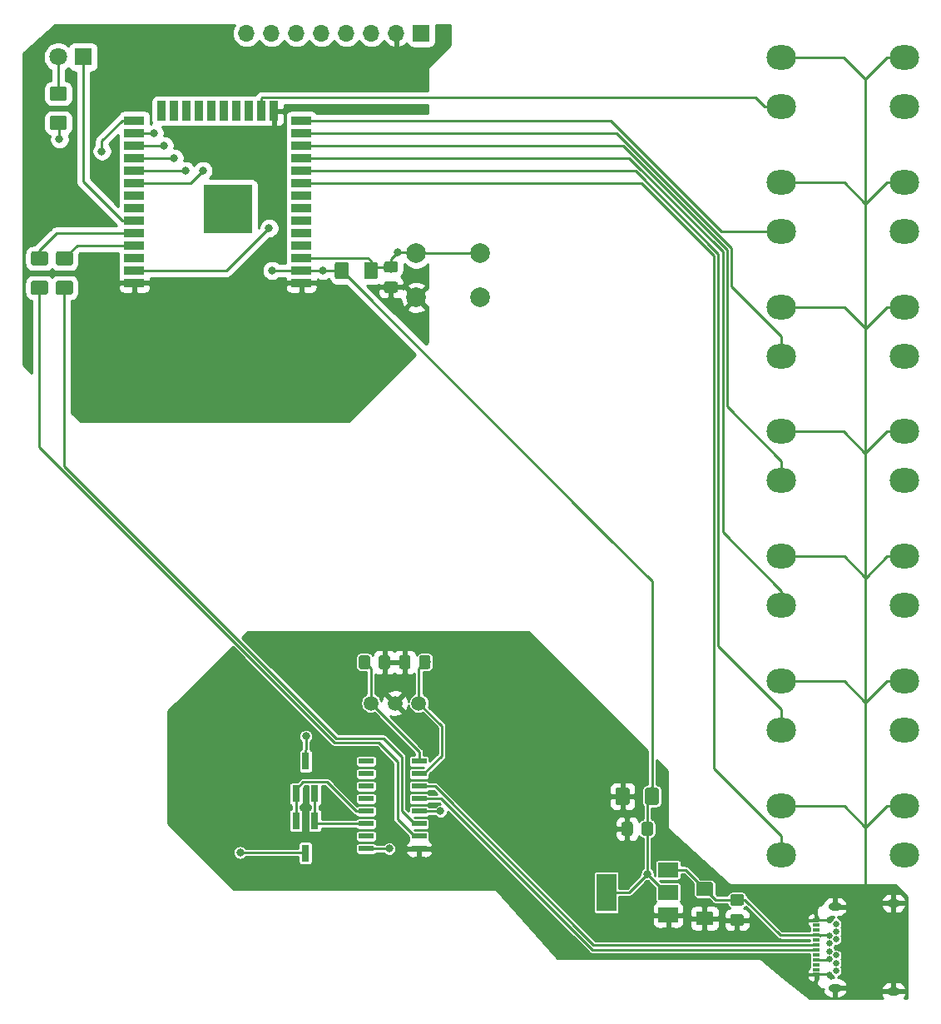
<source format=gbr>
%TF.GenerationSoftware,KiCad,Pcbnew,5.1.2*%
%TF.CreationDate,2019-07-09T23:39:58+10:00*%
%TF.ProjectId,eNo,654e6f2e-6b69-4636-9164-5f7063625858,rev?*%
%TF.SameCoordinates,Original*%
%TF.FileFunction,Copper,L1,Top*%
%TF.FilePolarity,Positive*%
%FSLAX46Y46*%
G04 Gerber Fmt 4.6, Leading zero omitted, Abs format (unit mm)*
G04 Created by KiCad (PCBNEW 5.1.2) date 2019-07-09 23:39:58*
%MOMM*%
%LPD*%
G04 APERTURE LIST*
%ADD10C,0.650000*%
%ADD11O,1.400000X0.800000*%
%ADD12R,0.700000X0.300000*%
%ADD13O,3.000000X2.500000*%
%ADD14C,0.100000*%
%ADD15C,1.425000*%
%ADD16R,1.800000X1.800000*%
%ADD17C,1.800000*%
%ADD18R,1.700000X1.700000*%
%ADD19O,1.700000X1.700000*%
%ADD20R,5.000000X5.000000*%
%ADD21R,2.000000X0.900000*%
%ADD22R,0.900000X2.000000*%
%ADD23C,1.150000*%
%ADD24R,0.800000X1.800000*%
%ADD25C,2.000000*%
%ADD26R,2.000000X3.800000*%
%ADD27R,2.000000X1.500000*%
%ADD28R,1.500000X0.600000*%
%ADD29C,1.500000*%
%ADD30C,0.800000*%
%ADD31C,0.250000*%
%ADD32C,0.254000*%
G04 APERTURE END LIST*
D10*
X209334000Y-151244000D03*
X209334000Y-150444000D03*
X209334000Y-149644000D03*
X209334000Y-148044000D03*
X209334000Y-147244000D03*
X209334000Y-146444000D03*
X208634000Y-151644000D03*
X208634000Y-150044000D03*
X208634000Y-149244000D03*
X208634000Y-148444000D03*
X208634000Y-147644000D03*
X208634000Y-146044000D03*
D11*
X215184000Y-153334000D03*
X215184000Y-144354000D03*
X209234000Y-144714000D03*
D12*
X207324000Y-146594000D03*
X207324000Y-148094000D03*
X207324000Y-147594000D03*
X207324000Y-147094000D03*
X207324000Y-146094000D03*
X207324000Y-148594000D03*
X207324000Y-149094000D03*
X207324000Y-149594000D03*
X207324000Y-150094000D03*
X207324000Y-150594000D03*
X207324000Y-151094000D03*
X207324000Y-151594000D03*
D11*
X209234000Y-152974000D03*
D13*
X216288000Y-71022200D03*
X216288000Y-76022200D03*
X203788000Y-71022200D03*
X203788000Y-76022200D03*
D14*
G36*
X131459504Y-81040204D02*
G01*
X131483773Y-81043804D01*
X131507571Y-81049765D01*
X131530671Y-81058030D01*
X131552849Y-81068520D01*
X131573893Y-81081133D01*
X131593598Y-81095747D01*
X131611777Y-81112223D01*
X131628253Y-81130402D01*
X131642867Y-81150107D01*
X131655480Y-81171151D01*
X131665970Y-81193329D01*
X131674235Y-81216429D01*
X131680196Y-81240227D01*
X131683796Y-81264496D01*
X131685000Y-81289000D01*
X131685000Y-82214000D01*
X131683796Y-82238504D01*
X131680196Y-82262773D01*
X131674235Y-82286571D01*
X131665970Y-82309671D01*
X131655480Y-82331849D01*
X131642867Y-82352893D01*
X131628253Y-82372598D01*
X131611777Y-82390777D01*
X131593598Y-82407253D01*
X131573893Y-82421867D01*
X131552849Y-82434480D01*
X131530671Y-82444970D01*
X131507571Y-82453235D01*
X131483773Y-82459196D01*
X131459504Y-82462796D01*
X131435000Y-82464000D01*
X130185000Y-82464000D01*
X130160496Y-82462796D01*
X130136227Y-82459196D01*
X130112429Y-82453235D01*
X130089329Y-82444970D01*
X130067151Y-82434480D01*
X130046107Y-82421867D01*
X130026402Y-82407253D01*
X130008223Y-82390777D01*
X129991747Y-82372598D01*
X129977133Y-82352893D01*
X129964520Y-82331849D01*
X129954030Y-82309671D01*
X129945765Y-82286571D01*
X129939804Y-82262773D01*
X129936204Y-82238504D01*
X129935000Y-82214000D01*
X129935000Y-81289000D01*
X129936204Y-81264496D01*
X129939804Y-81240227D01*
X129945765Y-81216429D01*
X129954030Y-81193329D01*
X129964520Y-81171151D01*
X129977133Y-81150107D01*
X129991747Y-81130402D01*
X130008223Y-81112223D01*
X130026402Y-81095747D01*
X130046107Y-81081133D01*
X130067151Y-81068520D01*
X130089329Y-81058030D01*
X130112429Y-81049765D01*
X130136227Y-81043804D01*
X130160496Y-81040204D01*
X130185000Y-81039000D01*
X131435000Y-81039000D01*
X131459504Y-81040204D01*
X131459504Y-81040204D01*
G37*
D15*
X130810000Y-81751500D03*
D14*
G36*
X131459504Y-78065204D02*
G01*
X131483773Y-78068804D01*
X131507571Y-78074765D01*
X131530671Y-78083030D01*
X131552849Y-78093520D01*
X131573893Y-78106133D01*
X131593598Y-78120747D01*
X131611777Y-78137223D01*
X131628253Y-78155402D01*
X131642867Y-78175107D01*
X131655480Y-78196151D01*
X131665970Y-78218329D01*
X131674235Y-78241429D01*
X131680196Y-78265227D01*
X131683796Y-78289496D01*
X131685000Y-78314000D01*
X131685000Y-79239000D01*
X131683796Y-79263504D01*
X131680196Y-79287773D01*
X131674235Y-79311571D01*
X131665970Y-79334671D01*
X131655480Y-79356849D01*
X131642867Y-79377893D01*
X131628253Y-79397598D01*
X131611777Y-79415777D01*
X131593598Y-79432253D01*
X131573893Y-79446867D01*
X131552849Y-79459480D01*
X131530671Y-79469970D01*
X131507571Y-79478235D01*
X131483773Y-79484196D01*
X131459504Y-79487796D01*
X131435000Y-79489000D01*
X130185000Y-79489000D01*
X130160496Y-79487796D01*
X130136227Y-79484196D01*
X130112429Y-79478235D01*
X130089329Y-79469970D01*
X130067151Y-79459480D01*
X130046107Y-79446867D01*
X130026402Y-79432253D01*
X130008223Y-79415777D01*
X129991747Y-79397598D01*
X129977133Y-79377893D01*
X129964520Y-79356849D01*
X129954030Y-79334671D01*
X129945765Y-79311571D01*
X129939804Y-79287773D01*
X129936204Y-79263504D01*
X129935000Y-79239000D01*
X129935000Y-78314000D01*
X129936204Y-78289496D01*
X129939804Y-78265227D01*
X129945765Y-78241429D01*
X129954030Y-78218329D01*
X129964520Y-78196151D01*
X129977133Y-78175107D01*
X129991747Y-78155402D01*
X130008223Y-78137223D01*
X130026402Y-78120747D01*
X130046107Y-78106133D01*
X130067151Y-78093520D01*
X130089329Y-78083030D01*
X130112429Y-78074765D01*
X130136227Y-78068804D01*
X130160496Y-78065204D01*
X130185000Y-78064000D01*
X131435000Y-78064000D01*
X131459504Y-78065204D01*
X131459504Y-78065204D01*
G37*
D15*
X130810000Y-78776500D03*
D16*
X132715000Y-58293000D03*
D17*
X130175000Y-58293000D03*
D18*
X167132000Y-55880000D03*
D19*
X164592000Y-55880000D03*
X162052000Y-55880000D03*
X159512000Y-55880000D03*
X156972000Y-55880000D03*
X154432000Y-55880000D03*
X151892000Y-55880000D03*
X149352000Y-55880000D03*
D14*
G36*
X130849904Y-61301204D02*
G01*
X130874173Y-61304804D01*
X130897971Y-61310765D01*
X130921071Y-61319030D01*
X130943249Y-61329520D01*
X130964293Y-61342133D01*
X130983998Y-61356747D01*
X131002177Y-61373223D01*
X131018653Y-61391402D01*
X131033267Y-61411107D01*
X131045880Y-61432151D01*
X131056370Y-61454329D01*
X131064635Y-61477429D01*
X131070596Y-61501227D01*
X131074196Y-61525496D01*
X131075400Y-61550000D01*
X131075400Y-62475000D01*
X131074196Y-62499504D01*
X131070596Y-62523773D01*
X131064635Y-62547571D01*
X131056370Y-62570671D01*
X131045880Y-62592849D01*
X131033267Y-62613893D01*
X131018653Y-62633598D01*
X131002177Y-62651777D01*
X130983998Y-62668253D01*
X130964293Y-62682867D01*
X130943249Y-62695480D01*
X130921071Y-62705970D01*
X130897971Y-62714235D01*
X130874173Y-62720196D01*
X130849904Y-62723796D01*
X130825400Y-62725000D01*
X129575400Y-62725000D01*
X129550896Y-62723796D01*
X129526627Y-62720196D01*
X129502829Y-62714235D01*
X129479729Y-62705970D01*
X129457551Y-62695480D01*
X129436507Y-62682867D01*
X129416802Y-62668253D01*
X129398623Y-62651777D01*
X129382147Y-62633598D01*
X129367533Y-62613893D01*
X129354920Y-62592849D01*
X129344430Y-62570671D01*
X129336165Y-62547571D01*
X129330204Y-62523773D01*
X129326604Y-62499504D01*
X129325400Y-62475000D01*
X129325400Y-61550000D01*
X129326604Y-61525496D01*
X129330204Y-61501227D01*
X129336165Y-61477429D01*
X129344430Y-61454329D01*
X129354920Y-61432151D01*
X129367533Y-61411107D01*
X129382147Y-61391402D01*
X129398623Y-61373223D01*
X129416802Y-61356747D01*
X129436507Y-61342133D01*
X129457551Y-61329520D01*
X129479729Y-61319030D01*
X129502829Y-61310765D01*
X129526627Y-61304804D01*
X129550896Y-61301204D01*
X129575400Y-61300000D01*
X130825400Y-61300000D01*
X130849904Y-61301204D01*
X130849904Y-61301204D01*
G37*
D15*
X130200400Y-62012500D03*
D14*
G36*
X130849904Y-64276204D02*
G01*
X130874173Y-64279804D01*
X130897971Y-64285765D01*
X130921071Y-64294030D01*
X130943249Y-64304520D01*
X130964293Y-64317133D01*
X130983998Y-64331747D01*
X131002177Y-64348223D01*
X131018653Y-64366402D01*
X131033267Y-64386107D01*
X131045880Y-64407151D01*
X131056370Y-64429329D01*
X131064635Y-64452429D01*
X131070596Y-64476227D01*
X131074196Y-64500496D01*
X131075400Y-64525000D01*
X131075400Y-65450000D01*
X131074196Y-65474504D01*
X131070596Y-65498773D01*
X131064635Y-65522571D01*
X131056370Y-65545671D01*
X131045880Y-65567849D01*
X131033267Y-65588893D01*
X131018653Y-65608598D01*
X131002177Y-65626777D01*
X130983998Y-65643253D01*
X130964293Y-65657867D01*
X130943249Y-65670480D01*
X130921071Y-65680970D01*
X130897971Y-65689235D01*
X130874173Y-65695196D01*
X130849904Y-65698796D01*
X130825400Y-65700000D01*
X129575400Y-65700000D01*
X129550896Y-65698796D01*
X129526627Y-65695196D01*
X129502829Y-65689235D01*
X129479729Y-65680970D01*
X129457551Y-65670480D01*
X129436507Y-65657867D01*
X129416802Y-65643253D01*
X129398623Y-65626777D01*
X129382147Y-65608598D01*
X129367533Y-65588893D01*
X129354920Y-65567849D01*
X129344430Y-65545671D01*
X129336165Y-65522571D01*
X129330204Y-65498773D01*
X129326604Y-65474504D01*
X129325400Y-65450000D01*
X129325400Y-64525000D01*
X129326604Y-64500496D01*
X129330204Y-64476227D01*
X129336165Y-64452429D01*
X129344430Y-64429329D01*
X129354920Y-64407151D01*
X129367533Y-64386107D01*
X129382147Y-64366402D01*
X129398623Y-64348223D01*
X129416802Y-64331747D01*
X129436507Y-64317133D01*
X129457551Y-64304520D01*
X129479729Y-64294030D01*
X129502829Y-64285765D01*
X129526627Y-64279804D01*
X129550896Y-64276204D01*
X129575400Y-64275000D01*
X130825400Y-64275000D01*
X130849904Y-64276204D01*
X130849904Y-64276204D01*
G37*
D15*
X130200400Y-64987500D03*
D13*
X203788000Y-63373000D03*
X203788000Y-58373000D03*
X216288000Y-63373000D03*
X216288000Y-58373000D03*
X203788000Y-88722200D03*
X203788000Y-83722200D03*
X216288000Y-88722200D03*
X216288000Y-83722200D03*
X216288000Y-96393000D03*
X216288000Y-101393000D03*
X203788000Y-96393000D03*
X203788000Y-101393000D03*
X203788000Y-114093000D03*
X203788000Y-109093000D03*
X216288000Y-114093000D03*
X216288000Y-109093000D03*
X216288000Y-121793000D03*
X216288000Y-126793000D03*
X203788000Y-121793000D03*
X203788000Y-126793000D03*
X203788000Y-139493000D03*
X203788000Y-134493000D03*
X216288000Y-139493000D03*
X216288000Y-134493000D03*
D20*
X147431000Y-73780000D03*
D21*
X154931000Y-81280000D03*
X154931000Y-80010000D03*
X154931000Y-78740000D03*
X154931000Y-77470000D03*
X154931000Y-76200000D03*
X154931000Y-74930000D03*
X154931000Y-73660000D03*
X154931000Y-72390000D03*
X154931000Y-71120000D03*
X154931000Y-69850000D03*
X154931000Y-68580000D03*
X154931000Y-67310000D03*
X154931000Y-66040000D03*
X154931000Y-64770000D03*
D22*
X152146000Y-63770000D03*
X150876000Y-63770000D03*
X149606000Y-63770000D03*
X148336000Y-63770000D03*
X147066000Y-63770000D03*
X145796000Y-63770000D03*
X144526000Y-63770000D03*
X143256000Y-63770000D03*
X141986000Y-63770000D03*
X140716000Y-63770000D03*
D21*
X137931000Y-64770000D03*
X137931000Y-66040000D03*
X137931000Y-67310000D03*
X137931000Y-68580000D03*
X137931000Y-69850000D03*
X137931000Y-71120000D03*
X137931000Y-72390000D03*
X137931000Y-73660000D03*
X137931000Y-74930000D03*
X137931000Y-76200000D03*
X137931000Y-77470000D03*
X137931000Y-78740000D03*
X137931000Y-80010000D03*
X137931000Y-81280000D03*
D14*
G36*
X196610504Y-142200204D02*
G01*
X196634773Y-142203804D01*
X196658571Y-142209765D01*
X196681671Y-142218030D01*
X196703849Y-142228520D01*
X196724893Y-142241133D01*
X196744598Y-142255747D01*
X196762777Y-142272223D01*
X196779253Y-142290402D01*
X196793867Y-142310107D01*
X196806480Y-142331151D01*
X196816970Y-142353329D01*
X196825235Y-142376429D01*
X196831196Y-142400227D01*
X196834796Y-142424496D01*
X196836000Y-142449000D01*
X196836000Y-143374000D01*
X196834796Y-143398504D01*
X196831196Y-143422773D01*
X196825235Y-143446571D01*
X196816970Y-143469671D01*
X196806480Y-143491849D01*
X196793867Y-143512893D01*
X196779253Y-143532598D01*
X196762777Y-143550777D01*
X196744598Y-143567253D01*
X196724893Y-143581867D01*
X196703849Y-143594480D01*
X196681671Y-143604970D01*
X196658571Y-143613235D01*
X196634773Y-143619196D01*
X196610504Y-143622796D01*
X196586000Y-143624000D01*
X195336000Y-143624000D01*
X195311496Y-143622796D01*
X195287227Y-143619196D01*
X195263429Y-143613235D01*
X195240329Y-143604970D01*
X195218151Y-143594480D01*
X195197107Y-143581867D01*
X195177402Y-143567253D01*
X195159223Y-143550777D01*
X195142747Y-143532598D01*
X195128133Y-143512893D01*
X195115520Y-143491849D01*
X195105030Y-143469671D01*
X195096765Y-143446571D01*
X195090804Y-143422773D01*
X195087204Y-143398504D01*
X195086000Y-143374000D01*
X195086000Y-142449000D01*
X195087204Y-142424496D01*
X195090804Y-142400227D01*
X195096765Y-142376429D01*
X195105030Y-142353329D01*
X195115520Y-142331151D01*
X195128133Y-142310107D01*
X195142747Y-142290402D01*
X195159223Y-142272223D01*
X195177402Y-142255747D01*
X195197107Y-142241133D01*
X195218151Y-142228520D01*
X195240329Y-142218030D01*
X195263429Y-142209765D01*
X195287227Y-142203804D01*
X195311496Y-142200204D01*
X195336000Y-142199000D01*
X196586000Y-142199000D01*
X196610504Y-142200204D01*
X196610504Y-142200204D01*
G37*
D15*
X195961000Y-142911500D03*
D14*
G36*
X196610504Y-145175204D02*
G01*
X196634773Y-145178804D01*
X196658571Y-145184765D01*
X196681671Y-145193030D01*
X196703849Y-145203520D01*
X196724893Y-145216133D01*
X196744598Y-145230747D01*
X196762777Y-145247223D01*
X196779253Y-145265402D01*
X196793867Y-145285107D01*
X196806480Y-145306151D01*
X196816970Y-145328329D01*
X196825235Y-145351429D01*
X196831196Y-145375227D01*
X196834796Y-145399496D01*
X196836000Y-145424000D01*
X196836000Y-146349000D01*
X196834796Y-146373504D01*
X196831196Y-146397773D01*
X196825235Y-146421571D01*
X196816970Y-146444671D01*
X196806480Y-146466849D01*
X196793867Y-146487893D01*
X196779253Y-146507598D01*
X196762777Y-146525777D01*
X196744598Y-146542253D01*
X196724893Y-146556867D01*
X196703849Y-146569480D01*
X196681671Y-146579970D01*
X196658571Y-146588235D01*
X196634773Y-146594196D01*
X196610504Y-146597796D01*
X196586000Y-146599000D01*
X195336000Y-146599000D01*
X195311496Y-146597796D01*
X195287227Y-146594196D01*
X195263429Y-146588235D01*
X195240329Y-146579970D01*
X195218151Y-146569480D01*
X195197107Y-146556867D01*
X195177402Y-146542253D01*
X195159223Y-146525777D01*
X195142747Y-146507598D01*
X195128133Y-146487893D01*
X195115520Y-146466849D01*
X195105030Y-146444671D01*
X195096765Y-146421571D01*
X195090804Y-146397773D01*
X195087204Y-146373504D01*
X195086000Y-146349000D01*
X195086000Y-145424000D01*
X195087204Y-145399496D01*
X195090804Y-145375227D01*
X195096765Y-145351429D01*
X195105030Y-145328329D01*
X195115520Y-145306151D01*
X195128133Y-145285107D01*
X195142747Y-145265402D01*
X195159223Y-145247223D01*
X195177402Y-145230747D01*
X195197107Y-145216133D01*
X195218151Y-145203520D01*
X195240329Y-145193030D01*
X195263429Y-145184765D01*
X195287227Y-145178804D01*
X195311496Y-145175204D01*
X195336000Y-145174000D01*
X196586000Y-145174000D01*
X196610504Y-145175204D01*
X196610504Y-145175204D01*
G37*
D15*
X195961000Y-145886500D03*
D14*
G36*
X164507705Y-79071604D02*
G01*
X164531973Y-79075204D01*
X164555772Y-79081165D01*
X164578871Y-79089430D01*
X164601050Y-79099920D01*
X164622093Y-79112532D01*
X164641799Y-79127147D01*
X164659977Y-79143623D01*
X164676453Y-79161801D01*
X164691068Y-79181507D01*
X164703680Y-79202550D01*
X164714170Y-79224729D01*
X164722435Y-79247828D01*
X164728396Y-79271627D01*
X164731996Y-79295895D01*
X164733200Y-79320399D01*
X164733200Y-79970401D01*
X164731996Y-79994905D01*
X164728396Y-80019173D01*
X164722435Y-80042972D01*
X164714170Y-80066071D01*
X164703680Y-80088250D01*
X164691068Y-80109293D01*
X164676453Y-80128999D01*
X164659977Y-80147177D01*
X164641799Y-80163653D01*
X164622093Y-80178268D01*
X164601050Y-80190880D01*
X164578871Y-80201370D01*
X164555772Y-80209635D01*
X164531973Y-80215596D01*
X164507705Y-80219196D01*
X164483201Y-80220400D01*
X163583199Y-80220400D01*
X163558695Y-80219196D01*
X163534427Y-80215596D01*
X163510628Y-80209635D01*
X163487529Y-80201370D01*
X163465350Y-80190880D01*
X163444307Y-80178268D01*
X163424601Y-80163653D01*
X163406423Y-80147177D01*
X163389947Y-80128999D01*
X163375332Y-80109293D01*
X163362720Y-80088250D01*
X163352230Y-80066071D01*
X163343965Y-80042972D01*
X163338004Y-80019173D01*
X163334404Y-79994905D01*
X163333200Y-79970401D01*
X163333200Y-79320399D01*
X163334404Y-79295895D01*
X163338004Y-79271627D01*
X163343965Y-79247828D01*
X163352230Y-79224729D01*
X163362720Y-79202550D01*
X163375332Y-79181507D01*
X163389947Y-79161801D01*
X163406423Y-79143623D01*
X163424601Y-79127147D01*
X163444307Y-79112532D01*
X163465350Y-79099920D01*
X163487529Y-79089430D01*
X163510628Y-79081165D01*
X163534427Y-79075204D01*
X163558695Y-79071604D01*
X163583199Y-79070400D01*
X164483201Y-79070400D01*
X164507705Y-79071604D01*
X164507705Y-79071604D01*
G37*
D23*
X164033200Y-79645400D03*
D14*
G36*
X164507705Y-81121604D02*
G01*
X164531973Y-81125204D01*
X164555772Y-81131165D01*
X164578871Y-81139430D01*
X164601050Y-81149920D01*
X164622093Y-81162532D01*
X164641799Y-81177147D01*
X164659977Y-81193623D01*
X164676453Y-81211801D01*
X164691068Y-81231507D01*
X164703680Y-81252550D01*
X164714170Y-81274729D01*
X164722435Y-81297828D01*
X164728396Y-81321627D01*
X164731996Y-81345895D01*
X164733200Y-81370399D01*
X164733200Y-82020401D01*
X164731996Y-82044905D01*
X164728396Y-82069173D01*
X164722435Y-82092972D01*
X164714170Y-82116071D01*
X164703680Y-82138250D01*
X164691068Y-82159293D01*
X164676453Y-82178999D01*
X164659977Y-82197177D01*
X164641799Y-82213653D01*
X164622093Y-82228268D01*
X164601050Y-82240880D01*
X164578871Y-82251370D01*
X164555772Y-82259635D01*
X164531973Y-82265596D01*
X164507705Y-82269196D01*
X164483201Y-82270400D01*
X163583199Y-82270400D01*
X163558695Y-82269196D01*
X163534427Y-82265596D01*
X163510628Y-82259635D01*
X163487529Y-82251370D01*
X163465350Y-82240880D01*
X163444307Y-82228268D01*
X163424601Y-82213653D01*
X163406423Y-82197177D01*
X163389947Y-82178999D01*
X163375332Y-82159293D01*
X163362720Y-82138250D01*
X163352230Y-82116071D01*
X163343965Y-82092972D01*
X163338004Y-82069173D01*
X163334404Y-82044905D01*
X163333200Y-82020401D01*
X163333200Y-81370399D01*
X163334404Y-81345895D01*
X163338004Y-81321627D01*
X163343965Y-81297828D01*
X163352230Y-81274729D01*
X163362720Y-81252550D01*
X163375332Y-81231507D01*
X163389947Y-81211801D01*
X163406423Y-81193623D01*
X163424601Y-81177147D01*
X163444307Y-81162532D01*
X163465350Y-81149920D01*
X163487529Y-81139430D01*
X163510628Y-81131165D01*
X163534427Y-81125204D01*
X163558695Y-81121604D01*
X163583199Y-81120400D01*
X164483201Y-81120400D01*
X164507705Y-81121604D01*
X164507705Y-81121604D01*
G37*
D23*
X164033200Y-81695400D03*
D14*
G36*
X163731305Y-119138404D02*
G01*
X163755573Y-119142004D01*
X163779372Y-119147965D01*
X163802471Y-119156230D01*
X163824650Y-119166720D01*
X163845693Y-119179332D01*
X163865399Y-119193947D01*
X163883577Y-119210423D01*
X163900053Y-119228601D01*
X163914668Y-119248307D01*
X163927280Y-119269350D01*
X163937770Y-119291529D01*
X163946035Y-119314628D01*
X163951996Y-119338427D01*
X163955596Y-119362695D01*
X163956800Y-119387199D01*
X163956800Y-120287201D01*
X163955596Y-120311705D01*
X163951996Y-120335973D01*
X163946035Y-120359772D01*
X163937770Y-120382871D01*
X163927280Y-120405050D01*
X163914668Y-120426093D01*
X163900053Y-120445799D01*
X163883577Y-120463977D01*
X163865399Y-120480453D01*
X163845693Y-120495068D01*
X163824650Y-120507680D01*
X163802471Y-120518170D01*
X163779372Y-120526435D01*
X163755573Y-120532396D01*
X163731305Y-120535996D01*
X163706801Y-120537200D01*
X163056799Y-120537200D01*
X163032295Y-120535996D01*
X163008027Y-120532396D01*
X162984228Y-120526435D01*
X162961129Y-120518170D01*
X162938950Y-120507680D01*
X162917907Y-120495068D01*
X162898201Y-120480453D01*
X162880023Y-120463977D01*
X162863547Y-120445799D01*
X162848932Y-120426093D01*
X162836320Y-120405050D01*
X162825830Y-120382871D01*
X162817565Y-120359772D01*
X162811604Y-120335973D01*
X162808004Y-120311705D01*
X162806800Y-120287201D01*
X162806800Y-119387199D01*
X162808004Y-119362695D01*
X162811604Y-119338427D01*
X162817565Y-119314628D01*
X162825830Y-119291529D01*
X162836320Y-119269350D01*
X162848932Y-119248307D01*
X162863547Y-119228601D01*
X162880023Y-119210423D01*
X162898201Y-119193947D01*
X162917907Y-119179332D01*
X162938950Y-119166720D01*
X162961129Y-119156230D01*
X162984228Y-119147965D01*
X163008027Y-119142004D01*
X163032295Y-119138404D01*
X163056799Y-119137200D01*
X163706801Y-119137200D01*
X163731305Y-119138404D01*
X163731305Y-119138404D01*
G37*
D23*
X163381800Y-119837200D03*
D14*
G36*
X161681305Y-119138404D02*
G01*
X161705573Y-119142004D01*
X161729372Y-119147965D01*
X161752471Y-119156230D01*
X161774650Y-119166720D01*
X161795693Y-119179332D01*
X161815399Y-119193947D01*
X161833577Y-119210423D01*
X161850053Y-119228601D01*
X161864668Y-119248307D01*
X161877280Y-119269350D01*
X161887770Y-119291529D01*
X161896035Y-119314628D01*
X161901996Y-119338427D01*
X161905596Y-119362695D01*
X161906800Y-119387199D01*
X161906800Y-120287201D01*
X161905596Y-120311705D01*
X161901996Y-120335973D01*
X161896035Y-120359772D01*
X161887770Y-120382871D01*
X161877280Y-120405050D01*
X161864668Y-120426093D01*
X161850053Y-120445799D01*
X161833577Y-120463977D01*
X161815399Y-120480453D01*
X161795693Y-120495068D01*
X161774650Y-120507680D01*
X161752471Y-120518170D01*
X161729372Y-120526435D01*
X161705573Y-120532396D01*
X161681305Y-120535996D01*
X161656801Y-120537200D01*
X161006799Y-120537200D01*
X160982295Y-120535996D01*
X160958027Y-120532396D01*
X160934228Y-120526435D01*
X160911129Y-120518170D01*
X160888950Y-120507680D01*
X160867907Y-120495068D01*
X160848201Y-120480453D01*
X160830023Y-120463977D01*
X160813547Y-120445799D01*
X160798932Y-120426093D01*
X160786320Y-120405050D01*
X160775830Y-120382871D01*
X160767565Y-120359772D01*
X160761604Y-120335973D01*
X160758004Y-120311705D01*
X160756800Y-120287201D01*
X160756800Y-119387199D01*
X160758004Y-119362695D01*
X160761604Y-119338427D01*
X160767565Y-119314628D01*
X160775830Y-119291529D01*
X160786320Y-119269350D01*
X160798932Y-119248307D01*
X160813547Y-119228601D01*
X160830023Y-119210423D01*
X160848201Y-119193947D01*
X160867907Y-119179332D01*
X160888950Y-119166720D01*
X160911129Y-119156230D01*
X160934228Y-119147965D01*
X160958027Y-119142004D01*
X160982295Y-119138404D01*
X161006799Y-119137200D01*
X161656801Y-119137200D01*
X161681305Y-119138404D01*
X161681305Y-119138404D01*
G37*
D23*
X161331800Y-119837200D03*
D14*
G36*
X199737505Y-145485204D02*
G01*
X199761773Y-145488804D01*
X199785572Y-145494765D01*
X199808671Y-145503030D01*
X199830850Y-145513520D01*
X199851893Y-145526132D01*
X199871599Y-145540747D01*
X199889777Y-145557223D01*
X199906253Y-145575401D01*
X199920868Y-145595107D01*
X199933480Y-145616150D01*
X199943970Y-145638329D01*
X199952235Y-145661428D01*
X199958196Y-145685227D01*
X199961796Y-145709495D01*
X199963000Y-145733999D01*
X199963000Y-146384001D01*
X199961796Y-146408505D01*
X199958196Y-146432773D01*
X199952235Y-146456572D01*
X199943970Y-146479671D01*
X199933480Y-146501850D01*
X199920868Y-146522893D01*
X199906253Y-146542599D01*
X199889777Y-146560777D01*
X199871599Y-146577253D01*
X199851893Y-146591868D01*
X199830850Y-146604480D01*
X199808671Y-146614970D01*
X199785572Y-146623235D01*
X199761773Y-146629196D01*
X199737505Y-146632796D01*
X199713001Y-146634000D01*
X198812999Y-146634000D01*
X198788495Y-146632796D01*
X198764227Y-146629196D01*
X198740428Y-146623235D01*
X198717329Y-146614970D01*
X198695150Y-146604480D01*
X198674107Y-146591868D01*
X198654401Y-146577253D01*
X198636223Y-146560777D01*
X198619747Y-146542599D01*
X198605132Y-146522893D01*
X198592520Y-146501850D01*
X198582030Y-146479671D01*
X198573765Y-146456572D01*
X198567804Y-146432773D01*
X198564204Y-146408505D01*
X198563000Y-146384001D01*
X198563000Y-145733999D01*
X198564204Y-145709495D01*
X198567804Y-145685227D01*
X198573765Y-145661428D01*
X198582030Y-145638329D01*
X198592520Y-145616150D01*
X198605132Y-145595107D01*
X198619747Y-145575401D01*
X198636223Y-145557223D01*
X198654401Y-145540747D01*
X198674107Y-145526132D01*
X198695150Y-145513520D01*
X198717329Y-145503030D01*
X198740428Y-145494765D01*
X198764227Y-145488804D01*
X198788495Y-145485204D01*
X198812999Y-145484000D01*
X199713001Y-145484000D01*
X199737505Y-145485204D01*
X199737505Y-145485204D01*
G37*
D23*
X199263000Y-146059000D03*
D14*
G36*
X199737505Y-143435204D02*
G01*
X199761773Y-143438804D01*
X199785572Y-143444765D01*
X199808671Y-143453030D01*
X199830850Y-143463520D01*
X199851893Y-143476132D01*
X199871599Y-143490747D01*
X199889777Y-143507223D01*
X199906253Y-143525401D01*
X199920868Y-143545107D01*
X199933480Y-143566150D01*
X199943970Y-143588329D01*
X199952235Y-143611428D01*
X199958196Y-143635227D01*
X199961796Y-143659495D01*
X199963000Y-143683999D01*
X199963000Y-144334001D01*
X199961796Y-144358505D01*
X199958196Y-144382773D01*
X199952235Y-144406572D01*
X199943970Y-144429671D01*
X199933480Y-144451850D01*
X199920868Y-144472893D01*
X199906253Y-144492599D01*
X199889777Y-144510777D01*
X199871599Y-144527253D01*
X199851893Y-144541868D01*
X199830850Y-144554480D01*
X199808671Y-144564970D01*
X199785572Y-144573235D01*
X199761773Y-144579196D01*
X199737505Y-144582796D01*
X199713001Y-144584000D01*
X198812999Y-144584000D01*
X198788495Y-144582796D01*
X198764227Y-144579196D01*
X198740428Y-144573235D01*
X198717329Y-144564970D01*
X198695150Y-144554480D01*
X198674107Y-144541868D01*
X198654401Y-144527253D01*
X198636223Y-144510777D01*
X198619747Y-144492599D01*
X198605132Y-144472893D01*
X198592520Y-144451850D01*
X198582030Y-144429671D01*
X198573765Y-144406572D01*
X198567804Y-144382773D01*
X198564204Y-144358505D01*
X198563000Y-144334001D01*
X198563000Y-143683999D01*
X198564204Y-143659495D01*
X198567804Y-143635227D01*
X198573765Y-143611428D01*
X198582030Y-143588329D01*
X198592520Y-143566150D01*
X198605132Y-143545107D01*
X198619747Y-143525401D01*
X198636223Y-143507223D01*
X198654401Y-143490747D01*
X198674107Y-143476132D01*
X198695150Y-143463520D01*
X198717329Y-143453030D01*
X198740428Y-143444765D01*
X198764227Y-143438804D01*
X198788495Y-143435204D01*
X198812999Y-143434000D01*
X199713001Y-143434000D01*
X199737505Y-143435204D01*
X199737505Y-143435204D01*
G37*
D23*
X199263000Y-144009000D03*
D14*
G36*
X165796105Y-119138404D02*
G01*
X165820373Y-119142004D01*
X165844172Y-119147965D01*
X165867271Y-119156230D01*
X165889450Y-119166720D01*
X165910493Y-119179332D01*
X165930199Y-119193947D01*
X165948377Y-119210423D01*
X165964853Y-119228601D01*
X165979468Y-119248307D01*
X165992080Y-119269350D01*
X166002570Y-119291529D01*
X166010835Y-119314628D01*
X166016796Y-119338427D01*
X166020396Y-119362695D01*
X166021600Y-119387199D01*
X166021600Y-120287201D01*
X166020396Y-120311705D01*
X166016796Y-120335973D01*
X166010835Y-120359772D01*
X166002570Y-120382871D01*
X165992080Y-120405050D01*
X165979468Y-120426093D01*
X165964853Y-120445799D01*
X165948377Y-120463977D01*
X165930199Y-120480453D01*
X165910493Y-120495068D01*
X165889450Y-120507680D01*
X165867271Y-120518170D01*
X165844172Y-120526435D01*
X165820373Y-120532396D01*
X165796105Y-120535996D01*
X165771601Y-120537200D01*
X165121599Y-120537200D01*
X165097095Y-120535996D01*
X165072827Y-120532396D01*
X165049028Y-120526435D01*
X165025929Y-120518170D01*
X165003750Y-120507680D01*
X164982707Y-120495068D01*
X164963001Y-120480453D01*
X164944823Y-120463977D01*
X164928347Y-120445799D01*
X164913732Y-120426093D01*
X164901120Y-120405050D01*
X164890630Y-120382871D01*
X164882365Y-120359772D01*
X164876404Y-120335973D01*
X164872804Y-120311705D01*
X164871600Y-120287201D01*
X164871600Y-119387199D01*
X164872804Y-119362695D01*
X164876404Y-119338427D01*
X164882365Y-119314628D01*
X164890630Y-119291529D01*
X164901120Y-119269350D01*
X164913732Y-119248307D01*
X164928347Y-119228601D01*
X164944823Y-119210423D01*
X164963001Y-119193947D01*
X164982707Y-119179332D01*
X165003750Y-119166720D01*
X165025929Y-119156230D01*
X165049028Y-119147965D01*
X165072827Y-119142004D01*
X165097095Y-119138404D01*
X165121599Y-119137200D01*
X165771601Y-119137200D01*
X165796105Y-119138404D01*
X165796105Y-119138404D01*
G37*
D23*
X165446600Y-119837200D03*
D14*
G36*
X167846105Y-119138404D02*
G01*
X167870373Y-119142004D01*
X167894172Y-119147965D01*
X167917271Y-119156230D01*
X167939450Y-119166720D01*
X167960493Y-119179332D01*
X167980199Y-119193947D01*
X167998377Y-119210423D01*
X168014853Y-119228601D01*
X168029468Y-119248307D01*
X168042080Y-119269350D01*
X168052570Y-119291529D01*
X168060835Y-119314628D01*
X168066796Y-119338427D01*
X168070396Y-119362695D01*
X168071600Y-119387199D01*
X168071600Y-120287201D01*
X168070396Y-120311705D01*
X168066796Y-120335973D01*
X168060835Y-120359772D01*
X168052570Y-120382871D01*
X168042080Y-120405050D01*
X168029468Y-120426093D01*
X168014853Y-120445799D01*
X167998377Y-120463977D01*
X167980199Y-120480453D01*
X167960493Y-120495068D01*
X167939450Y-120507680D01*
X167917271Y-120518170D01*
X167894172Y-120526435D01*
X167870373Y-120532396D01*
X167846105Y-120535996D01*
X167821601Y-120537200D01*
X167171599Y-120537200D01*
X167147095Y-120535996D01*
X167122827Y-120532396D01*
X167099028Y-120526435D01*
X167075929Y-120518170D01*
X167053750Y-120507680D01*
X167032707Y-120495068D01*
X167013001Y-120480453D01*
X166994823Y-120463977D01*
X166978347Y-120445799D01*
X166963732Y-120426093D01*
X166951120Y-120405050D01*
X166940630Y-120382871D01*
X166932365Y-120359772D01*
X166926404Y-120335973D01*
X166922804Y-120311705D01*
X166921600Y-120287201D01*
X166921600Y-119387199D01*
X166922804Y-119362695D01*
X166926404Y-119338427D01*
X166932365Y-119314628D01*
X166940630Y-119291529D01*
X166951120Y-119269350D01*
X166963732Y-119248307D01*
X166978347Y-119228601D01*
X166994823Y-119210423D01*
X167013001Y-119193947D01*
X167032707Y-119179332D01*
X167053750Y-119166720D01*
X167075929Y-119156230D01*
X167099028Y-119147965D01*
X167122827Y-119142004D01*
X167147095Y-119138404D01*
X167171599Y-119137200D01*
X167821601Y-119137200D01*
X167846105Y-119138404D01*
X167846105Y-119138404D01*
G37*
D23*
X167496600Y-119837200D03*
D14*
G36*
X188102504Y-132603204D02*
G01*
X188126773Y-132606804D01*
X188150571Y-132612765D01*
X188173671Y-132621030D01*
X188195849Y-132631520D01*
X188216893Y-132644133D01*
X188236598Y-132658747D01*
X188254777Y-132675223D01*
X188271253Y-132693402D01*
X188285867Y-132713107D01*
X188298480Y-132734151D01*
X188308970Y-132756329D01*
X188317235Y-132779429D01*
X188323196Y-132803227D01*
X188326796Y-132827496D01*
X188328000Y-132852000D01*
X188328000Y-134102000D01*
X188326796Y-134126504D01*
X188323196Y-134150773D01*
X188317235Y-134174571D01*
X188308970Y-134197671D01*
X188298480Y-134219849D01*
X188285867Y-134240893D01*
X188271253Y-134260598D01*
X188254777Y-134278777D01*
X188236598Y-134295253D01*
X188216893Y-134309867D01*
X188195849Y-134322480D01*
X188173671Y-134332970D01*
X188150571Y-134341235D01*
X188126773Y-134347196D01*
X188102504Y-134350796D01*
X188078000Y-134352000D01*
X187153000Y-134352000D01*
X187128496Y-134350796D01*
X187104227Y-134347196D01*
X187080429Y-134341235D01*
X187057329Y-134332970D01*
X187035151Y-134322480D01*
X187014107Y-134309867D01*
X186994402Y-134295253D01*
X186976223Y-134278777D01*
X186959747Y-134260598D01*
X186945133Y-134240893D01*
X186932520Y-134219849D01*
X186922030Y-134197671D01*
X186913765Y-134174571D01*
X186907804Y-134150773D01*
X186904204Y-134126504D01*
X186903000Y-134102000D01*
X186903000Y-132852000D01*
X186904204Y-132827496D01*
X186907804Y-132803227D01*
X186913765Y-132779429D01*
X186922030Y-132756329D01*
X186932520Y-132734151D01*
X186945133Y-132713107D01*
X186959747Y-132693402D01*
X186976223Y-132675223D01*
X186994402Y-132658747D01*
X187014107Y-132644133D01*
X187035151Y-132631520D01*
X187057329Y-132621030D01*
X187080429Y-132612765D01*
X187104227Y-132606804D01*
X187128496Y-132603204D01*
X187153000Y-132602000D01*
X188078000Y-132602000D01*
X188102504Y-132603204D01*
X188102504Y-132603204D01*
G37*
D15*
X187615500Y-133477000D03*
D14*
G36*
X191077504Y-132603204D02*
G01*
X191101773Y-132606804D01*
X191125571Y-132612765D01*
X191148671Y-132621030D01*
X191170849Y-132631520D01*
X191191893Y-132644133D01*
X191211598Y-132658747D01*
X191229777Y-132675223D01*
X191246253Y-132693402D01*
X191260867Y-132713107D01*
X191273480Y-132734151D01*
X191283970Y-132756329D01*
X191292235Y-132779429D01*
X191298196Y-132803227D01*
X191301796Y-132827496D01*
X191303000Y-132852000D01*
X191303000Y-134102000D01*
X191301796Y-134126504D01*
X191298196Y-134150773D01*
X191292235Y-134174571D01*
X191283970Y-134197671D01*
X191273480Y-134219849D01*
X191260867Y-134240893D01*
X191246253Y-134260598D01*
X191229777Y-134278777D01*
X191211598Y-134295253D01*
X191191893Y-134309867D01*
X191170849Y-134322480D01*
X191148671Y-134332970D01*
X191125571Y-134341235D01*
X191101773Y-134347196D01*
X191077504Y-134350796D01*
X191053000Y-134352000D01*
X190128000Y-134352000D01*
X190103496Y-134350796D01*
X190079227Y-134347196D01*
X190055429Y-134341235D01*
X190032329Y-134332970D01*
X190010151Y-134322480D01*
X189989107Y-134309867D01*
X189969402Y-134295253D01*
X189951223Y-134278777D01*
X189934747Y-134260598D01*
X189920133Y-134240893D01*
X189907520Y-134219849D01*
X189897030Y-134197671D01*
X189888765Y-134174571D01*
X189882804Y-134150773D01*
X189879204Y-134126504D01*
X189878000Y-134102000D01*
X189878000Y-132852000D01*
X189879204Y-132827496D01*
X189882804Y-132803227D01*
X189888765Y-132779429D01*
X189897030Y-132756329D01*
X189907520Y-132734151D01*
X189920133Y-132713107D01*
X189934747Y-132693402D01*
X189951223Y-132675223D01*
X189969402Y-132658747D01*
X189989107Y-132644133D01*
X190010151Y-132631520D01*
X190032329Y-132621030D01*
X190055429Y-132612765D01*
X190079227Y-132606804D01*
X190103496Y-132603204D01*
X190128000Y-132602000D01*
X191053000Y-132602000D01*
X191077504Y-132603204D01*
X191077504Y-132603204D01*
G37*
D15*
X190590500Y-133477000D03*
D14*
G36*
X190477505Y-136080204D02*
G01*
X190501773Y-136083804D01*
X190525572Y-136089765D01*
X190548671Y-136098030D01*
X190570850Y-136108520D01*
X190591893Y-136121132D01*
X190611599Y-136135747D01*
X190629777Y-136152223D01*
X190646253Y-136170401D01*
X190660868Y-136190107D01*
X190673480Y-136211150D01*
X190683970Y-136233329D01*
X190692235Y-136256428D01*
X190698196Y-136280227D01*
X190701796Y-136304495D01*
X190703000Y-136328999D01*
X190703000Y-137229001D01*
X190701796Y-137253505D01*
X190698196Y-137277773D01*
X190692235Y-137301572D01*
X190683970Y-137324671D01*
X190673480Y-137346850D01*
X190660868Y-137367893D01*
X190646253Y-137387599D01*
X190629777Y-137405777D01*
X190611599Y-137422253D01*
X190591893Y-137436868D01*
X190570850Y-137449480D01*
X190548671Y-137459970D01*
X190525572Y-137468235D01*
X190501773Y-137474196D01*
X190477505Y-137477796D01*
X190453001Y-137479000D01*
X189802999Y-137479000D01*
X189778495Y-137477796D01*
X189754227Y-137474196D01*
X189730428Y-137468235D01*
X189707329Y-137459970D01*
X189685150Y-137449480D01*
X189664107Y-137436868D01*
X189644401Y-137422253D01*
X189626223Y-137405777D01*
X189609747Y-137387599D01*
X189595132Y-137367893D01*
X189582520Y-137346850D01*
X189572030Y-137324671D01*
X189563765Y-137301572D01*
X189557804Y-137277773D01*
X189554204Y-137253505D01*
X189553000Y-137229001D01*
X189553000Y-136328999D01*
X189554204Y-136304495D01*
X189557804Y-136280227D01*
X189563765Y-136256428D01*
X189572030Y-136233329D01*
X189582520Y-136211150D01*
X189595132Y-136190107D01*
X189609747Y-136170401D01*
X189626223Y-136152223D01*
X189644401Y-136135747D01*
X189664107Y-136121132D01*
X189685150Y-136108520D01*
X189707329Y-136098030D01*
X189730428Y-136089765D01*
X189754227Y-136083804D01*
X189778495Y-136080204D01*
X189802999Y-136079000D01*
X190453001Y-136079000D01*
X190477505Y-136080204D01*
X190477505Y-136080204D01*
G37*
D23*
X190128000Y-136779000D03*
D14*
G36*
X188427505Y-136080204D02*
G01*
X188451773Y-136083804D01*
X188475572Y-136089765D01*
X188498671Y-136098030D01*
X188520850Y-136108520D01*
X188541893Y-136121132D01*
X188561599Y-136135747D01*
X188579777Y-136152223D01*
X188596253Y-136170401D01*
X188610868Y-136190107D01*
X188623480Y-136211150D01*
X188633970Y-136233329D01*
X188642235Y-136256428D01*
X188648196Y-136280227D01*
X188651796Y-136304495D01*
X188653000Y-136328999D01*
X188653000Y-137229001D01*
X188651796Y-137253505D01*
X188648196Y-137277773D01*
X188642235Y-137301572D01*
X188633970Y-137324671D01*
X188623480Y-137346850D01*
X188610868Y-137367893D01*
X188596253Y-137387599D01*
X188579777Y-137405777D01*
X188561599Y-137422253D01*
X188541893Y-137436868D01*
X188520850Y-137449480D01*
X188498671Y-137459970D01*
X188475572Y-137468235D01*
X188451773Y-137474196D01*
X188427505Y-137477796D01*
X188403001Y-137479000D01*
X187752999Y-137479000D01*
X187728495Y-137477796D01*
X187704227Y-137474196D01*
X187680428Y-137468235D01*
X187657329Y-137459970D01*
X187635150Y-137449480D01*
X187614107Y-137436868D01*
X187594401Y-137422253D01*
X187576223Y-137405777D01*
X187559747Y-137387599D01*
X187545132Y-137367893D01*
X187532520Y-137346850D01*
X187522030Y-137324671D01*
X187513765Y-137301572D01*
X187507804Y-137277773D01*
X187504204Y-137253505D01*
X187503000Y-137229001D01*
X187503000Y-136328999D01*
X187504204Y-136304495D01*
X187507804Y-136280227D01*
X187513765Y-136256428D01*
X187522030Y-136233329D01*
X187532520Y-136211150D01*
X187545132Y-136190107D01*
X187559747Y-136170401D01*
X187576223Y-136152223D01*
X187594401Y-136135747D01*
X187614107Y-136121132D01*
X187635150Y-136108520D01*
X187657329Y-136098030D01*
X187680428Y-136089765D01*
X187704227Y-136083804D01*
X187728495Y-136080204D01*
X187752999Y-136079000D01*
X188403001Y-136079000D01*
X188427505Y-136080204D01*
X188427505Y-136080204D01*
G37*
D23*
X188078000Y-136779000D03*
D24*
X155346400Y-129922000D03*
X156296400Y-133222000D03*
X154396400Y-133222000D03*
X156283700Y-135955500D03*
X154383700Y-135955500D03*
X155333700Y-139255500D03*
D14*
G36*
X162502504Y-79136204D02*
G01*
X162526773Y-79139804D01*
X162550571Y-79145765D01*
X162573671Y-79154030D01*
X162595849Y-79164520D01*
X162616893Y-79177133D01*
X162636598Y-79191747D01*
X162654777Y-79208223D01*
X162671253Y-79226402D01*
X162685867Y-79246107D01*
X162698480Y-79267151D01*
X162708970Y-79289329D01*
X162717235Y-79312429D01*
X162723196Y-79336227D01*
X162726796Y-79360496D01*
X162728000Y-79385000D01*
X162728000Y-80635000D01*
X162726796Y-80659504D01*
X162723196Y-80683773D01*
X162717235Y-80707571D01*
X162708970Y-80730671D01*
X162698480Y-80752849D01*
X162685867Y-80773893D01*
X162671253Y-80793598D01*
X162654777Y-80811777D01*
X162636598Y-80828253D01*
X162616893Y-80842867D01*
X162595849Y-80855480D01*
X162573671Y-80865970D01*
X162550571Y-80874235D01*
X162526773Y-80880196D01*
X162502504Y-80883796D01*
X162478000Y-80885000D01*
X161553000Y-80885000D01*
X161528496Y-80883796D01*
X161504227Y-80880196D01*
X161480429Y-80874235D01*
X161457329Y-80865970D01*
X161435151Y-80855480D01*
X161414107Y-80842867D01*
X161394402Y-80828253D01*
X161376223Y-80811777D01*
X161359747Y-80793598D01*
X161345133Y-80773893D01*
X161332520Y-80752849D01*
X161322030Y-80730671D01*
X161313765Y-80707571D01*
X161307804Y-80683773D01*
X161304204Y-80659504D01*
X161303000Y-80635000D01*
X161303000Y-79385000D01*
X161304204Y-79360496D01*
X161307804Y-79336227D01*
X161313765Y-79312429D01*
X161322030Y-79289329D01*
X161332520Y-79267151D01*
X161345133Y-79246107D01*
X161359747Y-79226402D01*
X161376223Y-79208223D01*
X161394402Y-79191747D01*
X161414107Y-79177133D01*
X161435151Y-79164520D01*
X161457329Y-79154030D01*
X161480429Y-79145765D01*
X161504227Y-79139804D01*
X161528496Y-79136204D01*
X161553000Y-79135000D01*
X162478000Y-79135000D01*
X162502504Y-79136204D01*
X162502504Y-79136204D01*
G37*
D15*
X162015500Y-80010000D03*
D14*
G36*
X159527504Y-79136204D02*
G01*
X159551773Y-79139804D01*
X159575571Y-79145765D01*
X159598671Y-79154030D01*
X159620849Y-79164520D01*
X159641893Y-79177133D01*
X159661598Y-79191747D01*
X159679777Y-79208223D01*
X159696253Y-79226402D01*
X159710867Y-79246107D01*
X159723480Y-79267151D01*
X159733970Y-79289329D01*
X159742235Y-79312429D01*
X159748196Y-79336227D01*
X159751796Y-79360496D01*
X159753000Y-79385000D01*
X159753000Y-80635000D01*
X159751796Y-80659504D01*
X159748196Y-80683773D01*
X159742235Y-80707571D01*
X159733970Y-80730671D01*
X159723480Y-80752849D01*
X159710867Y-80773893D01*
X159696253Y-80793598D01*
X159679777Y-80811777D01*
X159661598Y-80828253D01*
X159641893Y-80842867D01*
X159620849Y-80855480D01*
X159598671Y-80865970D01*
X159575571Y-80874235D01*
X159551773Y-80880196D01*
X159527504Y-80883796D01*
X159503000Y-80885000D01*
X158578000Y-80885000D01*
X158553496Y-80883796D01*
X158529227Y-80880196D01*
X158505429Y-80874235D01*
X158482329Y-80865970D01*
X158460151Y-80855480D01*
X158439107Y-80842867D01*
X158419402Y-80828253D01*
X158401223Y-80811777D01*
X158384747Y-80793598D01*
X158370133Y-80773893D01*
X158357520Y-80752849D01*
X158347030Y-80730671D01*
X158338765Y-80707571D01*
X158332804Y-80683773D01*
X158329204Y-80659504D01*
X158328000Y-80635000D01*
X158328000Y-79385000D01*
X158329204Y-79360496D01*
X158332804Y-79336227D01*
X158338765Y-79312429D01*
X158347030Y-79289329D01*
X158357520Y-79267151D01*
X158370133Y-79246107D01*
X158384747Y-79226402D01*
X158401223Y-79208223D01*
X158419402Y-79191747D01*
X158439107Y-79177133D01*
X158460151Y-79164520D01*
X158482329Y-79154030D01*
X158505429Y-79145765D01*
X158529227Y-79139804D01*
X158553496Y-79136204D01*
X158578000Y-79135000D01*
X159503000Y-79135000D01*
X159527504Y-79136204D01*
X159527504Y-79136204D01*
G37*
D15*
X159040500Y-80010000D03*
D14*
G36*
X128919504Y-78065204D02*
G01*
X128943773Y-78068804D01*
X128967571Y-78074765D01*
X128990671Y-78083030D01*
X129012849Y-78093520D01*
X129033893Y-78106133D01*
X129053598Y-78120747D01*
X129071777Y-78137223D01*
X129088253Y-78155402D01*
X129102867Y-78175107D01*
X129115480Y-78196151D01*
X129125970Y-78218329D01*
X129134235Y-78241429D01*
X129140196Y-78265227D01*
X129143796Y-78289496D01*
X129145000Y-78314000D01*
X129145000Y-79239000D01*
X129143796Y-79263504D01*
X129140196Y-79287773D01*
X129134235Y-79311571D01*
X129125970Y-79334671D01*
X129115480Y-79356849D01*
X129102867Y-79377893D01*
X129088253Y-79397598D01*
X129071777Y-79415777D01*
X129053598Y-79432253D01*
X129033893Y-79446867D01*
X129012849Y-79459480D01*
X128990671Y-79469970D01*
X128967571Y-79478235D01*
X128943773Y-79484196D01*
X128919504Y-79487796D01*
X128895000Y-79489000D01*
X127645000Y-79489000D01*
X127620496Y-79487796D01*
X127596227Y-79484196D01*
X127572429Y-79478235D01*
X127549329Y-79469970D01*
X127527151Y-79459480D01*
X127506107Y-79446867D01*
X127486402Y-79432253D01*
X127468223Y-79415777D01*
X127451747Y-79397598D01*
X127437133Y-79377893D01*
X127424520Y-79356849D01*
X127414030Y-79334671D01*
X127405765Y-79311571D01*
X127399804Y-79287773D01*
X127396204Y-79263504D01*
X127395000Y-79239000D01*
X127395000Y-78314000D01*
X127396204Y-78289496D01*
X127399804Y-78265227D01*
X127405765Y-78241429D01*
X127414030Y-78218329D01*
X127424520Y-78196151D01*
X127437133Y-78175107D01*
X127451747Y-78155402D01*
X127468223Y-78137223D01*
X127486402Y-78120747D01*
X127506107Y-78106133D01*
X127527151Y-78093520D01*
X127549329Y-78083030D01*
X127572429Y-78074765D01*
X127596227Y-78068804D01*
X127620496Y-78065204D01*
X127645000Y-78064000D01*
X128895000Y-78064000D01*
X128919504Y-78065204D01*
X128919504Y-78065204D01*
G37*
D15*
X128270000Y-78776500D03*
D14*
G36*
X128919504Y-81040204D02*
G01*
X128943773Y-81043804D01*
X128967571Y-81049765D01*
X128990671Y-81058030D01*
X129012849Y-81068520D01*
X129033893Y-81081133D01*
X129053598Y-81095747D01*
X129071777Y-81112223D01*
X129088253Y-81130402D01*
X129102867Y-81150107D01*
X129115480Y-81171151D01*
X129125970Y-81193329D01*
X129134235Y-81216429D01*
X129140196Y-81240227D01*
X129143796Y-81264496D01*
X129145000Y-81289000D01*
X129145000Y-82214000D01*
X129143796Y-82238504D01*
X129140196Y-82262773D01*
X129134235Y-82286571D01*
X129125970Y-82309671D01*
X129115480Y-82331849D01*
X129102867Y-82352893D01*
X129088253Y-82372598D01*
X129071777Y-82390777D01*
X129053598Y-82407253D01*
X129033893Y-82421867D01*
X129012849Y-82434480D01*
X128990671Y-82444970D01*
X128967571Y-82453235D01*
X128943773Y-82459196D01*
X128919504Y-82462796D01*
X128895000Y-82464000D01*
X127645000Y-82464000D01*
X127620496Y-82462796D01*
X127596227Y-82459196D01*
X127572429Y-82453235D01*
X127549329Y-82444970D01*
X127527151Y-82434480D01*
X127506107Y-82421867D01*
X127486402Y-82407253D01*
X127468223Y-82390777D01*
X127451747Y-82372598D01*
X127437133Y-82352893D01*
X127424520Y-82331849D01*
X127414030Y-82309671D01*
X127405765Y-82286571D01*
X127399804Y-82262773D01*
X127396204Y-82238504D01*
X127395000Y-82214000D01*
X127395000Y-81289000D01*
X127396204Y-81264496D01*
X127399804Y-81240227D01*
X127405765Y-81216429D01*
X127414030Y-81193329D01*
X127424520Y-81171151D01*
X127437133Y-81150107D01*
X127451747Y-81130402D01*
X127468223Y-81112223D01*
X127486402Y-81095747D01*
X127506107Y-81081133D01*
X127527151Y-81068520D01*
X127549329Y-81058030D01*
X127572429Y-81049765D01*
X127596227Y-81043804D01*
X127620496Y-81040204D01*
X127645000Y-81039000D01*
X128895000Y-81039000D01*
X128919504Y-81040204D01*
X128919504Y-81040204D01*
G37*
D15*
X128270000Y-81751500D03*
D25*
X173126400Y-78253200D03*
X173126400Y-82753200D03*
X166626400Y-78253200D03*
X166626400Y-82753200D03*
D26*
X185953000Y-143256000D03*
D27*
X192253000Y-143256000D03*
X192253000Y-140956000D03*
X192253000Y-145556000D03*
D28*
X166911000Y-138811000D03*
X166911000Y-137541000D03*
X166911000Y-136271000D03*
X166911000Y-135001000D03*
X166911000Y-133731000D03*
X166911000Y-132461000D03*
X166911000Y-131191000D03*
X166911000Y-129921000D03*
X161511000Y-129921000D03*
X161511000Y-131191000D03*
X161511000Y-132461000D03*
X161511000Y-133731000D03*
X161511000Y-135001000D03*
X161511000Y-136271000D03*
X161511000Y-137541000D03*
X161511000Y-138811000D03*
D29*
X162001200Y-124002800D03*
X164441200Y-124002800D03*
X166881200Y-124002800D03*
D30*
X160782000Y-83312000D03*
X164033200Y-83312000D03*
X159004000Y-129235200D03*
X159004000Y-126288800D03*
X191770000Y-131191000D03*
X188849000Y-129286000D03*
X155397200Y-127355600D03*
X164693600Y-78130400D03*
X151638000Y-75692000D03*
X144907000Y-69850000D03*
X143129000Y-69850000D03*
X141986000Y-68580000D03*
X140970000Y-67310000D03*
X139954000Y-66040000D03*
X134620000Y-67868800D03*
X148691600Y-139192000D03*
X190128000Y-141381000D03*
X163855400Y-138811000D03*
X169087800Y-135001000D03*
X151942800Y-80010000D03*
X130302000Y-66649600D03*
X157124400Y-80010000D03*
D31*
X214538000Y-58373000D02*
X212344000Y-60567000D01*
X216288000Y-58373000D02*
X214538000Y-58373000D01*
X210150000Y-58373000D02*
X212344000Y-60567000D01*
X203788000Y-58373000D02*
X210150000Y-58373000D01*
X212433600Y-73126600D02*
X212344000Y-73126600D01*
X216288000Y-71022200D02*
X214538000Y-71022200D01*
X212344000Y-60567000D02*
X212344000Y-73126600D01*
X214538000Y-71022200D02*
X212433600Y-73126600D01*
X205538000Y-71022200D02*
X205559600Y-71043800D01*
X203788000Y-71022200D02*
X205538000Y-71022200D01*
X205559600Y-71043800D02*
X210159600Y-71043800D01*
X210159600Y-71043800D02*
X212344000Y-73228200D01*
X212344000Y-73126600D02*
X212344000Y-73228200D01*
X212382800Y-85877400D02*
X212344000Y-85877400D01*
X214538000Y-83722200D02*
X212382800Y-85877400D01*
X212344000Y-73228200D02*
X212344000Y-85877400D01*
X216288000Y-83722200D02*
X214538000Y-83722200D01*
X205538000Y-83722200D02*
X205559600Y-83743800D01*
X203788000Y-83722200D02*
X205538000Y-83722200D01*
X210210400Y-83743800D02*
X212344000Y-85877400D01*
X205559600Y-83743800D02*
X210210400Y-83743800D01*
X212344000Y-98587000D02*
X212344000Y-98628200D01*
X214538000Y-96393000D02*
X212344000Y-98587000D01*
X216288000Y-96393000D02*
X214538000Y-96393000D01*
X212344000Y-85877400D02*
X212344000Y-98628200D01*
X210108800Y-96393000D02*
X212344000Y-98628200D01*
X203788000Y-96393000D02*
X210108800Y-96393000D01*
X212404400Y-111226600D02*
X212344000Y-111226600D01*
X214538000Y-109093000D02*
X212404400Y-111226600D01*
X216288000Y-109093000D02*
X214538000Y-109093000D01*
X212344000Y-98628200D02*
X212344000Y-111226600D01*
X210210400Y-109093000D02*
X212344000Y-111226600D01*
X203788000Y-109093000D02*
X210210400Y-109093000D01*
X212353600Y-123977400D02*
X212344000Y-123977400D01*
X216288000Y-121793000D02*
X214538000Y-121793000D01*
X214538000Y-121793000D02*
X212353600Y-123977400D01*
X212344000Y-111226600D02*
X212344000Y-123977400D01*
X210159600Y-121793000D02*
X212344000Y-123977400D01*
X203788000Y-121793000D02*
X210159600Y-121793000D01*
X212353600Y-136677400D02*
X212344000Y-136677400D01*
X216288000Y-134493000D02*
X214538000Y-134493000D01*
X212344000Y-123977400D02*
X212344000Y-136677400D01*
X214538000Y-134493000D02*
X212353600Y-136677400D01*
X210169200Y-134493000D02*
X212353600Y-136677400D01*
X203788000Y-134493000D02*
X210169200Y-134493000D01*
X212344000Y-136677400D02*
X212344000Y-142494000D01*
X207374000Y-151644000D02*
X207324000Y-151594000D01*
X208584000Y-146094000D02*
X208634000Y-146044000D01*
X207324000Y-146094000D02*
X208584000Y-146094000D01*
X208584000Y-151594000D02*
X208634000Y-151644000D01*
X207324000Y-151594000D02*
X208584000Y-151594000D01*
X155346400Y-128772000D02*
X155397200Y-128721200D01*
X155346400Y-129922000D02*
X155346400Y-128772000D01*
X155397200Y-128721200D02*
X155397200Y-127355600D01*
X166503600Y-78130400D02*
X166626400Y-78253200D01*
X164693600Y-78130400D02*
X166503600Y-78130400D01*
X168040613Y-78253200D02*
X173126400Y-78253200D01*
X166626400Y-78253200D02*
X168040613Y-78253200D01*
X164033200Y-78790800D02*
X164693600Y-78130400D01*
X164033200Y-79645400D02*
X164033200Y-78790800D01*
X162380100Y-79645400D02*
X162015500Y-80010000D01*
X164033200Y-79645400D02*
X162380100Y-79645400D01*
X156181000Y-78740000D02*
X154931000Y-78740000D01*
X161720500Y-78740000D02*
X156181000Y-78740000D01*
X162015500Y-79035000D02*
X161720500Y-78740000D01*
X162015500Y-80010000D02*
X162015500Y-79035000D01*
X166911000Y-128912600D02*
X162001200Y-124002800D01*
X166911000Y-129921000D02*
X166911000Y-128912600D01*
X162001200Y-120506600D02*
X161331800Y-119837200D01*
X162001200Y-124002800D02*
X162001200Y-120506600D01*
X167361000Y-131191000D02*
X169214800Y-129337200D01*
X166911000Y-131191000D02*
X167361000Y-131191000D01*
X169214800Y-126336400D02*
X166881200Y-124002800D01*
X169214800Y-129337200D02*
X169214800Y-126336400D01*
X166881200Y-120452600D02*
X167496600Y-119837200D01*
X166881200Y-124002800D02*
X166881200Y-120452600D01*
X197058500Y-144009000D02*
X195961000Y-142911500D01*
X199263000Y-144009000D02*
X197058500Y-144009000D01*
X194005500Y-140956000D02*
X192253000Y-140956000D01*
X195961000Y-142911500D02*
X194005500Y-140956000D01*
X205835000Y-147594000D02*
X206435000Y-147594000D01*
X203648000Y-147594000D02*
X205835000Y-147594000D01*
X200063000Y-144009000D02*
X203648000Y-147594000D01*
X199263000Y-144009000D02*
X200063000Y-144009000D01*
X207695000Y-147594000D02*
X207745000Y-147644000D01*
X206435000Y-147594000D02*
X207695000Y-147594000D01*
X208584000Y-147594000D02*
X208634000Y-147644000D01*
X207324000Y-147594000D02*
X208584000Y-147594000D01*
X208584000Y-150094000D02*
X208634000Y-150044000D01*
X207324000Y-150094000D02*
X208584000Y-150094000D01*
X130200400Y-58318400D02*
X130175000Y-58293000D01*
X130200400Y-62012500D02*
X130200400Y-58318400D01*
X137931000Y-80010000D02*
X147320000Y-80010000D01*
X147320000Y-80010000D02*
X151638000Y-75692000D01*
X137931000Y-71120000D02*
X143637000Y-71120000D01*
X143637000Y-71120000D02*
X144907000Y-69850000D01*
X137931000Y-69850000D02*
X143129000Y-69850000D01*
X137931000Y-68580000D02*
X141986000Y-68580000D01*
X137931000Y-67310000D02*
X140970000Y-67310000D01*
X137931000Y-66040000D02*
X139954000Y-66040000D01*
X160511000Y-135001000D02*
X157506999Y-131996999D01*
X154396400Y-132722000D02*
X154396400Y-133222000D01*
X155121401Y-131996999D02*
X154396400Y-132722000D01*
X157506999Y-131996999D02*
X155121401Y-131996999D01*
X161511000Y-135001000D02*
X160511000Y-135001000D01*
X154383700Y-133234700D02*
X154396400Y-133222000D01*
X154383700Y-135955500D02*
X154383700Y-133234700D01*
X156599200Y-136271000D02*
X156283700Y-135955500D01*
X161511000Y-136271000D02*
X156599200Y-136271000D01*
X156296400Y-135942800D02*
X156283700Y-135955500D01*
X156296400Y-133222000D02*
X156296400Y-135942800D01*
X136681000Y-64770000D02*
X134620000Y-66831000D01*
X137931000Y-64770000D02*
X136681000Y-64770000D01*
X134620000Y-66831000D02*
X134620000Y-67868800D01*
X155270200Y-139192000D02*
X155333700Y-139255500D01*
X148691600Y-139192000D02*
X155270200Y-139192000D01*
X132116500Y-77470000D02*
X137931000Y-77470000D01*
X130810000Y-78776500D02*
X132116500Y-77470000D01*
X130810000Y-81751500D02*
X130810000Y-82564000D01*
X166461000Y-136271000D02*
X166911000Y-136271000D01*
X165150800Y-134960800D02*
X166461000Y-136271000D01*
X130810000Y-81751500D02*
X130810000Y-99872800D01*
X165150800Y-129438400D02*
X165150800Y-134960800D01*
X130810000Y-99872800D02*
X158496000Y-127558800D01*
X158496000Y-127558800D02*
X163271200Y-127558800D01*
X163271200Y-127558800D02*
X165150800Y-129438400D01*
X128270000Y-97969210D02*
X158316790Y-128016000D01*
X128270000Y-81751500D02*
X128270000Y-97969210D01*
X166461000Y-137541000D02*
X166911000Y-137541000D01*
X164700790Y-129953590D02*
X164700790Y-135780790D01*
X164700790Y-135780790D02*
X166461000Y-137541000D01*
X162763200Y-128016000D02*
X164700790Y-129953590D01*
X158316790Y-128016000D02*
X162763200Y-128016000D01*
X130034000Y-76200000D02*
X136681000Y-76200000D01*
X136681000Y-76200000D02*
X137931000Y-76200000D01*
X128270000Y-77964000D02*
X130034000Y-76200000D01*
X128270000Y-78776500D02*
X128270000Y-77964000D01*
X150876000Y-62520000D02*
X150876000Y-63770000D01*
X150951001Y-62444999D02*
X150876000Y-62520000D01*
X202038000Y-63373000D02*
X201109999Y-62444999D01*
X201109999Y-62444999D02*
X150951001Y-62444999D01*
X203788000Y-63373000D02*
X202038000Y-63373000D01*
X197636450Y-76022200D02*
X203788000Y-76022200D01*
X154931000Y-64770000D02*
X186384250Y-64770000D01*
X186384250Y-64770000D02*
X197636450Y-76022200D01*
X187017840Y-66040000D02*
X154931000Y-66040000D01*
X198700840Y-81606840D02*
X198700840Y-77723000D01*
X203788000Y-88722200D02*
X203788000Y-86694000D01*
X198700840Y-77723000D02*
X187017840Y-66040000D01*
X203788000Y-86694000D02*
X198700840Y-81606840D01*
X187651430Y-67310000D02*
X154931000Y-67310000D01*
X198250830Y-77909400D02*
X187651430Y-67310000D01*
X203788000Y-99394000D02*
X198250830Y-93856830D01*
X198250830Y-93856830D02*
X198250830Y-77909400D01*
X203788000Y-101393000D02*
X203788000Y-99394000D01*
X188285020Y-68580000D02*
X154931000Y-68580000D01*
X197800820Y-78095800D02*
X188285020Y-68580000D01*
X197800820Y-106605820D02*
X197800820Y-78095800D01*
X203788000Y-114093000D02*
X203788000Y-112593000D01*
X203788000Y-112593000D02*
X197800820Y-106605820D01*
X188918610Y-69850000D02*
X154931000Y-69850000D01*
X197350810Y-78282200D02*
X188918610Y-69850000D01*
X197350810Y-118229810D02*
X197350810Y-78282200D01*
X203788000Y-126793000D02*
X203788000Y-124667000D01*
X203788000Y-124667000D02*
X197350810Y-118229810D01*
X189552200Y-71120000D02*
X154931000Y-71120000D01*
X196900800Y-78468600D02*
X189552200Y-71120000D01*
X196900800Y-130606800D02*
X196900800Y-78468600D01*
X203788000Y-139493000D02*
X203788000Y-137494000D01*
X203788000Y-137494000D02*
X196900800Y-130606800D01*
X166911000Y-133731000D02*
X169162590Y-133731000D01*
X206435000Y-149094000D02*
X207324000Y-149094000D01*
X184525590Y-149094000D02*
X206435000Y-149094000D01*
X169162590Y-133731000D02*
X184525590Y-149094000D01*
X168529000Y-132461000D02*
X166911000Y-132461000D01*
X206435000Y-148594000D02*
X184662000Y-148594000D01*
X184662000Y-148594000D02*
X168529000Y-132461000D01*
X206435000Y-148594000D02*
X207324000Y-148594000D01*
X136681000Y-74930000D02*
X137931000Y-74930000D01*
X132715000Y-70964000D02*
X136681000Y-74930000D01*
X132715000Y-58293000D02*
X132715000Y-70964000D01*
X192003000Y-143256000D02*
X190128000Y-141381000D01*
X190128000Y-137579000D02*
X190128000Y-136779000D01*
X190128000Y-141381000D02*
X190128000Y-137579000D01*
X192253000Y-143256000D02*
X192003000Y-143256000D01*
X190128000Y-133939500D02*
X190590500Y-133477000D01*
X190128000Y-136779000D02*
X190128000Y-133939500D01*
X166911000Y-135001000D02*
X169087800Y-135001000D01*
X161511000Y-138811000D02*
X163855400Y-138811000D01*
X163855400Y-138811000D02*
X163855400Y-138811000D01*
X169087800Y-135001000D02*
X169087800Y-135001000D01*
X154931000Y-80010000D02*
X151942800Y-80010000D01*
X130302000Y-65089100D02*
X130200400Y-64987500D01*
X130302000Y-66649600D02*
X130302000Y-65089100D01*
X154931000Y-80010000D02*
X157124400Y-80010000D01*
X157124400Y-80010000D02*
X159040500Y-80010000D01*
X188253000Y-143256000D02*
X190128000Y-141381000D01*
X185953000Y-143256000D02*
X188253000Y-143256000D01*
X159040500Y-80010000D02*
X186015300Y-106984800D01*
X190590500Y-132502000D02*
X190601600Y-132490900D01*
X190590500Y-133477000D02*
X190590500Y-132502000D01*
X190601600Y-111571100D02*
X186015300Y-106984800D01*
X190601600Y-132490900D02*
X190601600Y-111571100D01*
D32*
G36*
X157981471Y-128319905D02*
G01*
X157995631Y-128337159D01*
X158064457Y-128393643D01*
X158142980Y-128435614D01*
X158228182Y-128461460D01*
X158316790Y-128470187D01*
X158338995Y-128468000D01*
X162575977Y-128468000D01*
X164248790Y-130140814D01*
X164248791Y-135758575D01*
X164246603Y-135780790D01*
X164255330Y-135869397D01*
X164281176Y-135954599D01*
X164309483Y-136007557D01*
X164323148Y-136033123D01*
X164379632Y-136101949D01*
X164396886Y-136116109D01*
X165832418Y-137551642D01*
X165832418Y-137841000D01*
X165838732Y-137905103D01*
X165853906Y-137955127D01*
X165806506Y-137980463D01*
X165709815Y-138059815D01*
X165630463Y-138156506D01*
X165571498Y-138266820D01*
X165535188Y-138386518D01*
X165522928Y-138511000D01*
X165526000Y-138525250D01*
X165684750Y-138684000D01*
X166784000Y-138684000D01*
X166784000Y-138664000D01*
X167038000Y-138664000D01*
X167038000Y-138684000D01*
X168137250Y-138684000D01*
X168296000Y-138525250D01*
X168299072Y-138511000D01*
X168286812Y-138386518D01*
X168250502Y-138266820D01*
X168191537Y-138156506D01*
X168112185Y-138059815D01*
X168015494Y-137980463D01*
X167968094Y-137955127D01*
X167983268Y-137905103D01*
X167989582Y-137841000D01*
X167989582Y-137241000D01*
X167983268Y-137176897D01*
X167964570Y-137115257D01*
X167934206Y-137058450D01*
X167893343Y-137008657D01*
X167843550Y-136967794D01*
X167786743Y-136937430D01*
X167725103Y-136918732D01*
X167661000Y-136912418D01*
X166471642Y-136912418D01*
X166458806Y-136899582D01*
X167661000Y-136899582D01*
X167725103Y-136893268D01*
X167786743Y-136874570D01*
X167843550Y-136844206D01*
X167893343Y-136803343D01*
X167934206Y-136753550D01*
X167964570Y-136696743D01*
X167983268Y-136635103D01*
X167989582Y-136571000D01*
X167989582Y-135971000D01*
X167983268Y-135906897D01*
X167964570Y-135845257D01*
X167934206Y-135788450D01*
X167893343Y-135738657D01*
X167843550Y-135697794D01*
X167786743Y-135667430D01*
X167725103Y-135648732D01*
X167661000Y-135642418D01*
X166471642Y-135642418D01*
X166458806Y-135629582D01*
X167661000Y-135629582D01*
X167725103Y-135623268D01*
X167786743Y-135604570D01*
X167843550Y-135574206D01*
X167893343Y-135533343D01*
X167934206Y-135483550D01*
X167950535Y-135453000D01*
X168515461Y-135453000D01*
X168523102Y-135464436D01*
X168624364Y-135565698D01*
X168743436Y-135645259D01*
X168875742Y-135700062D01*
X169016197Y-135728000D01*
X169159403Y-135728000D01*
X169299858Y-135700062D01*
X169432164Y-135645259D01*
X169551236Y-135565698D01*
X169652498Y-135464436D01*
X169732059Y-135345364D01*
X169786862Y-135213058D01*
X169814800Y-135072603D01*
X169814800Y-135022433D01*
X184190271Y-149397905D01*
X184204431Y-149415159D01*
X184273257Y-149471643D01*
X184351780Y-149513614D01*
X184436982Y-149539460D01*
X184525590Y-149548187D01*
X184547795Y-149546000D01*
X206645418Y-149546000D01*
X206645418Y-149744000D01*
X206651732Y-149808103D01*
X206662621Y-149844000D01*
X206651732Y-149879897D01*
X206645418Y-149944000D01*
X206645418Y-150244000D01*
X206651732Y-150308103D01*
X206662621Y-150344000D01*
X206651732Y-150379897D01*
X206645418Y-150444000D01*
X206645418Y-150744000D01*
X206651732Y-150808103D01*
X206662621Y-150844000D01*
X206651732Y-150879897D01*
X206650131Y-150896151D01*
X206632220Y-150905184D01*
X206533670Y-150982215D01*
X206452041Y-151076992D01*
X206390471Y-151185873D01*
X206351325Y-151304674D01*
X206339000Y-151412250D01*
X206497750Y-151571000D01*
X206957939Y-151571000D01*
X206974000Y-151572582D01*
X207471000Y-151572582D01*
X207471000Y-151617000D01*
X207451000Y-151617000D01*
X207451000Y-152068121D01*
X207406205Y-152135162D01*
X207357056Y-152253819D01*
X207332000Y-152379784D01*
X207332000Y-152508216D01*
X207357056Y-152634181D01*
X207406205Y-152752838D01*
X207477558Y-152859626D01*
X207568374Y-152950442D01*
X207675162Y-153021795D01*
X207793819Y-153070944D01*
X207899000Y-153091866D01*
X207899000Y-153101002D01*
X208067000Y-153101002D01*
X207939334Y-153260123D01*
X208002872Y-153443418D01*
X208112342Y-153616052D01*
X208253388Y-153764013D01*
X208420590Y-153881614D01*
X208607522Y-153964336D01*
X208807000Y-154009000D01*
X209107000Y-154009000D01*
X209107000Y-153101000D01*
X209361000Y-153101000D01*
X209361000Y-154009000D01*
X209661000Y-154009000D01*
X209860478Y-153964336D01*
X210047410Y-153881614D01*
X210214612Y-153764013D01*
X210355658Y-153616052D01*
X210465128Y-153443418D01*
X210528666Y-153260123D01*
X210400998Y-153101000D01*
X209361000Y-153101000D01*
X209107000Y-153101000D01*
X209087000Y-153101000D01*
X209087000Y-153047877D01*
X213889334Y-153047877D01*
X214017002Y-153207000D01*
X215057000Y-153207000D01*
X215057000Y-152299000D01*
X215311000Y-152299000D01*
X215311000Y-153207000D01*
X216350998Y-153207000D01*
X216478666Y-153047877D01*
X216415128Y-152864582D01*
X216305658Y-152691948D01*
X216164612Y-152543987D01*
X215997410Y-152426386D01*
X215810478Y-152343664D01*
X215611000Y-152299000D01*
X215311000Y-152299000D01*
X215057000Y-152299000D01*
X214757000Y-152299000D01*
X214557522Y-152343664D01*
X214370590Y-152426386D01*
X214203388Y-152543987D01*
X214062342Y-152691948D01*
X213952872Y-152864582D01*
X213889334Y-153047877D01*
X209087000Y-153047877D01*
X209087000Y-152847000D01*
X209107000Y-152847000D01*
X209107000Y-152827000D01*
X209361000Y-152827000D01*
X209361000Y-152847000D01*
X210400998Y-152847000D01*
X210528666Y-152687877D01*
X210465128Y-152504582D01*
X210355658Y-152331948D01*
X210214612Y-152183987D01*
X210047410Y-152066386D01*
X209860478Y-151983664D01*
X209661000Y-151939000D01*
X209551379Y-151939000D01*
X209555581Y-151929008D01*
X209571463Y-151851359D01*
X209642838Y-151821795D01*
X209749626Y-151750442D01*
X209840442Y-151659626D01*
X209911795Y-151552838D01*
X209960944Y-151434181D01*
X209986000Y-151308216D01*
X209986000Y-151179784D01*
X209960944Y-151053819D01*
X209911795Y-150935162D01*
X209850883Y-150844000D01*
X209911795Y-150752838D01*
X209960944Y-150634181D01*
X209986000Y-150508216D01*
X209986000Y-150379784D01*
X209960944Y-150253819D01*
X209911795Y-150135162D01*
X209850883Y-150044000D01*
X209911795Y-149952838D01*
X209960944Y-149834181D01*
X209986000Y-149708216D01*
X209986000Y-149579784D01*
X209960944Y-149453819D01*
X209911795Y-149335162D01*
X209840442Y-149228374D01*
X209749626Y-149137558D01*
X209642838Y-149066205D01*
X209524181Y-149017056D01*
X209398216Y-148992000D01*
X209269784Y-148992000D01*
X209237960Y-148998330D01*
X209211795Y-148935162D01*
X209150883Y-148844000D01*
X209211795Y-148752838D01*
X209237960Y-148689670D01*
X209269784Y-148696000D01*
X209398216Y-148696000D01*
X209524181Y-148670944D01*
X209642838Y-148621795D01*
X209749626Y-148550442D01*
X209840442Y-148459626D01*
X209911795Y-148352838D01*
X209960944Y-148234181D01*
X209986000Y-148108216D01*
X209986000Y-147979784D01*
X209960944Y-147853819D01*
X209911795Y-147735162D01*
X209850883Y-147644000D01*
X209911795Y-147552838D01*
X209960944Y-147434181D01*
X209986000Y-147308216D01*
X209986000Y-147179784D01*
X209960944Y-147053819D01*
X209911795Y-146935162D01*
X209850883Y-146844000D01*
X209911795Y-146752838D01*
X209960944Y-146634181D01*
X209986000Y-146508216D01*
X209986000Y-146379784D01*
X209960944Y-146253819D01*
X209911795Y-146135162D01*
X209840442Y-146028374D01*
X209749626Y-145937558D01*
X209642838Y-145866205D01*
X209571708Y-145836742D01*
X209558608Y-145768972D01*
X209550462Y-145749000D01*
X209661000Y-145749000D01*
X209860478Y-145704336D01*
X210047410Y-145621614D01*
X210214612Y-145504013D01*
X210355658Y-145356052D01*
X210465128Y-145183418D01*
X210528666Y-145000123D01*
X210400998Y-144841000D01*
X209361000Y-144841000D01*
X209361000Y-144861000D01*
X209107000Y-144861000D01*
X209107000Y-144841000D01*
X209087000Y-144841000D01*
X209087000Y-144640123D01*
X213889334Y-144640123D01*
X213952872Y-144823418D01*
X214062342Y-144996052D01*
X214203388Y-145144013D01*
X214370590Y-145261614D01*
X214557522Y-145344336D01*
X214757000Y-145389000D01*
X215057000Y-145389000D01*
X215057000Y-144481000D01*
X215311000Y-144481000D01*
X215311000Y-145389000D01*
X215611000Y-145389000D01*
X215810478Y-145344336D01*
X215997410Y-145261614D01*
X216164612Y-145144013D01*
X216305658Y-144996052D01*
X216415128Y-144823418D01*
X216478666Y-144640123D01*
X216350998Y-144481000D01*
X215311000Y-144481000D01*
X215057000Y-144481000D01*
X214017002Y-144481000D01*
X213889334Y-144640123D01*
X209087000Y-144640123D01*
X209087000Y-144587000D01*
X209107000Y-144587000D01*
X209107000Y-143679000D01*
X209361000Y-143679000D01*
X209361000Y-144587000D01*
X210400998Y-144587000D01*
X210528666Y-144427877D01*
X210465128Y-144244582D01*
X210355658Y-144071948D01*
X210351778Y-144067877D01*
X213889334Y-144067877D01*
X214017002Y-144227000D01*
X215057000Y-144227000D01*
X215057000Y-143319000D01*
X215311000Y-143319000D01*
X215311000Y-144227000D01*
X216350998Y-144227000D01*
X216478666Y-144067877D01*
X216415128Y-143884582D01*
X216305658Y-143711948D01*
X216164612Y-143563987D01*
X215997410Y-143446386D01*
X215810478Y-143363664D01*
X215611000Y-143319000D01*
X215311000Y-143319000D01*
X215057000Y-143319000D01*
X214757000Y-143319000D01*
X214557522Y-143363664D01*
X214370590Y-143446386D01*
X214203388Y-143563987D01*
X214062342Y-143711948D01*
X213952872Y-143884582D01*
X213889334Y-144067877D01*
X210351778Y-144067877D01*
X210214612Y-143923987D01*
X210047410Y-143806386D01*
X209860478Y-143723664D01*
X209661000Y-143679000D01*
X209361000Y-143679000D01*
X209107000Y-143679000D01*
X208807000Y-143679000D01*
X208607522Y-143723664D01*
X208420590Y-143806386D01*
X208253388Y-143923987D01*
X208112342Y-144071948D01*
X208002872Y-144244582D01*
X207939334Y-144427877D01*
X207950761Y-144442120D01*
X207856186Y-144451435D01*
X207733283Y-144488717D01*
X207620016Y-144549259D01*
X207520736Y-144630736D01*
X207439259Y-144730017D01*
X207378717Y-144843284D01*
X207341435Y-144966187D01*
X207332000Y-145061979D01*
X207332000Y-145426022D01*
X207341435Y-145521814D01*
X207378717Y-145644717D01*
X207439259Y-145757984D01*
X207451000Y-145772290D01*
X207451000Y-146071000D01*
X207471000Y-146071000D01*
X207471000Y-146115418D01*
X206974000Y-146115418D01*
X206957939Y-146117000D01*
X206497750Y-146117000D01*
X206339000Y-146275750D01*
X206351325Y-146383326D01*
X206390471Y-146502127D01*
X206452041Y-146611008D01*
X206533670Y-146705785D01*
X206632220Y-146782816D01*
X206650131Y-146791849D01*
X206651732Y-146808103D01*
X206662621Y-146844000D01*
X206651732Y-146879897D01*
X206645418Y-146944000D01*
X206645418Y-147142000D01*
X203835224Y-147142000D01*
X202605474Y-145912250D01*
X206339000Y-145912250D01*
X206497750Y-146071000D01*
X207197000Y-146071000D01*
X207197000Y-145467750D01*
X207038250Y-145309000D01*
X206989171Y-145306108D01*
X206864433Y-145315406D01*
X206743905Y-145348859D01*
X206632220Y-145405184D01*
X206533670Y-145482215D01*
X206452041Y-145576992D01*
X206390471Y-145685873D01*
X206351325Y-145804674D01*
X206339000Y-145912250D01*
X202605474Y-145912250D01*
X200398323Y-143705100D01*
X200384159Y-143687841D01*
X200315333Y-143631357D01*
X200284789Y-143615031D01*
X200280465Y-143571123D01*
X200247540Y-143462586D01*
X200194074Y-143362557D01*
X200122120Y-143274880D01*
X200034443Y-143202926D01*
X199934414Y-143149460D01*
X199825877Y-143116535D01*
X199713001Y-143105418D01*
X198812999Y-143105418D01*
X198700123Y-143116535D01*
X198591586Y-143149460D01*
X198491557Y-143202926D01*
X198403880Y-143274880D01*
X198331926Y-143362557D01*
X198278460Y-143462586D01*
X198249819Y-143557000D01*
X197245725Y-143557000D01*
X197155450Y-143466725D01*
X197164582Y-143374000D01*
X197164582Y-142449000D01*
X197153465Y-142336124D01*
X197120540Y-142227586D01*
X197067073Y-142127557D01*
X196995119Y-142039881D01*
X196907443Y-141967927D01*
X196807414Y-141914460D01*
X196698876Y-141881535D01*
X196586000Y-141870418D01*
X195559142Y-141870418D01*
X194340823Y-140652100D01*
X194326659Y-140634841D01*
X194257833Y-140578357D01*
X194179310Y-140536386D01*
X194094107Y-140510540D01*
X194027705Y-140504000D01*
X194005500Y-140501813D01*
X193983295Y-140504000D01*
X193581582Y-140504000D01*
X193581582Y-140206000D01*
X193575268Y-140141897D01*
X193556570Y-140080257D01*
X193526206Y-140023450D01*
X193485343Y-139973657D01*
X193435550Y-139932794D01*
X193378743Y-139902430D01*
X193317103Y-139883732D01*
X193253000Y-139877418D01*
X191253000Y-139877418D01*
X191188897Y-139883732D01*
X191127257Y-139902430D01*
X191070450Y-139932794D01*
X191020657Y-139973657D01*
X190979794Y-140023450D01*
X190949430Y-140080257D01*
X190930732Y-140141897D01*
X190924418Y-140206000D01*
X190924418Y-141538194D01*
X190852317Y-141466093D01*
X190855000Y-141452603D01*
X190855000Y-141309397D01*
X190827062Y-141168942D01*
X190772259Y-141036636D01*
X190692698Y-140917564D01*
X190591436Y-140816302D01*
X190580000Y-140808661D01*
X190580000Y-137792181D01*
X190674414Y-137763540D01*
X190774443Y-137710074D01*
X190862120Y-137638120D01*
X190934074Y-137550443D01*
X190987540Y-137450414D01*
X191020465Y-137341877D01*
X191031582Y-137229001D01*
X191031582Y-136328999D01*
X191020465Y-136216123D01*
X190987540Y-136107586D01*
X190934074Y-136007557D01*
X190862120Y-135919880D01*
X190774443Y-135847926D01*
X190674414Y-135794460D01*
X190580000Y-135765819D01*
X190580000Y-134680582D01*
X191053000Y-134680582D01*
X191165876Y-134669465D01*
X191274414Y-134636540D01*
X191374443Y-134583073D01*
X191462119Y-134511119D01*
X191534073Y-134423443D01*
X191587540Y-134323414D01*
X191620465Y-134214876D01*
X191631582Y-134102000D01*
X191631582Y-132852000D01*
X191620465Y-132739124D01*
X191587540Y-132630586D01*
X191534073Y-132530557D01*
X191462119Y-132442881D01*
X191374443Y-132370927D01*
X191274414Y-132317460D01*
X191165876Y-132284535D01*
X191053600Y-132273477D01*
X191053600Y-129765206D01*
X192201800Y-130913406D01*
X192201800Y-136702800D01*
X192204240Y-136727576D01*
X192211467Y-136751401D01*
X192223203Y-136773357D01*
X192243884Y-136797236D01*
X198543084Y-142461436D01*
X198563139Y-142476188D01*
X198585687Y-142486744D01*
X198609861Y-142492698D01*
X198628000Y-142494000D01*
X215339394Y-142494000D01*
X216535000Y-143689606D01*
X216535000Y-154030000D01*
X216254231Y-154030000D01*
X216305658Y-153976052D01*
X216415128Y-153803418D01*
X216478666Y-153620123D01*
X216350998Y-153461000D01*
X215311000Y-153461000D01*
X215311000Y-153481000D01*
X215057000Y-153481000D01*
X215057000Y-153461000D01*
X214017002Y-153461000D01*
X213889334Y-153620123D01*
X213952872Y-153803418D01*
X214062342Y-153976052D01*
X214113769Y-154030000D01*
X206620089Y-154030000D01*
X203860341Y-151775750D01*
X206339000Y-151775750D01*
X206351325Y-151883326D01*
X206390471Y-152002127D01*
X206452041Y-152111008D01*
X206533670Y-152205785D01*
X206632220Y-152282816D01*
X206743905Y-152339141D01*
X206864433Y-152372594D01*
X206989171Y-152381892D01*
X207038250Y-152379000D01*
X207197000Y-152220250D01*
X207197000Y-151617000D01*
X206497750Y-151617000D01*
X206339000Y-151775750D01*
X203860341Y-151775750D01*
X201705542Y-150015642D01*
X201684809Y-150001858D01*
X201661786Y-149992384D01*
X201625200Y-149987000D01*
X180956312Y-149987000D01*
X174796650Y-142969024D01*
X174778472Y-142952013D01*
X174757324Y-142938874D01*
X174734020Y-142930114D01*
X174701200Y-142925800D01*
X148083806Y-142925800D01*
X144278403Y-139120397D01*
X147964600Y-139120397D01*
X147964600Y-139263603D01*
X147992538Y-139404058D01*
X148047341Y-139536364D01*
X148126902Y-139655436D01*
X148228164Y-139756698D01*
X148347236Y-139836259D01*
X148479542Y-139891062D01*
X148619997Y-139919000D01*
X148763203Y-139919000D01*
X148903658Y-139891062D01*
X149035964Y-139836259D01*
X149155036Y-139756698D01*
X149256298Y-139655436D01*
X149263939Y-139644000D01*
X154605118Y-139644000D01*
X154605118Y-140155500D01*
X154611432Y-140219603D01*
X154630130Y-140281243D01*
X154660494Y-140338050D01*
X154701357Y-140387843D01*
X154751150Y-140428706D01*
X154807957Y-140459070D01*
X154869597Y-140477768D01*
X154933700Y-140484082D01*
X155733700Y-140484082D01*
X155797803Y-140477768D01*
X155859443Y-140459070D01*
X155916250Y-140428706D01*
X155966043Y-140387843D01*
X156006906Y-140338050D01*
X156037270Y-140281243D01*
X156055968Y-140219603D01*
X156062282Y-140155500D01*
X156062282Y-138511000D01*
X160432418Y-138511000D01*
X160432418Y-139111000D01*
X160438732Y-139175103D01*
X160457430Y-139236743D01*
X160487794Y-139293550D01*
X160528657Y-139343343D01*
X160578450Y-139384206D01*
X160635257Y-139414570D01*
X160696897Y-139433268D01*
X160761000Y-139439582D01*
X162261000Y-139439582D01*
X162325103Y-139433268D01*
X162386743Y-139414570D01*
X162443550Y-139384206D01*
X162493343Y-139343343D01*
X162534206Y-139293550D01*
X162550535Y-139263000D01*
X163283061Y-139263000D01*
X163290702Y-139274436D01*
X163391964Y-139375698D01*
X163511036Y-139455259D01*
X163643342Y-139510062D01*
X163783797Y-139538000D01*
X163927003Y-139538000D01*
X164067458Y-139510062D01*
X164199764Y-139455259D01*
X164318836Y-139375698D01*
X164420098Y-139274436D01*
X164499659Y-139155364D01*
X164518035Y-139111000D01*
X165522928Y-139111000D01*
X165535188Y-139235482D01*
X165571498Y-139355180D01*
X165630463Y-139465494D01*
X165709815Y-139562185D01*
X165806506Y-139641537D01*
X165916820Y-139700502D01*
X166036518Y-139736812D01*
X166161000Y-139749072D01*
X166625250Y-139746000D01*
X166784000Y-139587250D01*
X166784000Y-138938000D01*
X167038000Y-138938000D01*
X167038000Y-139587250D01*
X167196750Y-139746000D01*
X167661000Y-139749072D01*
X167785482Y-139736812D01*
X167905180Y-139700502D01*
X168015494Y-139641537D01*
X168112185Y-139562185D01*
X168191537Y-139465494D01*
X168250502Y-139355180D01*
X168286812Y-139235482D01*
X168299072Y-139111000D01*
X168296000Y-139096750D01*
X168137250Y-138938000D01*
X167038000Y-138938000D01*
X166784000Y-138938000D01*
X165684750Y-138938000D01*
X165526000Y-139096750D01*
X165522928Y-139111000D01*
X164518035Y-139111000D01*
X164554462Y-139023058D01*
X164582400Y-138882603D01*
X164582400Y-138739397D01*
X164554462Y-138598942D01*
X164499659Y-138466636D01*
X164420098Y-138347564D01*
X164318836Y-138246302D01*
X164199764Y-138166741D01*
X164067458Y-138111938D01*
X163927003Y-138084000D01*
X163783797Y-138084000D01*
X163643342Y-138111938D01*
X163511036Y-138166741D01*
X163391964Y-138246302D01*
X163290702Y-138347564D01*
X163283061Y-138359000D01*
X162550535Y-138359000D01*
X162534206Y-138328450D01*
X162493343Y-138278657D01*
X162443550Y-138237794D01*
X162386743Y-138207430D01*
X162325103Y-138188732D01*
X162261000Y-138182418D01*
X160761000Y-138182418D01*
X160696897Y-138188732D01*
X160635257Y-138207430D01*
X160578450Y-138237794D01*
X160528657Y-138278657D01*
X160487794Y-138328450D01*
X160457430Y-138385257D01*
X160438732Y-138446897D01*
X160432418Y-138511000D01*
X156062282Y-138511000D01*
X156062282Y-138355500D01*
X156055968Y-138291397D01*
X156037270Y-138229757D01*
X156006906Y-138172950D01*
X155966043Y-138123157D01*
X155916250Y-138082294D01*
X155859443Y-138051930D01*
X155797803Y-138033232D01*
X155733700Y-138026918D01*
X154933700Y-138026918D01*
X154869597Y-138033232D01*
X154807957Y-138051930D01*
X154751150Y-138082294D01*
X154701357Y-138123157D01*
X154660494Y-138172950D01*
X154630130Y-138229757D01*
X154611432Y-138291397D01*
X154605118Y-138355500D01*
X154605118Y-138740000D01*
X149263939Y-138740000D01*
X149256298Y-138728564D01*
X149155036Y-138627302D01*
X149035964Y-138547741D01*
X148903658Y-138492938D01*
X148763203Y-138465000D01*
X148619997Y-138465000D01*
X148479542Y-138492938D01*
X148347236Y-138547741D01*
X148228164Y-138627302D01*
X148126902Y-138728564D01*
X148047341Y-138847636D01*
X147992538Y-138979942D01*
X147964600Y-139120397D01*
X144278403Y-139120397D01*
X142399006Y-137241000D01*
X160432418Y-137241000D01*
X160432418Y-137841000D01*
X160438732Y-137905103D01*
X160457430Y-137966743D01*
X160487794Y-138023550D01*
X160528657Y-138073343D01*
X160578450Y-138114206D01*
X160635257Y-138144570D01*
X160696897Y-138163268D01*
X160761000Y-138169582D01*
X162261000Y-138169582D01*
X162325103Y-138163268D01*
X162386743Y-138144570D01*
X162443550Y-138114206D01*
X162493343Y-138073343D01*
X162534206Y-138023550D01*
X162564570Y-137966743D01*
X162583268Y-137905103D01*
X162589582Y-137841000D01*
X162589582Y-137241000D01*
X162583268Y-137176897D01*
X162564570Y-137115257D01*
X162534206Y-137058450D01*
X162493343Y-137008657D01*
X162443550Y-136967794D01*
X162386743Y-136937430D01*
X162325103Y-136918732D01*
X162261000Y-136912418D01*
X160761000Y-136912418D01*
X160696897Y-136918732D01*
X160635257Y-136937430D01*
X160578450Y-136967794D01*
X160528657Y-137008657D01*
X160487794Y-137058450D01*
X160457430Y-137115257D01*
X160438732Y-137176897D01*
X160432418Y-137241000D01*
X142399006Y-137241000D01*
X141401800Y-136243794D01*
X141401800Y-135055500D01*
X153655118Y-135055500D01*
X153655118Y-136855500D01*
X153661432Y-136919603D01*
X153680130Y-136981243D01*
X153710494Y-137038050D01*
X153751357Y-137087843D01*
X153801150Y-137128706D01*
X153857957Y-137159070D01*
X153919597Y-137177768D01*
X153983700Y-137184082D01*
X154783700Y-137184082D01*
X154847803Y-137177768D01*
X154909443Y-137159070D01*
X154966250Y-137128706D01*
X155016043Y-137087843D01*
X155056906Y-137038050D01*
X155087270Y-136981243D01*
X155105968Y-136919603D01*
X155112282Y-136855500D01*
X155112282Y-135055500D01*
X155105968Y-134991397D01*
X155087270Y-134929757D01*
X155056906Y-134872950D01*
X155016043Y-134823157D01*
X154966250Y-134782294D01*
X154909443Y-134751930D01*
X154847803Y-134733232D01*
X154835700Y-134732040D01*
X154835700Y-134446711D01*
X154860503Y-134444268D01*
X154922143Y-134425570D01*
X154978950Y-134395206D01*
X155028743Y-134354343D01*
X155069606Y-134304550D01*
X155099970Y-134247743D01*
X155118668Y-134186103D01*
X155124982Y-134122000D01*
X155124982Y-132632642D01*
X155308626Y-132448999D01*
X155567818Y-132448999D01*
X155567818Y-134122000D01*
X155574132Y-134186103D01*
X155592830Y-134247743D01*
X155623194Y-134304550D01*
X155664057Y-134354343D01*
X155713850Y-134395206D01*
X155770657Y-134425570D01*
X155832297Y-134444268D01*
X155844400Y-134445460D01*
X155844401Y-134730789D01*
X155819597Y-134733232D01*
X155757957Y-134751930D01*
X155701150Y-134782294D01*
X155651357Y-134823157D01*
X155610494Y-134872950D01*
X155580130Y-134929757D01*
X155561432Y-134991397D01*
X155555118Y-135055500D01*
X155555118Y-136855500D01*
X155561432Y-136919603D01*
X155580130Y-136981243D01*
X155610494Y-137038050D01*
X155651357Y-137087843D01*
X155701150Y-137128706D01*
X155757957Y-137159070D01*
X155819597Y-137177768D01*
X155883700Y-137184082D01*
X156683700Y-137184082D01*
X156747803Y-137177768D01*
X156809443Y-137159070D01*
X156866250Y-137128706D01*
X156916043Y-137087843D01*
X156956906Y-137038050D01*
X156987270Y-136981243D01*
X157005968Y-136919603D01*
X157012282Y-136855500D01*
X157012282Y-136723000D01*
X160471465Y-136723000D01*
X160487794Y-136753550D01*
X160528657Y-136803343D01*
X160578450Y-136844206D01*
X160635257Y-136874570D01*
X160696897Y-136893268D01*
X160761000Y-136899582D01*
X162261000Y-136899582D01*
X162325103Y-136893268D01*
X162386743Y-136874570D01*
X162443550Y-136844206D01*
X162493343Y-136803343D01*
X162534206Y-136753550D01*
X162564570Y-136696743D01*
X162583268Y-136635103D01*
X162589582Y-136571000D01*
X162589582Y-135971000D01*
X162583268Y-135906897D01*
X162564570Y-135845257D01*
X162534206Y-135788450D01*
X162493343Y-135738657D01*
X162443550Y-135697794D01*
X162386743Y-135667430D01*
X162325103Y-135648732D01*
X162261000Y-135642418D01*
X160761000Y-135642418D01*
X160696897Y-135648732D01*
X160635257Y-135667430D01*
X160578450Y-135697794D01*
X160528657Y-135738657D01*
X160487794Y-135788450D01*
X160471465Y-135819000D01*
X157012282Y-135819000D01*
X157012282Y-135055500D01*
X157005968Y-134991397D01*
X156987270Y-134929757D01*
X156956906Y-134872950D01*
X156916043Y-134823157D01*
X156866250Y-134782294D01*
X156809443Y-134751930D01*
X156748400Y-134733413D01*
X156748400Y-134445460D01*
X156760503Y-134444268D01*
X156822143Y-134425570D01*
X156878950Y-134395206D01*
X156928743Y-134354343D01*
X156969606Y-134304550D01*
X156999970Y-134247743D01*
X157018668Y-134186103D01*
X157024982Y-134122000D01*
X157024982Y-132448999D01*
X157319776Y-132448999D01*
X160175681Y-135304905D01*
X160189841Y-135322159D01*
X160258667Y-135378643D01*
X160326663Y-135414987D01*
X160337190Y-135420614D01*
X160422392Y-135446460D01*
X160470502Y-135451198D01*
X160487794Y-135483550D01*
X160528657Y-135533343D01*
X160578450Y-135574206D01*
X160635257Y-135604570D01*
X160696897Y-135623268D01*
X160761000Y-135629582D01*
X162261000Y-135629582D01*
X162325103Y-135623268D01*
X162386743Y-135604570D01*
X162443550Y-135574206D01*
X162493343Y-135533343D01*
X162534206Y-135483550D01*
X162564570Y-135426743D01*
X162583268Y-135365103D01*
X162589582Y-135301000D01*
X162589582Y-134701000D01*
X162583268Y-134636897D01*
X162564570Y-134575257D01*
X162534206Y-134518450D01*
X162493343Y-134468657D01*
X162443550Y-134427794D01*
X162386743Y-134397430D01*
X162325103Y-134378732D01*
X162261000Y-134372418D01*
X160761000Y-134372418D01*
X160696897Y-134378732D01*
X160635257Y-134397430D01*
X160578450Y-134427794D01*
X160577663Y-134428440D01*
X159580223Y-133431000D01*
X160432418Y-133431000D01*
X160432418Y-134031000D01*
X160438732Y-134095103D01*
X160457430Y-134156743D01*
X160487794Y-134213550D01*
X160528657Y-134263343D01*
X160578450Y-134304206D01*
X160635257Y-134334570D01*
X160696897Y-134353268D01*
X160761000Y-134359582D01*
X162261000Y-134359582D01*
X162325103Y-134353268D01*
X162386743Y-134334570D01*
X162443550Y-134304206D01*
X162493343Y-134263343D01*
X162534206Y-134213550D01*
X162564570Y-134156743D01*
X162583268Y-134095103D01*
X162589582Y-134031000D01*
X162589582Y-133431000D01*
X162583268Y-133366897D01*
X162564570Y-133305257D01*
X162534206Y-133248450D01*
X162493343Y-133198657D01*
X162443550Y-133157794D01*
X162386743Y-133127430D01*
X162325103Y-133108732D01*
X162261000Y-133102418D01*
X160761000Y-133102418D01*
X160696897Y-133108732D01*
X160635257Y-133127430D01*
X160578450Y-133157794D01*
X160528657Y-133198657D01*
X160487794Y-133248450D01*
X160457430Y-133305257D01*
X160438732Y-133366897D01*
X160432418Y-133431000D01*
X159580223Y-133431000D01*
X158310223Y-132161000D01*
X160432418Y-132161000D01*
X160432418Y-132761000D01*
X160438732Y-132825103D01*
X160457430Y-132886743D01*
X160487794Y-132943550D01*
X160528657Y-132993343D01*
X160578450Y-133034206D01*
X160635257Y-133064570D01*
X160696897Y-133083268D01*
X160761000Y-133089582D01*
X162261000Y-133089582D01*
X162325103Y-133083268D01*
X162386743Y-133064570D01*
X162443550Y-133034206D01*
X162493343Y-132993343D01*
X162534206Y-132943550D01*
X162564570Y-132886743D01*
X162583268Y-132825103D01*
X162589582Y-132761000D01*
X162589582Y-132161000D01*
X162583268Y-132096897D01*
X162564570Y-132035257D01*
X162534206Y-131978450D01*
X162493343Y-131928657D01*
X162443550Y-131887794D01*
X162386743Y-131857430D01*
X162325103Y-131838732D01*
X162261000Y-131832418D01*
X160761000Y-131832418D01*
X160696897Y-131838732D01*
X160635257Y-131857430D01*
X160578450Y-131887794D01*
X160528657Y-131928657D01*
X160487794Y-131978450D01*
X160457430Y-132035257D01*
X160438732Y-132096897D01*
X160432418Y-132161000D01*
X158310223Y-132161000D01*
X157842322Y-131693099D01*
X157828158Y-131675840D01*
X157759332Y-131619356D01*
X157680809Y-131577385D01*
X157595606Y-131551539D01*
X157529204Y-131544999D01*
X157506999Y-131542812D01*
X157484794Y-131544999D01*
X155143605Y-131544999D01*
X155121400Y-131542812D01*
X155032793Y-131551539D01*
X155021045Y-131555103D01*
X154947591Y-131577385D01*
X154869068Y-131619356D01*
X154800242Y-131675840D01*
X154786086Y-131693089D01*
X154485758Y-131993418D01*
X153996400Y-131993418D01*
X153932297Y-131999732D01*
X153870657Y-132018430D01*
X153813850Y-132048794D01*
X153764057Y-132089657D01*
X153723194Y-132139450D01*
X153692830Y-132196257D01*
X153674132Y-132257897D01*
X153667818Y-132322000D01*
X153667818Y-134122000D01*
X153674132Y-134186103D01*
X153692830Y-134247743D01*
X153723194Y-134304550D01*
X153764057Y-134354343D01*
X153813850Y-134395206D01*
X153870657Y-134425570D01*
X153931701Y-134444087D01*
X153931700Y-134732040D01*
X153919597Y-134733232D01*
X153857957Y-134751930D01*
X153801150Y-134782294D01*
X153751357Y-134823157D01*
X153710494Y-134872950D01*
X153680130Y-134929757D01*
X153661432Y-134991397D01*
X153655118Y-135055500D01*
X141401800Y-135055500D01*
X141401800Y-129022000D01*
X154617818Y-129022000D01*
X154617818Y-130822000D01*
X154624132Y-130886103D01*
X154642830Y-130947743D01*
X154673194Y-131004550D01*
X154714057Y-131054343D01*
X154763850Y-131095206D01*
X154820657Y-131125570D01*
X154882297Y-131144268D01*
X154946400Y-131150582D01*
X155746400Y-131150582D01*
X155810503Y-131144268D01*
X155872143Y-131125570D01*
X155928950Y-131095206D01*
X155978743Y-131054343D01*
X156019606Y-131004550D01*
X156049970Y-130947743D01*
X156067182Y-130891000D01*
X160432418Y-130891000D01*
X160432418Y-131491000D01*
X160438732Y-131555103D01*
X160457430Y-131616743D01*
X160487794Y-131673550D01*
X160528657Y-131723343D01*
X160578450Y-131764206D01*
X160635257Y-131794570D01*
X160696897Y-131813268D01*
X160761000Y-131819582D01*
X162261000Y-131819582D01*
X162325103Y-131813268D01*
X162386743Y-131794570D01*
X162443550Y-131764206D01*
X162493343Y-131723343D01*
X162534206Y-131673550D01*
X162564570Y-131616743D01*
X162583268Y-131555103D01*
X162589582Y-131491000D01*
X162589582Y-130891000D01*
X162583268Y-130826897D01*
X162564570Y-130765257D01*
X162534206Y-130708450D01*
X162493343Y-130658657D01*
X162443550Y-130617794D01*
X162386743Y-130587430D01*
X162325103Y-130568732D01*
X162261000Y-130562418D01*
X160761000Y-130562418D01*
X160696897Y-130568732D01*
X160635257Y-130587430D01*
X160578450Y-130617794D01*
X160528657Y-130658657D01*
X160487794Y-130708450D01*
X160457430Y-130765257D01*
X160438732Y-130826897D01*
X160432418Y-130891000D01*
X156067182Y-130891000D01*
X156068668Y-130886103D01*
X156074982Y-130822000D01*
X156074982Y-129621000D01*
X160432418Y-129621000D01*
X160432418Y-130221000D01*
X160438732Y-130285103D01*
X160457430Y-130346743D01*
X160487794Y-130403550D01*
X160528657Y-130453343D01*
X160578450Y-130494206D01*
X160635257Y-130524570D01*
X160696897Y-130543268D01*
X160761000Y-130549582D01*
X162261000Y-130549582D01*
X162325103Y-130543268D01*
X162386743Y-130524570D01*
X162443550Y-130494206D01*
X162493343Y-130453343D01*
X162534206Y-130403550D01*
X162564570Y-130346743D01*
X162583268Y-130285103D01*
X162589582Y-130221000D01*
X162589582Y-129621000D01*
X162583268Y-129556897D01*
X162564570Y-129495257D01*
X162534206Y-129438450D01*
X162493343Y-129388657D01*
X162443550Y-129347794D01*
X162386743Y-129317430D01*
X162325103Y-129298732D01*
X162261000Y-129292418D01*
X160761000Y-129292418D01*
X160696897Y-129298732D01*
X160635257Y-129317430D01*
X160578450Y-129347794D01*
X160528657Y-129388657D01*
X160487794Y-129438450D01*
X160457430Y-129495257D01*
X160438732Y-129556897D01*
X160432418Y-129621000D01*
X156074982Y-129621000D01*
X156074982Y-129022000D01*
X156068668Y-128957897D01*
X156049970Y-128896257D01*
X156019606Y-128839450D01*
X155978743Y-128789657D01*
X155928950Y-128748794D01*
X155872143Y-128718430D01*
X155850466Y-128711855D01*
X155849200Y-128698996D01*
X155849200Y-127927939D01*
X155860636Y-127920298D01*
X155961898Y-127819036D01*
X156041459Y-127699964D01*
X156096262Y-127567658D01*
X156124200Y-127427203D01*
X156124200Y-127283997D01*
X156096262Y-127143542D01*
X156041459Y-127011236D01*
X155961898Y-126892164D01*
X155860636Y-126790902D01*
X155741564Y-126711341D01*
X155609258Y-126656538D01*
X155468803Y-126628600D01*
X155325597Y-126628600D01*
X155185142Y-126656538D01*
X155052836Y-126711341D01*
X154933764Y-126790902D01*
X154832502Y-126892164D01*
X154752941Y-127011236D01*
X154698138Y-127143542D01*
X154670200Y-127283997D01*
X154670200Y-127427203D01*
X154698138Y-127567658D01*
X154752941Y-127699964D01*
X154832502Y-127819036D01*
X154933764Y-127920298D01*
X154945201Y-127927940D01*
X154945200Y-128563741D01*
X154926786Y-128598191D01*
X154900940Y-128683393D01*
X154899498Y-128698038D01*
X154882297Y-128699732D01*
X154820657Y-128718430D01*
X154763850Y-128748794D01*
X154714057Y-128789657D01*
X154673194Y-128839450D01*
X154642830Y-128896257D01*
X154624132Y-128957897D01*
X154617818Y-129022000D01*
X141401800Y-129022000D01*
X141401800Y-124817406D01*
X147940386Y-118278820D01*
X157981471Y-128319905D01*
X157981471Y-128319905D01*
G37*
X157981471Y-128319905D02*
X157995631Y-128337159D01*
X158064457Y-128393643D01*
X158142980Y-128435614D01*
X158228182Y-128461460D01*
X158316790Y-128470187D01*
X158338995Y-128468000D01*
X162575977Y-128468000D01*
X164248790Y-130140814D01*
X164248791Y-135758575D01*
X164246603Y-135780790D01*
X164255330Y-135869397D01*
X164281176Y-135954599D01*
X164309483Y-136007557D01*
X164323148Y-136033123D01*
X164379632Y-136101949D01*
X164396886Y-136116109D01*
X165832418Y-137551642D01*
X165832418Y-137841000D01*
X165838732Y-137905103D01*
X165853906Y-137955127D01*
X165806506Y-137980463D01*
X165709815Y-138059815D01*
X165630463Y-138156506D01*
X165571498Y-138266820D01*
X165535188Y-138386518D01*
X165522928Y-138511000D01*
X165526000Y-138525250D01*
X165684750Y-138684000D01*
X166784000Y-138684000D01*
X166784000Y-138664000D01*
X167038000Y-138664000D01*
X167038000Y-138684000D01*
X168137250Y-138684000D01*
X168296000Y-138525250D01*
X168299072Y-138511000D01*
X168286812Y-138386518D01*
X168250502Y-138266820D01*
X168191537Y-138156506D01*
X168112185Y-138059815D01*
X168015494Y-137980463D01*
X167968094Y-137955127D01*
X167983268Y-137905103D01*
X167989582Y-137841000D01*
X167989582Y-137241000D01*
X167983268Y-137176897D01*
X167964570Y-137115257D01*
X167934206Y-137058450D01*
X167893343Y-137008657D01*
X167843550Y-136967794D01*
X167786743Y-136937430D01*
X167725103Y-136918732D01*
X167661000Y-136912418D01*
X166471642Y-136912418D01*
X166458806Y-136899582D01*
X167661000Y-136899582D01*
X167725103Y-136893268D01*
X167786743Y-136874570D01*
X167843550Y-136844206D01*
X167893343Y-136803343D01*
X167934206Y-136753550D01*
X167964570Y-136696743D01*
X167983268Y-136635103D01*
X167989582Y-136571000D01*
X167989582Y-135971000D01*
X167983268Y-135906897D01*
X167964570Y-135845257D01*
X167934206Y-135788450D01*
X167893343Y-135738657D01*
X167843550Y-135697794D01*
X167786743Y-135667430D01*
X167725103Y-135648732D01*
X167661000Y-135642418D01*
X166471642Y-135642418D01*
X166458806Y-135629582D01*
X167661000Y-135629582D01*
X167725103Y-135623268D01*
X167786743Y-135604570D01*
X167843550Y-135574206D01*
X167893343Y-135533343D01*
X167934206Y-135483550D01*
X167950535Y-135453000D01*
X168515461Y-135453000D01*
X168523102Y-135464436D01*
X168624364Y-135565698D01*
X168743436Y-135645259D01*
X168875742Y-135700062D01*
X169016197Y-135728000D01*
X169159403Y-135728000D01*
X169299858Y-135700062D01*
X169432164Y-135645259D01*
X169551236Y-135565698D01*
X169652498Y-135464436D01*
X169732059Y-135345364D01*
X169786862Y-135213058D01*
X169814800Y-135072603D01*
X169814800Y-135022433D01*
X184190271Y-149397905D01*
X184204431Y-149415159D01*
X184273257Y-149471643D01*
X184351780Y-149513614D01*
X184436982Y-149539460D01*
X184525590Y-149548187D01*
X184547795Y-149546000D01*
X206645418Y-149546000D01*
X206645418Y-149744000D01*
X206651732Y-149808103D01*
X206662621Y-149844000D01*
X206651732Y-149879897D01*
X206645418Y-149944000D01*
X206645418Y-150244000D01*
X206651732Y-150308103D01*
X206662621Y-150344000D01*
X206651732Y-150379897D01*
X206645418Y-150444000D01*
X206645418Y-150744000D01*
X206651732Y-150808103D01*
X206662621Y-150844000D01*
X206651732Y-150879897D01*
X206650131Y-150896151D01*
X206632220Y-150905184D01*
X206533670Y-150982215D01*
X206452041Y-151076992D01*
X206390471Y-151185873D01*
X206351325Y-151304674D01*
X206339000Y-151412250D01*
X206497750Y-151571000D01*
X206957939Y-151571000D01*
X206974000Y-151572582D01*
X207471000Y-151572582D01*
X207471000Y-151617000D01*
X207451000Y-151617000D01*
X207451000Y-152068121D01*
X207406205Y-152135162D01*
X207357056Y-152253819D01*
X207332000Y-152379784D01*
X207332000Y-152508216D01*
X207357056Y-152634181D01*
X207406205Y-152752838D01*
X207477558Y-152859626D01*
X207568374Y-152950442D01*
X207675162Y-153021795D01*
X207793819Y-153070944D01*
X207899000Y-153091866D01*
X207899000Y-153101002D01*
X208067000Y-153101002D01*
X207939334Y-153260123D01*
X208002872Y-153443418D01*
X208112342Y-153616052D01*
X208253388Y-153764013D01*
X208420590Y-153881614D01*
X208607522Y-153964336D01*
X208807000Y-154009000D01*
X209107000Y-154009000D01*
X209107000Y-153101000D01*
X209361000Y-153101000D01*
X209361000Y-154009000D01*
X209661000Y-154009000D01*
X209860478Y-153964336D01*
X210047410Y-153881614D01*
X210214612Y-153764013D01*
X210355658Y-153616052D01*
X210465128Y-153443418D01*
X210528666Y-153260123D01*
X210400998Y-153101000D01*
X209361000Y-153101000D01*
X209107000Y-153101000D01*
X209087000Y-153101000D01*
X209087000Y-153047877D01*
X213889334Y-153047877D01*
X214017002Y-153207000D01*
X215057000Y-153207000D01*
X215057000Y-152299000D01*
X215311000Y-152299000D01*
X215311000Y-153207000D01*
X216350998Y-153207000D01*
X216478666Y-153047877D01*
X216415128Y-152864582D01*
X216305658Y-152691948D01*
X216164612Y-152543987D01*
X215997410Y-152426386D01*
X215810478Y-152343664D01*
X215611000Y-152299000D01*
X215311000Y-152299000D01*
X215057000Y-152299000D01*
X214757000Y-152299000D01*
X214557522Y-152343664D01*
X214370590Y-152426386D01*
X214203388Y-152543987D01*
X214062342Y-152691948D01*
X213952872Y-152864582D01*
X213889334Y-153047877D01*
X209087000Y-153047877D01*
X209087000Y-152847000D01*
X209107000Y-152847000D01*
X209107000Y-152827000D01*
X209361000Y-152827000D01*
X209361000Y-152847000D01*
X210400998Y-152847000D01*
X210528666Y-152687877D01*
X210465128Y-152504582D01*
X210355658Y-152331948D01*
X210214612Y-152183987D01*
X210047410Y-152066386D01*
X209860478Y-151983664D01*
X209661000Y-151939000D01*
X209551379Y-151939000D01*
X209555581Y-151929008D01*
X209571463Y-151851359D01*
X209642838Y-151821795D01*
X209749626Y-151750442D01*
X209840442Y-151659626D01*
X209911795Y-151552838D01*
X209960944Y-151434181D01*
X209986000Y-151308216D01*
X209986000Y-151179784D01*
X209960944Y-151053819D01*
X209911795Y-150935162D01*
X209850883Y-150844000D01*
X209911795Y-150752838D01*
X209960944Y-150634181D01*
X209986000Y-150508216D01*
X209986000Y-150379784D01*
X209960944Y-150253819D01*
X209911795Y-150135162D01*
X209850883Y-150044000D01*
X209911795Y-149952838D01*
X209960944Y-149834181D01*
X209986000Y-149708216D01*
X209986000Y-149579784D01*
X209960944Y-149453819D01*
X209911795Y-149335162D01*
X209840442Y-149228374D01*
X209749626Y-149137558D01*
X209642838Y-149066205D01*
X209524181Y-149017056D01*
X209398216Y-148992000D01*
X209269784Y-148992000D01*
X209237960Y-148998330D01*
X209211795Y-148935162D01*
X209150883Y-148844000D01*
X209211795Y-148752838D01*
X209237960Y-148689670D01*
X209269784Y-148696000D01*
X209398216Y-148696000D01*
X209524181Y-148670944D01*
X209642838Y-148621795D01*
X209749626Y-148550442D01*
X209840442Y-148459626D01*
X209911795Y-148352838D01*
X209960944Y-148234181D01*
X209986000Y-148108216D01*
X209986000Y-147979784D01*
X209960944Y-147853819D01*
X209911795Y-147735162D01*
X209850883Y-147644000D01*
X209911795Y-147552838D01*
X209960944Y-147434181D01*
X209986000Y-147308216D01*
X209986000Y-147179784D01*
X209960944Y-147053819D01*
X209911795Y-146935162D01*
X209850883Y-146844000D01*
X209911795Y-146752838D01*
X209960944Y-146634181D01*
X209986000Y-146508216D01*
X209986000Y-146379784D01*
X209960944Y-146253819D01*
X209911795Y-146135162D01*
X209840442Y-146028374D01*
X209749626Y-145937558D01*
X209642838Y-145866205D01*
X209571708Y-145836742D01*
X209558608Y-145768972D01*
X209550462Y-145749000D01*
X209661000Y-145749000D01*
X209860478Y-145704336D01*
X210047410Y-145621614D01*
X210214612Y-145504013D01*
X210355658Y-145356052D01*
X210465128Y-145183418D01*
X210528666Y-145000123D01*
X210400998Y-144841000D01*
X209361000Y-144841000D01*
X209361000Y-144861000D01*
X209107000Y-144861000D01*
X209107000Y-144841000D01*
X209087000Y-144841000D01*
X209087000Y-144640123D01*
X213889334Y-144640123D01*
X213952872Y-144823418D01*
X214062342Y-144996052D01*
X214203388Y-145144013D01*
X214370590Y-145261614D01*
X214557522Y-145344336D01*
X214757000Y-145389000D01*
X215057000Y-145389000D01*
X215057000Y-144481000D01*
X215311000Y-144481000D01*
X215311000Y-145389000D01*
X215611000Y-145389000D01*
X215810478Y-145344336D01*
X215997410Y-145261614D01*
X216164612Y-145144013D01*
X216305658Y-144996052D01*
X216415128Y-144823418D01*
X216478666Y-144640123D01*
X216350998Y-144481000D01*
X215311000Y-144481000D01*
X215057000Y-144481000D01*
X214017002Y-144481000D01*
X213889334Y-144640123D01*
X209087000Y-144640123D01*
X209087000Y-144587000D01*
X209107000Y-144587000D01*
X209107000Y-143679000D01*
X209361000Y-143679000D01*
X209361000Y-144587000D01*
X210400998Y-144587000D01*
X210528666Y-144427877D01*
X210465128Y-144244582D01*
X210355658Y-144071948D01*
X210351778Y-144067877D01*
X213889334Y-144067877D01*
X214017002Y-144227000D01*
X215057000Y-144227000D01*
X215057000Y-143319000D01*
X215311000Y-143319000D01*
X215311000Y-144227000D01*
X216350998Y-144227000D01*
X216478666Y-144067877D01*
X216415128Y-143884582D01*
X216305658Y-143711948D01*
X216164612Y-143563987D01*
X215997410Y-143446386D01*
X215810478Y-143363664D01*
X215611000Y-143319000D01*
X215311000Y-143319000D01*
X215057000Y-143319000D01*
X214757000Y-143319000D01*
X214557522Y-143363664D01*
X214370590Y-143446386D01*
X214203388Y-143563987D01*
X214062342Y-143711948D01*
X213952872Y-143884582D01*
X213889334Y-144067877D01*
X210351778Y-144067877D01*
X210214612Y-143923987D01*
X210047410Y-143806386D01*
X209860478Y-143723664D01*
X209661000Y-143679000D01*
X209361000Y-143679000D01*
X209107000Y-143679000D01*
X208807000Y-143679000D01*
X208607522Y-143723664D01*
X208420590Y-143806386D01*
X208253388Y-143923987D01*
X208112342Y-144071948D01*
X208002872Y-144244582D01*
X207939334Y-144427877D01*
X207950761Y-144442120D01*
X207856186Y-144451435D01*
X207733283Y-144488717D01*
X207620016Y-144549259D01*
X207520736Y-144630736D01*
X207439259Y-144730017D01*
X207378717Y-144843284D01*
X207341435Y-144966187D01*
X207332000Y-145061979D01*
X207332000Y-145426022D01*
X207341435Y-145521814D01*
X207378717Y-145644717D01*
X207439259Y-145757984D01*
X207451000Y-145772290D01*
X207451000Y-146071000D01*
X207471000Y-146071000D01*
X207471000Y-146115418D01*
X206974000Y-146115418D01*
X206957939Y-146117000D01*
X206497750Y-146117000D01*
X206339000Y-146275750D01*
X206351325Y-146383326D01*
X206390471Y-146502127D01*
X206452041Y-146611008D01*
X206533670Y-146705785D01*
X206632220Y-146782816D01*
X206650131Y-146791849D01*
X206651732Y-146808103D01*
X206662621Y-146844000D01*
X206651732Y-146879897D01*
X206645418Y-146944000D01*
X206645418Y-147142000D01*
X203835224Y-147142000D01*
X202605474Y-145912250D01*
X206339000Y-145912250D01*
X206497750Y-146071000D01*
X207197000Y-146071000D01*
X207197000Y-145467750D01*
X207038250Y-145309000D01*
X206989171Y-145306108D01*
X206864433Y-145315406D01*
X206743905Y-145348859D01*
X206632220Y-145405184D01*
X206533670Y-145482215D01*
X206452041Y-145576992D01*
X206390471Y-145685873D01*
X206351325Y-145804674D01*
X206339000Y-145912250D01*
X202605474Y-145912250D01*
X200398323Y-143705100D01*
X200384159Y-143687841D01*
X200315333Y-143631357D01*
X200284789Y-143615031D01*
X200280465Y-143571123D01*
X200247540Y-143462586D01*
X200194074Y-143362557D01*
X200122120Y-143274880D01*
X200034443Y-143202926D01*
X199934414Y-143149460D01*
X199825877Y-143116535D01*
X199713001Y-143105418D01*
X198812999Y-143105418D01*
X198700123Y-143116535D01*
X198591586Y-143149460D01*
X198491557Y-143202926D01*
X198403880Y-143274880D01*
X198331926Y-143362557D01*
X198278460Y-143462586D01*
X198249819Y-143557000D01*
X197245725Y-143557000D01*
X197155450Y-143466725D01*
X197164582Y-143374000D01*
X197164582Y-142449000D01*
X197153465Y-142336124D01*
X197120540Y-142227586D01*
X197067073Y-142127557D01*
X196995119Y-142039881D01*
X196907443Y-141967927D01*
X196807414Y-141914460D01*
X196698876Y-141881535D01*
X196586000Y-141870418D01*
X195559142Y-141870418D01*
X194340823Y-140652100D01*
X194326659Y-140634841D01*
X194257833Y-140578357D01*
X194179310Y-140536386D01*
X194094107Y-140510540D01*
X194027705Y-140504000D01*
X194005500Y-140501813D01*
X193983295Y-140504000D01*
X193581582Y-140504000D01*
X193581582Y-140206000D01*
X193575268Y-140141897D01*
X193556570Y-140080257D01*
X193526206Y-140023450D01*
X193485343Y-139973657D01*
X193435550Y-139932794D01*
X193378743Y-139902430D01*
X193317103Y-139883732D01*
X193253000Y-139877418D01*
X191253000Y-139877418D01*
X191188897Y-139883732D01*
X191127257Y-139902430D01*
X191070450Y-139932794D01*
X191020657Y-139973657D01*
X190979794Y-140023450D01*
X190949430Y-140080257D01*
X190930732Y-140141897D01*
X190924418Y-140206000D01*
X190924418Y-141538194D01*
X190852317Y-141466093D01*
X190855000Y-141452603D01*
X190855000Y-141309397D01*
X190827062Y-141168942D01*
X190772259Y-141036636D01*
X190692698Y-140917564D01*
X190591436Y-140816302D01*
X190580000Y-140808661D01*
X190580000Y-137792181D01*
X190674414Y-137763540D01*
X190774443Y-137710074D01*
X190862120Y-137638120D01*
X190934074Y-137550443D01*
X190987540Y-137450414D01*
X191020465Y-137341877D01*
X191031582Y-137229001D01*
X191031582Y-136328999D01*
X191020465Y-136216123D01*
X190987540Y-136107586D01*
X190934074Y-136007557D01*
X190862120Y-135919880D01*
X190774443Y-135847926D01*
X190674414Y-135794460D01*
X190580000Y-135765819D01*
X190580000Y-134680582D01*
X191053000Y-134680582D01*
X191165876Y-134669465D01*
X191274414Y-134636540D01*
X191374443Y-134583073D01*
X191462119Y-134511119D01*
X191534073Y-134423443D01*
X191587540Y-134323414D01*
X191620465Y-134214876D01*
X191631582Y-134102000D01*
X191631582Y-132852000D01*
X191620465Y-132739124D01*
X191587540Y-132630586D01*
X191534073Y-132530557D01*
X191462119Y-132442881D01*
X191374443Y-132370927D01*
X191274414Y-132317460D01*
X191165876Y-132284535D01*
X191053600Y-132273477D01*
X191053600Y-129765206D01*
X192201800Y-130913406D01*
X192201800Y-136702800D01*
X192204240Y-136727576D01*
X192211467Y-136751401D01*
X192223203Y-136773357D01*
X192243884Y-136797236D01*
X198543084Y-142461436D01*
X198563139Y-142476188D01*
X198585687Y-142486744D01*
X198609861Y-142492698D01*
X198628000Y-142494000D01*
X215339394Y-142494000D01*
X216535000Y-143689606D01*
X216535000Y-154030000D01*
X216254231Y-154030000D01*
X216305658Y-153976052D01*
X216415128Y-153803418D01*
X216478666Y-153620123D01*
X216350998Y-153461000D01*
X215311000Y-153461000D01*
X215311000Y-153481000D01*
X215057000Y-153481000D01*
X215057000Y-153461000D01*
X214017002Y-153461000D01*
X213889334Y-153620123D01*
X213952872Y-153803418D01*
X214062342Y-153976052D01*
X214113769Y-154030000D01*
X206620089Y-154030000D01*
X203860341Y-151775750D01*
X206339000Y-151775750D01*
X206351325Y-151883326D01*
X206390471Y-152002127D01*
X206452041Y-152111008D01*
X206533670Y-152205785D01*
X206632220Y-152282816D01*
X206743905Y-152339141D01*
X206864433Y-152372594D01*
X206989171Y-152381892D01*
X207038250Y-152379000D01*
X207197000Y-152220250D01*
X207197000Y-151617000D01*
X206497750Y-151617000D01*
X206339000Y-151775750D01*
X203860341Y-151775750D01*
X201705542Y-150015642D01*
X201684809Y-150001858D01*
X201661786Y-149992384D01*
X201625200Y-149987000D01*
X180956312Y-149987000D01*
X174796650Y-142969024D01*
X174778472Y-142952013D01*
X174757324Y-142938874D01*
X174734020Y-142930114D01*
X174701200Y-142925800D01*
X148083806Y-142925800D01*
X144278403Y-139120397D01*
X147964600Y-139120397D01*
X147964600Y-139263603D01*
X147992538Y-139404058D01*
X148047341Y-139536364D01*
X148126902Y-139655436D01*
X148228164Y-139756698D01*
X148347236Y-139836259D01*
X148479542Y-139891062D01*
X148619997Y-139919000D01*
X148763203Y-139919000D01*
X148903658Y-139891062D01*
X149035964Y-139836259D01*
X149155036Y-139756698D01*
X149256298Y-139655436D01*
X149263939Y-139644000D01*
X154605118Y-139644000D01*
X154605118Y-140155500D01*
X154611432Y-140219603D01*
X154630130Y-140281243D01*
X154660494Y-140338050D01*
X154701357Y-140387843D01*
X154751150Y-140428706D01*
X154807957Y-140459070D01*
X154869597Y-140477768D01*
X154933700Y-140484082D01*
X155733700Y-140484082D01*
X155797803Y-140477768D01*
X155859443Y-140459070D01*
X155916250Y-140428706D01*
X155966043Y-140387843D01*
X156006906Y-140338050D01*
X156037270Y-140281243D01*
X156055968Y-140219603D01*
X156062282Y-140155500D01*
X156062282Y-138511000D01*
X160432418Y-138511000D01*
X160432418Y-139111000D01*
X160438732Y-139175103D01*
X160457430Y-139236743D01*
X160487794Y-139293550D01*
X160528657Y-139343343D01*
X160578450Y-139384206D01*
X160635257Y-139414570D01*
X160696897Y-139433268D01*
X160761000Y-139439582D01*
X162261000Y-139439582D01*
X162325103Y-139433268D01*
X162386743Y-139414570D01*
X162443550Y-139384206D01*
X162493343Y-139343343D01*
X162534206Y-139293550D01*
X162550535Y-139263000D01*
X163283061Y-139263000D01*
X163290702Y-139274436D01*
X163391964Y-139375698D01*
X163511036Y-139455259D01*
X163643342Y-139510062D01*
X163783797Y-139538000D01*
X163927003Y-139538000D01*
X164067458Y-139510062D01*
X164199764Y-139455259D01*
X164318836Y-139375698D01*
X164420098Y-139274436D01*
X164499659Y-139155364D01*
X164518035Y-139111000D01*
X165522928Y-139111000D01*
X165535188Y-139235482D01*
X165571498Y-139355180D01*
X165630463Y-139465494D01*
X165709815Y-139562185D01*
X165806506Y-139641537D01*
X165916820Y-139700502D01*
X166036518Y-139736812D01*
X166161000Y-139749072D01*
X166625250Y-139746000D01*
X166784000Y-139587250D01*
X166784000Y-138938000D01*
X167038000Y-138938000D01*
X167038000Y-139587250D01*
X167196750Y-139746000D01*
X167661000Y-139749072D01*
X167785482Y-139736812D01*
X167905180Y-139700502D01*
X168015494Y-139641537D01*
X168112185Y-139562185D01*
X168191537Y-139465494D01*
X168250502Y-139355180D01*
X168286812Y-139235482D01*
X168299072Y-139111000D01*
X168296000Y-139096750D01*
X168137250Y-138938000D01*
X167038000Y-138938000D01*
X166784000Y-138938000D01*
X165684750Y-138938000D01*
X165526000Y-139096750D01*
X165522928Y-139111000D01*
X164518035Y-139111000D01*
X164554462Y-139023058D01*
X164582400Y-138882603D01*
X164582400Y-138739397D01*
X164554462Y-138598942D01*
X164499659Y-138466636D01*
X164420098Y-138347564D01*
X164318836Y-138246302D01*
X164199764Y-138166741D01*
X164067458Y-138111938D01*
X163927003Y-138084000D01*
X163783797Y-138084000D01*
X163643342Y-138111938D01*
X163511036Y-138166741D01*
X163391964Y-138246302D01*
X163290702Y-138347564D01*
X163283061Y-138359000D01*
X162550535Y-138359000D01*
X162534206Y-138328450D01*
X162493343Y-138278657D01*
X162443550Y-138237794D01*
X162386743Y-138207430D01*
X162325103Y-138188732D01*
X162261000Y-138182418D01*
X160761000Y-138182418D01*
X160696897Y-138188732D01*
X160635257Y-138207430D01*
X160578450Y-138237794D01*
X160528657Y-138278657D01*
X160487794Y-138328450D01*
X160457430Y-138385257D01*
X160438732Y-138446897D01*
X160432418Y-138511000D01*
X156062282Y-138511000D01*
X156062282Y-138355500D01*
X156055968Y-138291397D01*
X156037270Y-138229757D01*
X156006906Y-138172950D01*
X155966043Y-138123157D01*
X155916250Y-138082294D01*
X155859443Y-138051930D01*
X155797803Y-138033232D01*
X155733700Y-138026918D01*
X154933700Y-138026918D01*
X154869597Y-138033232D01*
X154807957Y-138051930D01*
X154751150Y-138082294D01*
X154701357Y-138123157D01*
X154660494Y-138172950D01*
X154630130Y-138229757D01*
X154611432Y-138291397D01*
X154605118Y-138355500D01*
X154605118Y-138740000D01*
X149263939Y-138740000D01*
X149256298Y-138728564D01*
X149155036Y-138627302D01*
X149035964Y-138547741D01*
X148903658Y-138492938D01*
X148763203Y-138465000D01*
X148619997Y-138465000D01*
X148479542Y-138492938D01*
X148347236Y-138547741D01*
X148228164Y-138627302D01*
X148126902Y-138728564D01*
X148047341Y-138847636D01*
X147992538Y-138979942D01*
X147964600Y-139120397D01*
X144278403Y-139120397D01*
X142399006Y-137241000D01*
X160432418Y-137241000D01*
X160432418Y-137841000D01*
X160438732Y-137905103D01*
X160457430Y-137966743D01*
X160487794Y-138023550D01*
X160528657Y-138073343D01*
X160578450Y-138114206D01*
X160635257Y-138144570D01*
X160696897Y-138163268D01*
X160761000Y-138169582D01*
X162261000Y-138169582D01*
X162325103Y-138163268D01*
X162386743Y-138144570D01*
X162443550Y-138114206D01*
X162493343Y-138073343D01*
X162534206Y-138023550D01*
X162564570Y-137966743D01*
X162583268Y-137905103D01*
X162589582Y-137841000D01*
X162589582Y-137241000D01*
X162583268Y-137176897D01*
X162564570Y-137115257D01*
X162534206Y-137058450D01*
X162493343Y-137008657D01*
X162443550Y-136967794D01*
X162386743Y-136937430D01*
X162325103Y-136918732D01*
X162261000Y-136912418D01*
X160761000Y-136912418D01*
X160696897Y-136918732D01*
X160635257Y-136937430D01*
X160578450Y-136967794D01*
X160528657Y-137008657D01*
X160487794Y-137058450D01*
X160457430Y-137115257D01*
X160438732Y-137176897D01*
X160432418Y-137241000D01*
X142399006Y-137241000D01*
X141401800Y-136243794D01*
X141401800Y-135055500D01*
X153655118Y-135055500D01*
X153655118Y-136855500D01*
X153661432Y-136919603D01*
X153680130Y-136981243D01*
X153710494Y-137038050D01*
X153751357Y-137087843D01*
X153801150Y-137128706D01*
X153857957Y-137159070D01*
X153919597Y-137177768D01*
X153983700Y-137184082D01*
X154783700Y-137184082D01*
X154847803Y-137177768D01*
X154909443Y-137159070D01*
X154966250Y-137128706D01*
X155016043Y-137087843D01*
X155056906Y-137038050D01*
X155087270Y-136981243D01*
X155105968Y-136919603D01*
X155112282Y-136855500D01*
X155112282Y-135055500D01*
X155105968Y-134991397D01*
X155087270Y-134929757D01*
X155056906Y-134872950D01*
X155016043Y-134823157D01*
X154966250Y-134782294D01*
X154909443Y-134751930D01*
X154847803Y-134733232D01*
X154835700Y-134732040D01*
X154835700Y-134446711D01*
X154860503Y-134444268D01*
X154922143Y-134425570D01*
X154978950Y-134395206D01*
X155028743Y-134354343D01*
X155069606Y-134304550D01*
X155099970Y-134247743D01*
X155118668Y-134186103D01*
X155124982Y-134122000D01*
X155124982Y-132632642D01*
X155308626Y-132448999D01*
X155567818Y-132448999D01*
X155567818Y-134122000D01*
X155574132Y-134186103D01*
X155592830Y-134247743D01*
X155623194Y-134304550D01*
X155664057Y-134354343D01*
X155713850Y-134395206D01*
X155770657Y-134425570D01*
X155832297Y-134444268D01*
X155844400Y-134445460D01*
X155844401Y-134730789D01*
X155819597Y-134733232D01*
X155757957Y-134751930D01*
X155701150Y-134782294D01*
X155651357Y-134823157D01*
X155610494Y-134872950D01*
X155580130Y-134929757D01*
X155561432Y-134991397D01*
X155555118Y-135055500D01*
X155555118Y-136855500D01*
X155561432Y-136919603D01*
X155580130Y-136981243D01*
X155610494Y-137038050D01*
X155651357Y-137087843D01*
X155701150Y-137128706D01*
X155757957Y-137159070D01*
X155819597Y-137177768D01*
X155883700Y-137184082D01*
X156683700Y-137184082D01*
X156747803Y-137177768D01*
X156809443Y-137159070D01*
X156866250Y-137128706D01*
X156916043Y-137087843D01*
X156956906Y-137038050D01*
X156987270Y-136981243D01*
X157005968Y-136919603D01*
X157012282Y-136855500D01*
X157012282Y-136723000D01*
X160471465Y-136723000D01*
X160487794Y-136753550D01*
X160528657Y-136803343D01*
X160578450Y-136844206D01*
X160635257Y-136874570D01*
X160696897Y-136893268D01*
X160761000Y-136899582D01*
X162261000Y-136899582D01*
X162325103Y-136893268D01*
X162386743Y-136874570D01*
X162443550Y-136844206D01*
X162493343Y-136803343D01*
X162534206Y-136753550D01*
X162564570Y-136696743D01*
X162583268Y-136635103D01*
X162589582Y-136571000D01*
X162589582Y-135971000D01*
X162583268Y-135906897D01*
X162564570Y-135845257D01*
X162534206Y-135788450D01*
X162493343Y-135738657D01*
X162443550Y-135697794D01*
X162386743Y-135667430D01*
X162325103Y-135648732D01*
X162261000Y-135642418D01*
X160761000Y-135642418D01*
X160696897Y-135648732D01*
X160635257Y-135667430D01*
X160578450Y-135697794D01*
X160528657Y-135738657D01*
X160487794Y-135788450D01*
X160471465Y-135819000D01*
X157012282Y-135819000D01*
X157012282Y-135055500D01*
X157005968Y-134991397D01*
X156987270Y-134929757D01*
X156956906Y-134872950D01*
X156916043Y-134823157D01*
X156866250Y-134782294D01*
X156809443Y-134751930D01*
X156748400Y-134733413D01*
X156748400Y-134445460D01*
X156760503Y-134444268D01*
X156822143Y-134425570D01*
X156878950Y-134395206D01*
X156928743Y-134354343D01*
X156969606Y-134304550D01*
X156999970Y-134247743D01*
X157018668Y-134186103D01*
X157024982Y-134122000D01*
X157024982Y-132448999D01*
X157319776Y-132448999D01*
X160175681Y-135304905D01*
X160189841Y-135322159D01*
X160258667Y-135378643D01*
X160326663Y-135414987D01*
X160337190Y-135420614D01*
X160422392Y-135446460D01*
X160470502Y-135451198D01*
X160487794Y-135483550D01*
X160528657Y-135533343D01*
X160578450Y-135574206D01*
X160635257Y-135604570D01*
X160696897Y-135623268D01*
X160761000Y-135629582D01*
X162261000Y-135629582D01*
X162325103Y-135623268D01*
X162386743Y-135604570D01*
X162443550Y-135574206D01*
X162493343Y-135533343D01*
X162534206Y-135483550D01*
X162564570Y-135426743D01*
X162583268Y-135365103D01*
X162589582Y-135301000D01*
X162589582Y-134701000D01*
X162583268Y-134636897D01*
X162564570Y-134575257D01*
X162534206Y-134518450D01*
X162493343Y-134468657D01*
X162443550Y-134427794D01*
X162386743Y-134397430D01*
X162325103Y-134378732D01*
X162261000Y-134372418D01*
X160761000Y-134372418D01*
X160696897Y-134378732D01*
X160635257Y-134397430D01*
X160578450Y-134427794D01*
X160577663Y-134428440D01*
X159580223Y-133431000D01*
X160432418Y-133431000D01*
X160432418Y-134031000D01*
X160438732Y-134095103D01*
X160457430Y-134156743D01*
X160487794Y-134213550D01*
X160528657Y-134263343D01*
X160578450Y-134304206D01*
X160635257Y-134334570D01*
X160696897Y-134353268D01*
X160761000Y-134359582D01*
X162261000Y-134359582D01*
X162325103Y-134353268D01*
X162386743Y-134334570D01*
X162443550Y-134304206D01*
X162493343Y-134263343D01*
X162534206Y-134213550D01*
X162564570Y-134156743D01*
X162583268Y-134095103D01*
X162589582Y-134031000D01*
X162589582Y-133431000D01*
X162583268Y-133366897D01*
X162564570Y-133305257D01*
X162534206Y-133248450D01*
X162493343Y-133198657D01*
X162443550Y-133157794D01*
X162386743Y-133127430D01*
X162325103Y-133108732D01*
X162261000Y-133102418D01*
X160761000Y-133102418D01*
X160696897Y-133108732D01*
X160635257Y-133127430D01*
X160578450Y-133157794D01*
X160528657Y-133198657D01*
X160487794Y-133248450D01*
X160457430Y-133305257D01*
X160438732Y-133366897D01*
X160432418Y-133431000D01*
X159580223Y-133431000D01*
X158310223Y-132161000D01*
X160432418Y-132161000D01*
X160432418Y-132761000D01*
X160438732Y-132825103D01*
X160457430Y-132886743D01*
X160487794Y-132943550D01*
X160528657Y-132993343D01*
X160578450Y-133034206D01*
X160635257Y-133064570D01*
X160696897Y-133083268D01*
X160761000Y-133089582D01*
X162261000Y-133089582D01*
X162325103Y-133083268D01*
X162386743Y-133064570D01*
X162443550Y-133034206D01*
X162493343Y-132993343D01*
X162534206Y-132943550D01*
X162564570Y-132886743D01*
X162583268Y-132825103D01*
X162589582Y-132761000D01*
X162589582Y-132161000D01*
X162583268Y-132096897D01*
X162564570Y-132035257D01*
X162534206Y-131978450D01*
X162493343Y-131928657D01*
X162443550Y-131887794D01*
X162386743Y-131857430D01*
X162325103Y-131838732D01*
X162261000Y-131832418D01*
X160761000Y-131832418D01*
X160696897Y-131838732D01*
X160635257Y-131857430D01*
X160578450Y-131887794D01*
X160528657Y-131928657D01*
X160487794Y-131978450D01*
X160457430Y-132035257D01*
X160438732Y-132096897D01*
X160432418Y-132161000D01*
X158310223Y-132161000D01*
X157842322Y-131693099D01*
X157828158Y-131675840D01*
X157759332Y-131619356D01*
X157680809Y-131577385D01*
X157595606Y-131551539D01*
X157529204Y-131544999D01*
X157506999Y-131542812D01*
X157484794Y-131544999D01*
X155143605Y-131544999D01*
X155121400Y-131542812D01*
X155032793Y-131551539D01*
X155021045Y-131555103D01*
X154947591Y-131577385D01*
X154869068Y-131619356D01*
X154800242Y-131675840D01*
X154786086Y-131693089D01*
X154485758Y-131993418D01*
X153996400Y-131993418D01*
X153932297Y-131999732D01*
X153870657Y-132018430D01*
X153813850Y-132048794D01*
X153764057Y-132089657D01*
X153723194Y-132139450D01*
X153692830Y-132196257D01*
X153674132Y-132257897D01*
X153667818Y-132322000D01*
X153667818Y-134122000D01*
X153674132Y-134186103D01*
X153692830Y-134247743D01*
X153723194Y-134304550D01*
X153764057Y-134354343D01*
X153813850Y-134395206D01*
X153870657Y-134425570D01*
X153931701Y-134444087D01*
X153931700Y-134732040D01*
X153919597Y-134733232D01*
X153857957Y-134751930D01*
X153801150Y-134782294D01*
X153751357Y-134823157D01*
X153710494Y-134872950D01*
X153680130Y-134929757D01*
X153661432Y-134991397D01*
X153655118Y-135055500D01*
X141401800Y-135055500D01*
X141401800Y-129022000D01*
X154617818Y-129022000D01*
X154617818Y-130822000D01*
X154624132Y-130886103D01*
X154642830Y-130947743D01*
X154673194Y-131004550D01*
X154714057Y-131054343D01*
X154763850Y-131095206D01*
X154820657Y-131125570D01*
X154882297Y-131144268D01*
X154946400Y-131150582D01*
X155746400Y-131150582D01*
X155810503Y-131144268D01*
X155872143Y-131125570D01*
X155928950Y-131095206D01*
X155978743Y-131054343D01*
X156019606Y-131004550D01*
X156049970Y-130947743D01*
X156067182Y-130891000D01*
X160432418Y-130891000D01*
X160432418Y-131491000D01*
X160438732Y-131555103D01*
X160457430Y-131616743D01*
X160487794Y-131673550D01*
X160528657Y-131723343D01*
X160578450Y-131764206D01*
X160635257Y-131794570D01*
X160696897Y-131813268D01*
X160761000Y-131819582D01*
X162261000Y-131819582D01*
X162325103Y-131813268D01*
X162386743Y-131794570D01*
X162443550Y-131764206D01*
X162493343Y-131723343D01*
X162534206Y-131673550D01*
X162564570Y-131616743D01*
X162583268Y-131555103D01*
X162589582Y-131491000D01*
X162589582Y-130891000D01*
X162583268Y-130826897D01*
X162564570Y-130765257D01*
X162534206Y-130708450D01*
X162493343Y-130658657D01*
X162443550Y-130617794D01*
X162386743Y-130587430D01*
X162325103Y-130568732D01*
X162261000Y-130562418D01*
X160761000Y-130562418D01*
X160696897Y-130568732D01*
X160635257Y-130587430D01*
X160578450Y-130617794D01*
X160528657Y-130658657D01*
X160487794Y-130708450D01*
X160457430Y-130765257D01*
X160438732Y-130826897D01*
X160432418Y-130891000D01*
X156067182Y-130891000D01*
X156068668Y-130886103D01*
X156074982Y-130822000D01*
X156074982Y-129621000D01*
X160432418Y-129621000D01*
X160432418Y-130221000D01*
X160438732Y-130285103D01*
X160457430Y-130346743D01*
X160487794Y-130403550D01*
X160528657Y-130453343D01*
X160578450Y-130494206D01*
X160635257Y-130524570D01*
X160696897Y-130543268D01*
X160761000Y-130549582D01*
X162261000Y-130549582D01*
X162325103Y-130543268D01*
X162386743Y-130524570D01*
X162443550Y-130494206D01*
X162493343Y-130453343D01*
X162534206Y-130403550D01*
X162564570Y-130346743D01*
X162583268Y-130285103D01*
X162589582Y-130221000D01*
X162589582Y-129621000D01*
X162583268Y-129556897D01*
X162564570Y-129495257D01*
X162534206Y-129438450D01*
X162493343Y-129388657D01*
X162443550Y-129347794D01*
X162386743Y-129317430D01*
X162325103Y-129298732D01*
X162261000Y-129292418D01*
X160761000Y-129292418D01*
X160696897Y-129298732D01*
X160635257Y-129317430D01*
X160578450Y-129347794D01*
X160528657Y-129388657D01*
X160487794Y-129438450D01*
X160457430Y-129495257D01*
X160438732Y-129556897D01*
X160432418Y-129621000D01*
X156074982Y-129621000D01*
X156074982Y-129022000D01*
X156068668Y-128957897D01*
X156049970Y-128896257D01*
X156019606Y-128839450D01*
X155978743Y-128789657D01*
X155928950Y-128748794D01*
X155872143Y-128718430D01*
X155850466Y-128711855D01*
X155849200Y-128698996D01*
X155849200Y-127927939D01*
X155860636Y-127920298D01*
X155961898Y-127819036D01*
X156041459Y-127699964D01*
X156096262Y-127567658D01*
X156124200Y-127427203D01*
X156124200Y-127283997D01*
X156096262Y-127143542D01*
X156041459Y-127011236D01*
X155961898Y-126892164D01*
X155860636Y-126790902D01*
X155741564Y-126711341D01*
X155609258Y-126656538D01*
X155468803Y-126628600D01*
X155325597Y-126628600D01*
X155185142Y-126656538D01*
X155052836Y-126711341D01*
X154933764Y-126790902D01*
X154832502Y-126892164D01*
X154752941Y-127011236D01*
X154698138Y-127143542D01*
X154670200Y-127283997D01*
X154670200Y-127427203D01*
X154698138Y-127567658D01*
X154752941Y-127699964D01*
X154832502Y-127819036D01*
X154933764Y-127920298D01*
X154945201Y-127927940D01*
X154945200Y-128563741D01*
X154926786Y-128598191D01*
X154900940Y-128683393D01*
X154899498Y-128698038D01*
X154882297Y-128699732D01*
X154820657Y-128718430D01*
X154763850Y-128748794D01*
X154714057Y-128789657D01*
X154673194Y-128839450D01*
X154642830Y-128896257D01*
X154624132Y-128957897D01*
X154617818Y-129022000D01*
X141401800Y-129022000D01*
X141401800Y-124817406D01*
X147940386Y-118278820D01*
X157981471Y-128319905D01*
G36*
X208767233Y-151569343D02*
G01*
X208815710Y-151641895D01*
X208813605Y-151644000D01*
X208824189Y-151654584D01*
X208827558Y-151659626D01*
X208918374Y-151750442D01*
X208923416Y-151753811D01*
X209108605Y-151939000D01*
X208807000Y-151939000D01*
X208759933Y-151949538D01*
X208634000Y-151823605D01*
X208619858Y-151837748D01*
X208440253Y-151658143D01*
X208454395Y-151644000D01*
X208440253Y-151629858D01*
X208619858Y-151450253D01*
X208634000Y-151464395D01*
X208648143Y-151450253D01*
X208767233Y-151569343D01*
X208767233Y-151569343D01*
G37*
X208767233Y-151569343D02*
X208815710Y-151641895D01*
X208813605Y-151644000D01*
X208824189Y-151654584D01*
X208827558Y-151659626D01*
X208918374Y-151750442D01*
X208923416Y-151753811D01*
X209108605Y-151939000D01*
X208807000Y-151939000D01*
X208759933Y-151949538D01*
X208634000Y-151823605D01*
X208619858Y-151837748D01*
X208440253Y-151658143D01*
X208454395Y-151644000D01*
X208440253Y-151629858D01*
X208619858Y-151450253D01*
X208634000Y-151464395D01*
X208648143Y-151450253D01*
X208767233Y-151569343D01*
G36*
X190149600Y-128861206D02*
G01*
X190149600Y-132273418D01*
X190128000Y-132273418D01*
X190015124Y-132284535D01*
X189906586Y-132317460D01*
X189806557Y-132370927D01*
X189718881Y-132442881D01*
X189646927Y-132530557D01*
X189593460Y-132630586D01*
X189560535Y-132739124D01*
X189549418Y-132852000D01*
X189549418Y-134102000D01*
X189560535Y-134214876D01*
X189593460Y-134323414D01*
X189646927Y-134423443D01*
X189676001Y-134458869D01*
X189676000Y-135765819D01*
X189581586Y-135794460D01*
X189481557Y-135847926D01*
X189393880Y-135919880D01*
X189321926Y-136007557D01*
X189289931Y-136067416D01*
X189278812Y-135954518D01*
X189242502Y-135834820D01*
X189183537Y-135724506D01*
X189104185Y-135627815D01*
X189007494Y-135548463D01*
X188897180Y-135489498D01*
X188777482Y-135453188D01*
X188653000Y-135440928D01*
X188363750Y-135444000D01*
X188205000Y-135602750D01*
X188205000Y-136652000D01*
X188225000Y-136652000D01*
X188225000Y-136906000D01*
X188205000Y-136906000D01*
X188205000Y-137955250D01*
X188363750Y-138114000D01*
X188653000Y-138117072D01*
X188777482Y-138104812D01*
X188897180Y-138068502D01*
X189007494Y-138009537D01*
X189104185Y-137930185D01*
X189183537Y-137833494D01*
X189242502Y-137723180D01*
X189278812Y-137603482D01*
X189289931Y-137490584D01*
X189321926Y-137550443D01*
X189393880Y-137638120D01*
X189481557Y-137710074D01*
X189581586Y-137763540D01*
X189676001Y-137792181D01*
X189676000Y-140808661D01*
X189664564Y-140816302D01*
X189563302Y-140917564D01*
X189483741Y-141036636D01*
X189428938Y-141168942D01*
X189401000Y-141309397D01*
X189401000Y-141452603D01*
X189403683Y-141466092D01*
X188065777Y-142804000D01*
X187281582Y-142804000D01*
X187281582Y-141356000D01*
X187275268Y-141291897D01*
X187256570Y-141230257D01*
X187226206Y-141173450D01*
X187185343Y-141123657D01*
X187135550Y-141082794D01*
X187078743Y-141052430D01*
X187017103Y-141033732D01*
X186953000Y-141027418D01*
X184953000Y-141027418D01*
X184888897Y-141033732D01*
X184827257Y-141052430D01*
X184770450Y-141082794D01*
X184720657Y-141123657D01*
X184679794Y-141173450D01*
X184649430Y-141230257D01*
X184630732Y-141291897D01*
X184624418Y-141356000D01*
X184624418Y-145156000D01*
X184630732Y-145220103D01*
X184649430Y-145281743D01*
X184679794Y-145338550D01*
X184720657Y-145388343D01*
X184770450Y-145429206D01*
X184827257Y-145459570D01*
X184888897Y-145478268D01*
X184953000Y-145484582D01*
X186953000Y-145484582D01*
X187017103Y-145478268D01*
X187078743Y-145459570D01*
X187135550Y-145429206D01*
X187185343Y-145388343D01*
X187226206Y-145338550D01*
X187256570Y-145281743D01*
X187275268Y-145220103D01*
X187281582Y-145156000D01*
X187281582Y-143708000D01*
X188230795Y-143708000D01*
X188253000Y-143710187D01*
X188275205Y-143708000D01*
X188341607Y-143701460D01*
X188426810Y-143675614D01*
X188505333Y-143633643D01*
X188574159Y-143577159D01*
X188588323Y-143559900D01*
X190042908Y-142105317D01*
X190056397Y-142108000D01*
X190199603Y-142108000D01*
X190213093Y-142105317D01*
X190924418Y-142816642D01*
X190924418Y-144006000D01*
X190930732Y-144070103D01*
X190949430Y-144131743D01*
X190979794Y-144188550D01*
X191004587Y-144218761D01*
X190898506Y-144275463D01*
X190801815Y-144354815D01*
X190722463Y-144451506D01*
X190663498Y-144561820D01*
X190627188Y-144681518D01*
X190614928Y-144806000D01*
X190618000Y-145270250D01*
X190776750Y-145429000D01*
X192126000Y-145429000D01*
X192126000Y-145409000D01*
X192380000Y-145409000D01*
X192380000Y-145429000D01*
X193729250Y-145429000D01*
X193888000Y-145270250D01*
X193888636Y-145174000D01*
X194447928Y-145174000D01*
X194451000Y-145600750D01*
X194609750Y-145759500D01*
X195834000Y-145759500D01*
X195834000Y-144697750D01*
X196088000Y-144697750D01*
X196088000Y-145759500D01*
X197312250Y-145759500D01*
X197471000Y-145600750D01*
X197474072Y-145174000D01*
X197461812Y-145049518D01*
X197425502Y-144929820D01*
X197366537Y-144819506D01*
X197287185Y-144722815D01*
X197190494Y-144643463D01*
X197080180Y-144584498D01*
X196960482Y-144548188D01*
X196836000Y-144535928D01*
X196246750Y-144539000D01*
X196088000Y-144697750D01*
X195834000Y-144697750D01*
X195675250Y-144539000D01*
X195086000Y-144535928D01*
X194961518Y-144548188D01*
X194841820Y-144584498D01*
X194731506Y-144643463D01*
X194634815Y-144722815D01*
X194555463Y-144819506D01*
X194496498Y-144929820D01*
X194460188Y-145049518D01*
X194447928Y-145174000D01*
X193888636Y-145174000D01*
X193891072Y-144806000D01*
X193878812Y-144681518D01*
X193842502Y-144561820D01*
X193783537Y-144451506D01*
X193704185Y-144354815D01*
X193607494Y-144275463D01*
X193501413Y-144218761D01*
X193526206Y-144188550D01*
X193556570Y-144131743D01*
X193575268Y-144070103D01*
X193581582Y-144006000D01*
X193581582Y-142506000D01*
X193575268Y-142441897D01*
X193556570Y-142380257D01*
X193526206Y-142323450D01*
X193485343Y-142273657D01*
X193435550Y-142232794D01*
X193378743Y-142202430D01*
X193317103Y-142183732D01*
X193253000Y-142177418D01*
X191563642Y-142177418D01*
X191420806Y-142034582D01*
X193253000Y-142034582D01*
X193317103Y-142028268D01*
X193378743Y-142009570D01*
X193435550Y-141979206D01*
X193485343Y-141938343D01*
X193526206Y-141888550D01*
X193556570Y-141831743D01*
X193575268Y-141770103D01*
X193581582Y-141706000D01*
X193581582Y-141408000D01*
X193818277Y-141408000D01*
X194766550Y-142356274D01*
X194757418Y-142449000D01*
X194757418Y-143374000D01*
X194768535Y-143486876D01*
X194801460Y-143595414D01*
X194854927Y-143695443D01*
X194926881Y-143783119D01*
X195014557Y-143855073D01*
X195114586Y-143908540D01*
X195223124Y-143941465D01*
X195336000Y-143952582D01*
X196362858Y-143952582D01*
X196723185Y-144312910D01*
X196737341Y-144330159D01*
X196806167Y-144386643D01*
X196884690Y-144428614D01*
X196944895Y-144446877D01*
X196969892Y-144454460D01*
X197058499Y-144463187D01*
X197080704Y-144461000D01*
X198249819Y-144461000D01*
X198278460Y-144555414D01*
X198331926Y-144655443D01*
X198403880Y-144743120D01*
X198491557Y-144815074D01*
X198551416Y-144847069D01*
X198438518Y-144858188D01*
X198318820Y-144894498D01*
X198208506Y-144953463D01*
X198111815Y-145032815D01*
X198032463Y-145129506D01*
X197973498Y-145239820D01*
X197937188Y-145359518D01*
X197924928Y-145484000D01*
X197928000Y-145773250D01*
X198086750Y-145932000D01*
X199136000Y-145932000D01*
X199136000Y-145912000D01*
X199390000Y-145912000D01*
X199390000Y-145932000D01*
X200439250Y-145932000D01*
X200598000Y-145773250D01*
X200601072Y-145484000D01*
X200588812Y-145359518D01*
X200552502Y-145239820D01*
X200493537Y-145129506D01*
X200414185Y-145032815D01*
X200317494Y-144953463D01*
X200207180Y-144894498D01*
X200087482Y-144858188D01*
X199974584Y-144847069D01*
X200034443Y-144815074D01*
X200122120Y-144743120D01*
X200138247Y-144723470D01*
X203312681Y-147897905D01*
X203326841Y-147915159D01*
X203395667Y-147971643D01*
X203474190Y-148013614D01*
X203559392Y-148039460D01*
X203648000Y-148048187D01*
X203670205Y-148046000D01*
X206645418Y-148046000D01*
X206645418Y-148142000D01*
X184849225Y-148142000D01*
X183013225Y-146306000D01*
X190614928Y-146306000D01*
X190627188Y-146430482D01*
X190663498Y-146550180D01*
X190722463Y-146660494D01*
X190801815Y-146757185D01*
X190898506Y-146836537D01*
X191008820Y-146895502D01*
X191128518Y-146931812D01*
X191253000Y-146944072D01*
X191967250Y-146941000D01*
X192126000Y-146782250D01*
X192126000Y-145683000D01*
X192380000Y-145683000D01*
X192380000Y-146782250D01*
X192538750Y-146941000D01*
X193253000Y-146944072D01*
X193377482Y-146931812D01*
X193497180Y-146895502D01*
X193607494Y-146836537D01*
X193704185Y-146757185D01*
X193783537Y-146660494D01*
X193816406Y-146599000D01*
X194447928Y-146599000D01*
X194460188Y-146723482D01*
X194496498Y-146843180D01*
X194555463Y-146953494D01*
X194634815Y-147050185D01*
X194731506Y-147129537D01*
X194841820Y-147188502D01*
X194961518Y-147224812D01*
X195086000Y-147237072D01*
X195675250Y-147234000D01*
X195834000Y-147075250D01*
X195834000Y-146013500D01*
X196088000Y-146013500D01*
X196088000Y-147075250D01*
X196246750Y-147234000D01*
X196836000Y-147237072D01*
X196960482Y-147224812D01*
X197080180Y-147188502D01*
X197190494Y-147129537D01*
X197287185Y-147050185D01*
X197366537Y-146953494D01*
X197425502Y-146843180D01*
X197461812Y-146723482D01*
X197470624Y-146634000D01*
X197924928Y-146634000D01*
X197937188Y-146758482D01*
X197973498Y-146878180D01*
X198032463Y-146988494D01*
X198111815Y-147085185D01*
X198208506Y-147164537D01*
X198318820Y-147223502D01*
X198438518Y-147259812D01*
X198563000Y-147272072D01*
X198977250Y-147269000D01*
X199136000Y-147110250D01*
X199136000Y-146186000D01*
X199390000Y-146186000D01*
X199390000Y-147110250D01*
X199548750Y-147269000D01*
X199963000Y-147272072D01*
X200087482Y-147259812D01*
X200207180Y-147223502D01*
X200317494Y-147164537D01*
X200414185Y-147085185D01*
X200493537Y-146988494D01*
X200552502Y-146878180D01*
X200588812Y-146758482D01*
X200601072Y-146634000D01*
X200598000Y-146344750D01*
X200439250Y-146186000D01*
X199390000Y-146186000D01*
X199136000Y-146186000D01*
X198086750Y-146186000D01*
X197928000Y-146344750D01*
X197924928Y-146634000D01*
X197470624Y-146634000D01*
X197474072Y-146599000D01*
X197471000Y-146172250D01*
X197312250Y-146013500D01*
X196088000Y-146013500D01*
X195834000Y-146013500D01*
X194609750Y-146013500D01*
X194451000Y-146172250D01*
X194447928Y-146599000D01*
X193816406Y-146599000D01*
X193842502Y-146550180D01*
X193878812Y-146430482D01*
X193891072Y-146306000D01*
X193888000Y-145841750D01*
X193729250Y-145683000D01*
X192380000Y-145683000D01*
X192126000Y-145683000D01*
X190776750Y-145683000D01*
X190618000Y-145841750D01*
X190614928Y-146306000D01*
X183013225Y-146306000D01*
X174186225Y-137479000D01*
X186864928Y-137479000D01*
X186877188Y-137603482D01*
X186913498Y-137723180D01*
X186972463Y-137833494D01*
X187051815Y-137930185D01*
X187148506Y-138009537D01*
X187258820Y-138068502D01*
X187378518Y-138104812D01*
X187503000Y-138117072D01*
X187792250Y-138114000D01*
X187951000Y-137955250D01*
X187951000Y-136906000D01*
X187026750Y-136906000D01*
X186868000Y-137064750D01*
X186864928Y-137479000D01*
X174186225Y-137479000D01*
X172786225Y-136079000D01*
X186864928Y-136079000D01*
X186868000Y-136493250D01*
X187026750Y-136652000D01*
X187951000Y-136652000D01*
X187951000Y-135602750D01*
X187792250Y-135444000D01*
X187503000Y-135440928D01*
X187378518Y-135453188D01*
X187258820Y-135489498D01*
X187148506Y-135548463D01*
X187051815Y-135627815D01*
X186972463Y-135724506D01*
X186913498Y-135834820D01*
X186877188Y-135954518D01*
X186864928Y-136079000D01*
X172786225Y-136079000D01*
X171059224Y-134352000D01*
X186264928Y-134352000D01*
X186277188Y-134476482D01*
X186313498Y-134596180D01*
X186372463Y-134706494D01*
X186451815Y-134803185D01*
X186548506Y-134882537D01*
X186658820Y-134941502D01*
X186778518Y-134977812D01*
X186903000Y-134990072D01*
X187329750Y-134987000D01*
X187488500Y-134828250D01*
X187488500Y-133604000D01*
X187742500Y-133604000D01*
X187742500Y-134828250D01*
X187901250Y-134987000D01*
X188328000Y-134990072D01*
X188452482Y-134977812D01*
X188572180Y-134941502D01*
X188682494Y-134882537D01*
X188779185Y-134803185D01*
X188858537Y-134706494D01*
X188917502Y-134596180D01*
X188953812Y-134476482D01*
X188966072Y-134352000D01*
X188963000Y-133762750D01*
X188804250Y-133604000D01*
X187742500Y-133604000D01*
X187488500Y-133604000D01*
X186426750Y-133604000D01*
X186268000Y-133762750D01*
X186264928Y-134352000D01*
X171059224Y-134352000D01*
X169309224Y-132602000D01*
X186264928Y-132602000D01*
X186268000Y-133191250D01*
X186426750Y-133350000D01*
X187488500Y-133350000D01*
X187488500Y-132125750D01*
X187742500Y-132125750D01*
X187742500Y-133350000D01*
X188804250Y-133350000D01*
X188963000Y-133191250D01*
X188966072Y-132602000D01*
X188953812Y-132477518D01*
X188917502Y-132357820D01*
X188858537Y-132247506D01*
X188779185Y-132150815D01*
X188682494Y-132071463D01*
X188572180Y-132012498D01*
X188452482Y-131976188D01*
X188328000Y-131963928D01*
X187901250Y-131967000D01*
X187742500Y-132125750D01*
X187488500Y-132125750D01*
X187329750Y-131967000D01*
X186903000Y-131963928D01*
X186778518Y-131976188D01*
X186658820Y-132012498D01*
X186548506Y-132071463D01*
X186451815Y-132150815D01*
X186372463Y-132247506D01*
X186313498Y-132357820D01*
X186277188Y-132477518D01*
X186264928Y-132602000D01*
X169309224Y-132602000D01*
X168864323Y-132157100D01*
X168850159Y-132139841D01*
X168781333Y-132083357D01*
X168702810Y-132041386D01*
X168617607Y-132015540D01*
X168551205Y-132009000D01*
X168529000Y-132006813D01*
X168506795Y-132009000D01*
X167950535Y-132009000D01*
X167934206Y-131978450D01*
X167893343Y-131928657D01*
X167843550Y-131887794D01*
X167786743Y-131857430D01*
X167725103Y-131838732D01*
X167661000Y-131832418D01*
X166161000Y-131832418D01*
X166096897Y-131838732D01*
X166035257Y-131857430D01*
X165978450Y-131887794D01*
X165928657Y-131928657D01*
X165887794Y-131978450D01*
X165857430Y-132035257D01*
X165838732Y-132096897D01*
X165832418Y-132161000D01*
X165832418Y-132761000D01*
X165838732Y-132825103D01*
X165857430Y-132886743D01*
X165887794Y-132943550D01*
X165928657Y-132993343D01*
X165978450Y-133034206D01*
X166035257Y-133064570D01*
X166096897Y-133083268D01*
X166161000Y-133089582D01*
X167661000Y-133089582D01*
X167725103Y-133083268D01*
X167786743Y-133064570D01*
X167843550Y-133034206D01*
X167893343Y-132993343D01*
X167934206Y-132943550D01*
X167950535Y-132913000D01*
X168341777Y-132913000D01*
X168707777Y-133279000D01*
X167950535Y-133279000D01*
X167934206Y-133248450D01*
X167893343Y-133198657D01*
X167843550Y-133157794D01*
X167786743Y-133127430D01*
X167725103Y-133108732D01*
X167661000Y-133102418D01*
X166161000Y-133102418D01*
X166096897Y-133108732D01*
X166035257Y-133127430D01*
X165978450Y-133157794D01*
X165928657Y-133198657D01*
X165887794Y-133248450D01*
X165857430Y-133305257D01*
X165838732Y-133366897D01*
X165832418Y-133431000D01*
X165832418Y-134031000D01*
X165838732Y-134095103D01*
X165857430Y-134156743D01*
X165887794Y-134213550D01*
X165928657Y-134263343D01*
X165978450Y-134304206D01*
X166035257Y-134334570D01*
X166096897Y-134353268D01*
X166161000Y-134359582D01*
X167661000Y-134359582D01*
X167725103Y-134353268D01*
X167786743Y-134334570D01*
X167843550Y-134304206D01*
X167893343Y-134263343D01*
X167934206Y-134213550D01*
X167950535Y-134183000D01*
X168975367Y-134183000D01*
X169066367Y-134274000D01*
X169016197Y-134274000D01*
X168875742Y-134301938D01*
X168743436Y-134356741D01*
X168624364Y-134436302D01*
X168523102Y-134537564D01*
X168515461Y-134549000D01*
X167950535Y-134549000D01*
X167934206Y-134518450D01*
X167893343Y-134468657D01*
X167843550Y-134427794D01*
X167786743Y-134397430D01*
X167725103Y-134378732D01*
X167661000Y-134372418D01*
X166161000Y-134372418D01*
X166096897Y-134378732D01*
X166035257Y-134397430D01*
X165978450Y-134427794D01*
X165928657Y-134468657D01*
X165887794Y-134518450D01*
X165857430Y-134575257D01*
X165838732Y-134636897D01*
X165832418Y-134701000D01*
X165832418Y-135003195D01*
X165602800Y-134773577D01*
X165602800Y-129460605D01*
X165604987Y-129438400D01*
X165596260Y-129349792D01*
X165570414Y-129264590D01*
X165528443Y-129186067D01*
X165471959Y-129117241D01*
X165454706Y-129103082D01*
X163606523Y-127254900D01*
X163592359Y-127237641D01*
X163523533Y-127181157D01*
X163445010Y-127139186D01*
X163359807Y-127113340D01*
X163293405Y-127106800D01*
X163271200Y-127104613D01*
X163248995Y-127106800D01*
X158683224Y-127106800D01*
X150963623Y-119387199D01*
X160428218Y-119387199D01*
X160428218Y-120287201D01*
X160439335Y-120400077D01*
X160472260Y-120508614D01*
X160525726Y-120608643D01*
X160597680Y-120696320D01*
X160685357Y-120768274D01*
X160785386Y-120821740D01*
X160893923Y-120854665D01*
X161006799Y-120865782D01*
X161549201Y-120865782D01*
X161549200Y-123024288D01*
X161491049Y-123048375D01*
X161314653Y-123166240D01*
X161164640Y-123316253D01*
X161046775Y-123492649D01*
X160965589Y-123688651D01*
X160924200Y-123896725D01*
X160924200Y-124108875D01*
X160965589Y-124316949D01*
X161046775Y-124512951D01*
X161164640Y-124689347D01*
X161314653Y-124839360D01*
X161491049Y-124957225D01*
X161687051Y-125038411D01*
X161895125Y-125079800D01*
X162107275Y-125079800D01*
X162315349Y-125038411D01*
X162373501Y-125014324D01*
X166459001Y-129099825D01*
X166459001Y-129292418D01*
X166161000Y-129292418D01*
X166096897Y-129298732D01*
X166035257Y-129317430D01*
X165978450Y-129347794D01*
X165928657Y-129388657D01*
X165887794Y-129438450D01*
X165857430Y-129495257D01*
X165838732Y-129556897D01*
X165832418Y-129621000D01*
X165832418Y-130221000D01*
X165838732Y-130285103D01*
X165857430Y-130346743D01*
X165887794Y-130403550D01*
X165928657Y-130453343D01*
X165978450Y-130494206D01*
X166035257Y-130524570D01*
X166096897Y-130543268D01*
X166161000Y-130549582D01*
X167363195Y-130549582D01*
X167350359Y-130562418D01*
X166161000Y-130562418D01*
X166096897Y-130568732D01*
X166035257Y-130587430D01*
X165978450Y-130617794D01*
X165928657Y-130658657D01*
X165887794Y-130708450D01*
X165857430Y-130765257D01*
X165838732Y-130826897D01*
X165832418Y-130891000D01*
X165832418Y-131491000D01*
X165838732Y-131555103D01*
X165857430Y-131616743D01*
X165887794Y-131673550D01*
X165928657Y-131723343D01*
X165978450Y-131764206D01*
X166035257Y-131794570D01*
X166096897Y-131813268D01*
X166161000Y-131819582D01*
X167661000Y-131819582D01*
X167725103Y-131813268D01*
X167786743Y-131794570D01*
X167843550Y-131764206D01*
X167893343Y-131723343D01*
X167934206Y-131673550D01*
X167964570Y-131616743D01*
X167983268Y-131555103D01*
X167989582Y-131491000D01*
X167989582Y-131201641D01*
X169518712Y-129672513D01*
X169535959Y-129658359D01*
X169592443Y-129589533D01*
X169634414Y-129511010D01*
X169660260Y-129425807D01*
X169666800Y-129359405D01*
X169666800Y-129359404D01*
X169668987Y-129337201D01*
X169666800Y-129314996D01*
X169666800Y-126358605D01*
X169668987Y-126336400D01*
X169660260Y-126247792D01*
X169634414Y-126162590D01*
X169592442Y-126084066D01*
X169535959Y-126015241D01*
X169518705Y-126001081D01*
X167892724Y-124375101D01*
X167916811Y-124316949D01*
X167958200Y-124108875D01*
X167958200Y-123896725D01*
X167916811Y-123688651D01*
X167835625Y-123492649D01*
X167717760Y-123316253D01*
X167567747Y-123166240D01*
X167391351Y-123048375D01*
X167333200Y-123024288D01*
X167333200Y-120865782D01*
X167821601Y-120865782D01*
X167934477Y-120854665D01*
X168043014Y-120821740D01*
X168143043Y-120768274D01*
X168230720Y-120696320D01*
X168302674Y-120608643D01*
X168356140Y-120508614D01*
X168389065Y-120400077D01*
X168400182Y-120287201D01*
X168400182Y-119387199D01*
X168389065Y-119274323D01*
X168356140Y-119165786D01*
X168302674Y-119065757D01*
X168230720Y-118978080D01*
X168143043Y-118906126D01*
X168043014Y-118852660D01*
X167934477Y-118819735D01*
X167821601Y-118808618D01*
X167171599Y-118808618D01*
X167058723Y-118819735D01*
X166950186Y-118852660D01*
X166850157Y-118906126D01*
X166762480Y-118978080D01*
X166690526Y-119065757D01*
X166658531Y-119125616D01*
X166647412Y-119012718D01*
X166611102Y-118893020D01*
X166552137Y-118782706D01*
X166472785Y-118686015D01*
X166376094Y-118606663D01*
X166265780Y-118547698D01*
X166146082Y-118511388D01*
X166021600Y-118499128D01*
X165732350Y-118502200D01*
X165573600Y-118660950D01*
X165573600Y-119710200D01*
X165593600Y-119710200D01*
X165593600Y-119964200D01*
X165573600Y-119964200D01*
X165573600Y-121013450D01*
X165732350Y-121172200D01*
X166021600Y-121175272D01*
X166146082Y-121163012D01*
X166265780Y-121126702D01*
X166376094Y-121067737D01*
X166429201Y-121024153D01*
X166429200Y-123024288D01*
X166371049Y-123048375D01*
X166194653Y-123166240D01*
X166044640Y-123316253D01*
X165926775Y-123492649D01*
X165845589Y-123688651D01*
X165816536Y-123834710D01*
X165790165Y-123660562D01*
X165697477Y-123403968D01*
X165637060Y-123290937D01*
X165398193Y-123225412D01*
X164620805Y-124002800D01*
X165398193Y-124780188D01*
X165637060Y-124714663D01*
X165752960Y-124467684D01*
X165818450Y-124202840D01*
X165819285Y-124184714D01*
X165845589Y-124316949D01*
X165926775Y-124512951D01*
X166044640Y-124689347D01*
X166194653Y-124839360D01*
X166371049Y-124957225D01*
X166567051Y-125038411D01*
X166775125Y-125079800D01*
X166987275Y-125079800D01*
X167195349Y-125038411D01*
X167253501Y-125014324D01*
X168762801Y-126523625D01*
X168762800Y-129149975D01*
X167989582Y-129923194D01*
X167989582Y-129621000D01*
X167983268Y-129556897D01*
X167964570Y-129495257D01*
X167934206Y-129438450D01*
X167893343Y-129388657D01*
X167843550Y-129347794D01*
X167786743Y-129317430D01*
X167725103Y-129298732D01*
X167661000Y-129292418D01*
X167363000Y-129292418D01*
X167363000Y-128934805D01*
X167365187Y-128912600D01*
X167356460Y-128823992D01*
X167330614Y-128738790D01*
X167288643Y-128660267D01*
X167232159Y-128591441D01*
X167214905Y-128577281D01*
X163930845Y-125293222D01*
X163976316Y-125314560D01*
X164241160Y-125380050D01*
X164513692Y-125392612D01*
X164783438Y-125351765D01*
X165040032Y-125259077D01*
X165153063Y-125198660D01*
X165218588Y-124959793D01*
X164441200Y-124182405D01*
X164427058Y-124196548D01*
X164247453Y-124016943D01*
X164261595Y-124002800D01*
X163484207Y-123225412D01*
X163245340Y-123290937D01*
X163129440Y-123537916D01*
X163063950Y-123802760D01*
X163063115Y-123820886D01*
X163036811Y-123688651D01*
X162955625Y-123492649D01*
X162837760Y-123316253D01*
X162687747Y-123166240D01*
X162511351Y-123048375D01*
X162505152Y-123045807D01*
X163663812Y-123045807D01*
X164441200Y-123823195D01*
X165218588Y-123045807D01*
X165153063Y-122806940D01*
X164906084Y-122691040D01*
X164641240Y-122625550D01*
X164368708Y-122612988D01*
X164098962Y-122653835D01*
X163842368Y-122746523D01*
X163729337Y-122806940D01*
X163663812Y-123045807D01*
X162505152Y-123045807D01*
X162453200Y-123024288D01*
X162453200Y-121068215D01*
X162562620Y-121126702D01*
X162682318Y-121163012D01*
X162806800Y-121175272D01*
X163096050Y-121172200D01*
X163254800Y-121013450D01*
X163254800Y-119964200D01*
X163508800Y-119964200D01*
X163508800Y-121013450D01*
X163667550Y-121172200D01*
X163956800Y-121175272D01*
X164081282Y-121163012D01*
X164200980Y-121126702D01*
X164311294Y-121067737D01*
X164407985Y-120988385D01*
X164414200Y-120980812D01*
X164420415Y-120988385D01*
X164517106Y-121067737D01*
X164627420Y-121126702D01*
X164747118Y-121163012D01*
X164871600Y-121175272D01*
X165160850Y-121172200D01*
X165319600Y-121013450D01*
X165319600Y-119964200D01*
X163508800Y-119964200D01*
X163254800Y-119964200D01*
X163234800Y-119964200D01*
X163234800Y-119710200D01*
X163254800Y-119710200D01*
X163254800Y-118660950D01*
X163508800Y-118660950D01*
X163508800Y-119710200D01*
X165319600Y-119710200D01*
X165319600Y-118660950D01*
X165160850Y-118502200D01*
X164871600Y-118499128D01*
X164747118Y-118511388D01*
X164627420Y-118547698D01*
X164517106Y-118606663D01*
X164420415Y-118686015D01*
X164414200Y-118693588D01*
X164407985Y-118686015D01*
X164311294Y-118606663D01*
X164200980Y-118547698D01*
X164081282Y-118511388D01*
X163956800Y-118499128D01*
X163667550Y-118502200D01*
X163508800Y-118660950D01*
X163254800Y-118660950D01*
X163096050Y-118502200D01*
X162806800Y-118499128D01*
X162682318Y-118511388D01*
X162562620Y-118547698D01*
X162452306Y-118606663D01*
X162355615Y-118686015D01*
X162276263Y-118782706D01*
X162217298Y-118893020D01*
X162180988Y-119012718D01*
X162169869Y-119125616D01*
X162137874Y-119065757D01*
X162065920Y-118978080D01*
X161978243Y-118906126D01*
X161878214Y-118852660D01*
X161769677Y-118819735D01*
X161656801Y-118808618D01*
X161006799Y-118808618D01*
X160893923Y-118819735D01*
X160785386Y-118852660D01*
X160685357Y-118906126D01*
X160597680Y-118978080D01*
X160525726Y-119065757D01*
X160472260Y-119165786D01*
X160439335Y-119274323D01*
X160428218Y-119387199D01*
X150963623Y-119387199D01*
X148897815Y-117321391D01*
X149455406Y-116763800D01*
X178052194Y-116763800D01*
X190149600Y-128861206D01*
X190149600Y-128861206D01*
G37*
X190149600Y-128861206D02*
X190149600Y-132273418D01*
X190128000Y-132273418D01*
X190015124Y-132284535D01*
X189906586Y-132317460D01*
X189806557Y-132370927D01*
X189718881Y-132442881D01*
X189646927Y-132530557D01*
X189593460Y-132630586D01*
X189560535Y-132739124D01*
X189549418Y-132852000D01*
X189549418Y-134102000D01*
X189560535Y-134214876D01*
X189593460Y-134323414D01*
X189646927Y-134423443D01*
X189676001Y-134458869D01*
X189676000Y-135765819D01*
X189581586Y-135794460D01*
X189481557Y-135847926D01*
X189393880Y-135919880D01*
X189321926Y-136007557D01*
X189289931Y-136067416D01*
X189278812Y-135954518D01*
X189242502Y-135834820D01*
X189183537Y-135724506D01*
X189104185Y-135627815D01*
X189007494Y-135548463D01*
X188897180Y-135489498D01*
X188777482Y-135453188D01*
X188653000Y-135440928D01*
X188363750Y-135444000D01*
X188205000Y-135602750D01*
X188205000Y-136652000D01*
X188225000Y-136652000D01*
X188225000Y-136906000D01*
X188205000Y-136906000D01*
X188205000Y-137955250D01*
X188363750Y-138114000D01*
X188653000Y-138117072D01*
X188777482Y-138104812D01*
X188897180Y-138068502D01*
X189007494Y-138009537D01*
X189104185Y-137930185D01*
X189183537Y-137833494D01*
X189242502Y-137723180D01*
X189278812Y-137603482D01*
X189289931Y-137490584D01*
X189321926Y-137550443D01*
X189393880Y-137638120D01*
X189481557Y-137710074D01*
X189581586Y-137763540D01*
X189676001Y-137792181D01*
X189676000Y-140808661D01*
X189664564Y-140816302D01*
X189563302Y-140917564D01*
X189483741Y-141036636D01*
X189428938Y-141168942D01*
X189401000Y-141309397D01*
X189401000Y-141452603D01*
X189403683Y-141466092D01*
X188065777Y-142804000D01*
X187281582Y-142804000D01*
X187281582Y-141356000D01*
X187275268Y-141291897D01*
X187256570Y-141230257D01*
X187226206Y-141173450D01*
X187185343Y-141123657D01*
X187135550Y-141082794D01*
X187078743Y-141052430D01*
X187017103Y-141033732D01*
X186953000Y-141027418D01*
X184953000Y-141027418D01*
X184888897Y-141033732D01*
X184827257Y-141052430D01*
X184770450Y-141082794D01*
X184720657Y-141123657D01*
X184679794Y-141173450D01*
X184649430Y-141230257D01*
X184630732Y-141291897D01*
X184624418Y-141356000D01*
X184624418Y-145156000D01*
X184630732Y-145220103D01*
X184649430Y-145281743D01*
X184679794Y-145338550D01*
X184720657Y-145388343D01*
X184770450Y-145429206D01*
X184827257Y-145459570D01*
X184888897Y-145478268D01*
X184953000Y-145484582D01*
X186953000Y-145484582D01*
X187017103Y-145478268D01*
X187078743Y-145459570D01*
X187135550Y-145429206D01*
X187185343Y-145388343D01*
X187226206Y-145338550D01*
X187256570Y-145281743D01*
X187275268Y-145220103D01*
X187281582Y-145156000D01*
X187281582Y-143708000D01*
X188230795Y-143708000D01*
X188253000Y-143710187D01*
X188275205Y-143708000D01*
X188341607Y-143701460D01*
X188426810Y-143675614D01*
X188505333Y-143633643D01*
X188574159Y-143577159D01*
X188588323Y-143559900D01*
X190042908Y-142105317D01*
X190056397Y-142108000D01*
X190199603Y-142108000D01*
X190213093Y-142105317D01*
X190924418Y-142816642D01*
X190924418Y-144006000D01*
X190930732Y-144070103D01*
X190949430Y-144131743D01*
X190979794Y-144188550D01*
X191004587Y-144218761D01*
X190898506Y-144275463D01*
X190801815Y-144354815D01*
X190722463Y-144451506D01*
X190663498Y-144561820D01*
X190627188Y-144681518D01*
X190614928Y-144806000D01*
X190618000Y-145270250D01*
X190776750Y-145429000D01*
X192126000Y-145429000D01*
X192126000Y-145409000D01*
X192380000Y-145409000D01*
X192380000Y-145429000D01*
X193729250Y-145429000D01*
X193888000Y-145270250D01*
X193888636Y-145174000D01*
X194447928Y-145174000D01*
X194451000Y-145600750D01*
X194609750Y-145759500D01*
X195834000Y-145759500D01*
X195834000Y-144697750D01*
X196088000Y-144697750D01*
X196088000Y-145759500D01*
X197312250Y-145759500D01*
X197471000Y-145600750D01*
X197474072Y-145174000D01*
X197461812Y-145049518D01*
X197425502Y-144929820D01*
X197366537Y-144819506D01*
X197287185Y-144722815D01*
X197190494Y-144643463D01*
X197080180Y-144584498D01*
X196960482Y-144548188D01*
X196836000Y-144535928D01*
X196246750Y-144539000D01*
X196088000Y-144697750D01*
X195834000Y-144697750D01*
X195675250Y-144539000D01*
X195086000Y-144535928D01*
X194961518Y-144548188D01*
X194841820Y-144584498D01*
X194731506Y-144643463D01*
X194634815Y-144722815D01*
X194555463Y-144819506D01*
X194496498Y-144929820D01*
X194460188Y-145049518D01*
X194447928Y-145174000D01*
X193888636Y-145174000D01*
X193891072Y-144806000D01*
X193878812Y-144681518D01*
X193842502Y-144561820D01*
X193783537Y-144451506D01*
X193704185Y-144354815D01*
X193607494Y-144275463D01*
X193501413Y-144218761D01*
X193526206Y-144188550D01*
X193556570Y-144131743D01*
X193575268Y-144070103D01*
X193581582Y-144006000D01*
X193581582Y-142506000D01*
X193575268Y-142441897D01*
X193556570Y-142380257D01*
X193526206Y-142323450D01*
X193485343Y-142273657D01*
X193435550Y-142232794D01*
X193378743Y-142202430D01*
X193317103Y-142183732D01*
X193253000Y-142177418D01*
X191563642Y-142177418D01*
X191420806Y-142034582D01*
X193253000Y-142034582D01*
X193317103Y-142028268D01*
X193378743Y-142009570D01*
X193435550Y-141979206D01*
X193485343Y-141938343D01*
X193526206Y-141888550D01*
X193556570Y-141831743D01*
X193575268Y-141770103D01*
X193581582Y-141706000D01*
X193581582Y-141408000D01*
X193818277Y-141408000D01*
X194766550Y-142356274D01*
X194757418Y-142449000D01*
X194757418Y-143374000D01*
X194768535Y-143486876D01*
X194801460Y-143595414D01*
X194854927Y-143695443D01*
X194926881Y-143783119D01*
X195014557Y-143855073D01*
X195114586Y-143908540D01*
X195223124Y-143941465D01*
X195336000Y-143952582D01*
X196362858Y-143952582D01*
X196723185Y-144312910D01*
X196737341Y-144330159D01*
X196806167Y-144386643D01*
X196884690Y-144428614D01*
X196944895Y-144446877D01*
X196969892Y-144454460D01*
X197058499Y-144463187D01*
X197080704Y-144461000D01*
X198249819Y-144461000D01*
X198278460Y-144555414D01*
X198331926Y-144655443D01*
X198403880Y-144743120D01*
X198491557Y-144815074D01*
X198551416Y-144847069D01*
X198438518Y-144858188D01*
X198318820Y-144894498D01*
X198208506Y-144953463D01*
X198111815Y-145032815D01*
X198032463Y-145129506D01*
X197973498Y-145239820D01*
X197937188Y-145359518D01*
X197924928Y-145484000D01*
X197928000Y-145773250D01*
X198086750Y-145932000D01*
X199136000Y-145932000D01*
X199136000Y-145912000D01*
X199390000Y-145912000D01*
X199390000Y-145932000D01*
X200439250Y-145932000D01*
X200598000Y-145773250D01*
X200601072Y-145484000D01*
X200588812Y-145359518D01*
X200552502Y-145239820D01*
X200493537Y-145129506D01*
X200414185Y-145032815D01*
X200317494Y-144953463D01*
X200207180Y-144894498D01*
X200087482Y-144858188D01*
X199974584Y-144847069D01*
X200034443Y-144815074D01*
X200122120Y-144743120D01*
X200138247Y-144723470D01*
X203312681Y-147897905D01*
X203326841Y-147915159D01*
X203395667Y-147971643D01*
X203474190Y-148013614D01*
X203559392Y-148039460D01*
X203648000Y-148048187D01*
X203670205Y-148046000D01*
X206645418Y-148046000D01*
X206645418Y-148142000D01*
X184849225Y-148142000D01*
X183013225Y-146306000D01*
X190614928Y-146306000D01*
X190627188Y-146430482D01*
X190663498Y-146550180D01*
X190722463Y-146660494D01*
X190801815Y-146757185D01*
X190898506Y-146836537D01*
X191008820Y-146895502D01*
X191128518Y-146931812D01*
X191253000Y-146944072D01*
X191967250Y-146941000D01*
X192126000Y-146782250D01*
X192126000Y-145683000D01*
X192380000Y-145683000D01*
X192380000Y-146782250D01*
X192538750Y-146941000D01*
X193253000Y-146944072D01*
X193377482Y-146931812D01*
X193497180Y-146895502D01*
X193607494Y-146836537D01*
X193704185Y-146757185D01*
X193783537Y-146660494D01*
X193816406Y-146599000D01*
X194447928Y-146599000D01*
X194460188Y-146723482D01*
X194496498Y-146843180D01*
X194555463Y-146953494D01*
X194634815Y-147050185D01*
X194731506Y-147129537D01*
X194841820Y-147188502D01*
X194961518Y-147224812D01*
X195086000Y-147237072D01*
X195675250Y-147234000D01*
X195834000Y-147075250D01*
X195834000Y-146013500D01*
X196088000Y-146013500D01*
X196088000Y-147075250D01*
X196246750Y-147234000D01*
X196836000Y-147237072D01*
X196960482Y-147224812D01*
X197080180Y-147188502D01*
X197190494Y-147129537D01*
X197287185Y-147050185D01*
X197366537Y-146953494D01*
X197425502Y-146843180D01*
X197461812Y-146723482D01*
X197470624Y-146634000D01*
X197924928Y-146634000D01*
X197937188Y-146758482D01*
X197973498Y-146878180D01*
X198032463Y-146988494D01*
X198111815Y-147085185D01*
X198208506Y-147164537D01*
X198318820Y-147223502D01*
X198438518Y-147259812D01*
X198563000Y-147272072D01*
X198977250Y-147269000D01*
X199136000Y-147110250D01*
X199136000Y-146186000D01*
X199390000Y-146186000D01*
X199390000Y-147110250D01*
X199548750Y-147269000D01*
X199963000Y-147272072D01*
X200087482Y-147259812D01*
X200207180Y-147223502D01*
X200317494Y-147164537D01*
X200414185Y-147085185D01*
X200493537Y-146988494D01*
X200552502Y-146878180D01*
X200588812Y-146758482D01*
X200601072Y-146634000D01*
X200598000Y-146344750D01*
X200439250Y-146186000D01*
X199390000Y-146186000D01*
X199136000Y-146186000D01*
X198086750Y-146186000D01*
X197928000Y-146344750D01*
X197924928Y-146634000D01*
X197470624Y-146634000D01*
X197474072Y-146599000D01*
X197471000Y-146172250D01*
X197312250Y-146013500D01*
X196088000Y-146013500D01*
X195834000Y-146013500D01*
X194609750Y-146013500D01*
X194451000Y-146172250D01*
X194447928Y-146599000D01*
X193816406Y-146599000D01*
X193842502Y-146550180D01*
X193878812Y-146430482D01*
X193891072Y-146306000D01*
X193888000Y-145841750D01*
X193729250Y-145683000D01*
X192380000Y-145683000D01*
X192126000Y-145683000D01*
X190776750Y-145683000D01*
X190618000Y-145841750D01*
X190614928Y-146306000D01*
X183013225Y-146306000D01*
X174186225Y-137479000D01*
X186864928Y-137479000D01*
X186877188Y-137603482D01*
X186913498Y-137723180D01*
X186972463Y-137833494D01*
X187051815Y-137930185D01*
X187148506Y-138009537D01*
X187258820Y-138068502D01*
X187378518Y-138104812D01*
X187503000Y-138117072D01*
X187792250Y-138114000D01*
X187951000Y-137955250D01*
X187951000Y-136906000D01*
X187026750Y-136906000D01*
X186868000Y-137064750D01*
X186864928Y-137479000D01*
X174186225Y-137479000D01*
X172786225Y-136079000D01*
X186864928Y-136079000D01*
X186868000Y-136493250D01*
X187026750Y-136652000D01*
X187951000Y-136652000D01*
X187951000Y-135602750D01*
X187792250Y-135444000D01*
X187503000Y-135440928D01*
X187378518Y-135453188D01*
X187258820Y-135489498D01*
X187148506Y-135548463D01*
X187051815Y-135627815D01*
X186972463Y-135724506D01*
X186913498Y-135834820D01*
X186877188Y-135954518D01*
X186864928Y-136079000D01*
X172786225Y-136079000D01*
X171059224Y-134352000D01*
X186264928Y-134352000D01*
X186277188Y-134476482D01*
X186313498Y-134596180D01*
X186372463Y-134706494D01*
X186451815Y-134803185D01*
X186548506Y-134882537D01*
X186658820Y-134941502D01*
X186778518Y-134977812D01*
X186903000Y-134990072D01*
X187329750Y-134987000D01*
X187488500Y-134828250D01*
X187488500Y-133604000D01*
X187742500Y-133604000D01*
X187742500Y-134828250D01*
X187901250Y-134987000D01*
X188328000Y-134990072D01*
X188452482Y-134977812D01*
X188572180Y-134941502D01*
X188682494Y-134882537D01*
X188779185Y-134803185D01*
X188858537Y-134706494D01*
X188917502Y-134596180D01*
X188953812Y-134476482D01*
X188966072Y-134352000D01*
X188963000Y-133762750D01*
X188804250Y-133604000D01*
X187742500Y-133604000D01*
X187488500Y-133604000D01*
X186426750Y-133604000D01*
X186268000Y-133762750D01*
X186264928Y-134352000D01*
X171059224Y-134352000D01*
X169309224Y-132602000D01*
X186264928Y-132602000D01*
X186268000Y-133191250D01*
X186426750Y-133350000D01*
X187488500Y-133350000D01*
X187488500Y-132125750D01*
X187742500Y-132125750D01*
X187742500Y-133350000D01*
X188804250Y-133350000D01*
X188963000Y-133191250D01*
X188966072Y-132602000D01*
X188953812Y-132477518D01*
X188917502Y-132357820D01*
X188858537Y-132247506D01*
X188779185Y-132150815D01*
X188682494Y-132071463D01*
X188572180Y-132012498D01*
X188452482Y-131976188D01*
X188328000Y-131963928D01*
X187901250Y-131967000D01*
X187742500Y-132125750D01*
X187488500Y-132125750D01*
X187329750Y-131967000D01*
X186903000Y-131963928D01*
X186778518Y-131976188D01*
X186658820Y-132012498D01*
X186548506Y-132071463D01*
X186451815Y-132150815D01*
X186372463Y-132247506D01*
X186313498Y-132357820D01*
X186277188Y-132477518D01*
X186264928Y-132602000D01*
X169309224Y-132602000D01*
X168864323Y-132157100D01*
X168850159Y-132139841D01*
X168781333Y-132083357D01*
X168702810Y-132041386D01*
X168617607Y-132015540D01*
X168551205Y-132009000D01*
X168529000Y-132006813D01*
X168506795Y-132009000D01*
X167950535Y-132009000D01*
X167934206Y-131978450D01*
X167893343Y-131928657D01*
X167843550Y-131887794D01*
X167786743Y-131857430D01*
X167725103Y-131838732D01*
X167661000Y-131832418D01*
X166161000Y-131832418D01*
X166096897Y-131838732D01*
X166035257Y-131857430D01*
X165978450Y-131887794D01*
X165928657Y-131928657D01*
X165887794Y-131978450D01*
X165857430Y-132035257D01*
X165838732Y-132096897D01*
X165832418Y-132161000D01*
X165832418Y-132761000D01*
X165838732Y-132825103D01*
X165857430Y-132886743D01*
X165887794Y-132943550D01*
X165928657Y-132993343D01*
X165978450Y-133034206D01*
X166035257Y-133064570D01*
X166096897Y-133083268D01*
X166161000Y-133089582D01*
X167661000Y-133089582D01*
X167725103Y-133083268D01*
X167786743Y-133064570D01*
X167843550Y-133034206D01*
X167893343Y-132993343D01*
X167934206Y-132943550D01*
X167950535Y-132913000D01*
X168341777Y-132913000D01*
X168707777Y-133279000D01*
X167950535Y-133279000D01*
X167934206Y-133248450D01*
X167893343Y-133198657D01*
X167843550Y-133157794D01*
X167786743Y-133127430D01*
X167725103Y-133108732D01*
X167661000Y-133102418D01*
X166161000Y-133102418D01*
X166096897Y-133108732D01*
X166035257Y-133127430D01*
X165978450Y-133157794D01*
X165928657Y-133198657D01*
X165887794Y-133248450D01*
X165857430Y-133305257D01*
X165838732Y-133366897D01*
X165832418Y-133431000D01*
X165832418Y-134031000D01*
X165838732Y-134095103D01*
X165857430Y-134156743D01*
X165887794Y-134213550D01*
X165928657Y-134263343D01*
X165978450Y-134304206D01*
X166035257Y-134334570D01*
X166096897Y-134353268D01*
X166161000Y-134359582D01*
X167661000Y-134359582D01*
X167725103Y-134353268D01*
X167786743Y-134334570D01*
X167843550Y-134304206D01*
X167893343Y-134263343D01*
X167934206Y-134213550D01*
X167950535Y-134183000D01*
X168975367Y-134183000D01*
X169066367Y-134274000D01*
X169016197Y-134274000D01*
X168875742Y-134301938D01*
X168743436Y-134356741D01*
X168624364Y-134436302D01*
X168523102Y-134537564D01*
X168515461Y-134549000D01*
X167950535Y-134549000D01*
X167934206Y-134518450D01*
X167893343Y-134468657D01*
X167843550Y-134427794D01*
X167786743Y-134397430D01*
X167725103Y-134378732D01*
X167661000Y-134372418D01*
X166161000Y-134372418D01*
X166096897Y-134378732D01*
X166035257Y-134397430D01*
X165978450Y-134427794D01*
X165928657Y-134468657D01*
X165887794Y-134518450D01*
X165857430Y-134575257D01*
X165838732Y-134636897D01*
X165832418Y-134701000D01*
X165832418Y-135003195D01*
X165602800Y-134773577D01*
X165602800Y-129460605D01*
X165604987Y-129438400D01*
X165596260Y-129349792D01*
X165570414Y-129264590D01*
X165528443Y-129186067D01*
X165471959Y-129117241D01*
X165454706Y-129103082D01*
X163606523Y-127254900D01*
X163592359Y-127237641D01*
X163523533Y-127181157D01*
X163445010Y-127139186D01*
X163359807Y-127113340D01*
X163293405Y-127106800D01*
X163271200Y-127104613D01*
X163248995Y-127106800D01*
X158683224Y-127106800D01*
X150963623Y-119387199D01*
X160428218Y-119387199D01*
X160428218Y-120287201D01*
X160439335Y-120400077D01*
X160472260Y-120508614D01*
X160525726Y-120608643D01*
X160597680Y-120696320D01*
X160685357Y-120768274D01*
X160785386Y-120821740D01*
X160893923Y-120854665D01*
X161006799Y-120865782D01*
X161549201Y-120865782D01*
X161549200Y-123024288D01*
X161491049Y-123048375D01*
X161314653Y-123166240D01*
X161164640Y-123316253D01*
X161046775Y-123492649D01*
X160965589Y-123688651D01*
X160924200Y-123896725D01*
X160924200Y-124108875D01*
X160965589Y-124316949D01*
X161046775Y-124512951D01*
X161164640Y-124689347D01*
X161314653Y-124839360D01*
X161491049Y-124957225D01*
X161687051Y-125038411D01*
X161895125Y-125079800D01*
X162107275Y-125079800D01*
X162315349Y-125038411D01*
X162373501Y-125014324D01*
X166459001Y-129099825D01*
X166459001Y-129292418D01*
X166161000Y-129292418D01*
X166096897Y-129298732D01*
X166035257Y-129317430D01*
X165978450Y-129347794D01*
X165928657Y-129388657D01*
X165887794Y-129438450D01*
X165857430Y-129495257D01*
X165838732Y-129556897D01*
X165832418Y-129621000D01*
X165832418Y-130221000D01*
X165838732Y-130285103D01*
X165857430Y-130346743D01*
X165887794Y-130403550D01*
X165928657Y-130453343D01*
X165978450Y-130494206D01*
X166035257Y-130524570D01*
X166096897Y-130543268D01*
X166161000Y-130549582D01*
X167363195Y-130549582D01*
X167350359Y-130562418D01*
X166161000Y-130562418D01*
X166096897Y-130568732D01*
X166035257Y-130587430D01*
X165978450Y-130617794D01*
X165928657Y-130658657D01*
X165887794Y-130708450D01*
X165857430Y-130765257D01*
X165838732Y-130826897D01*
X165832418Y-130891000D01*
X165832418Y-131491000D01*
X165838732Y-131555103D01*
X165857430Y-131616743D01*
X165887794Y-131673550D01*
X165928657Y-131723343D01*
X165978450Y-131764206D01*
X166035257Y-131794570D01*
X166096897Y-131813268D01*
X166161000Y-131819582D01*
X167661000Y-131819582D01*
X167725103Y-131813268D01*
X167786743Y-131794570D01*
X167843550Y-131764206D01*
X167893343Y-131723343D01*
X167934206Y-131673550D01*
X167964570Y-131616743D01*
X167983268Y-131555103D01*
X167989582Y-131491000D01*
X167989582Y-131201641D01*
X169518712Y-129672513D01*
X169535959Y-129658359D01*
X169592443Y-129589533D01*
X169634414Y-129511010D01*
X169660260Y-129425807D01*
X169666800Y-129359405D01*
X169666800Y-129359404D01*
X169668987Y-129337201D01*
X169666800Y-129314996D01*
X169666800Y-126358605D01*
X169668987Y-126336400D01*
X169660260Y-126247792D01*
X169634414Y-126162590D01*
X169592442Y-126084066D01*
X169535959Y-126015241D01*
X169518705Y-126001081D01*
X167892724Y-124375101D01*
X167916811Y-124316949D01*
X167958200Y-124108875D01*
X167958200Y-123896725D01*
X167916811Y-123688651D01*
X167835625Y-123492649D01*
X167717760Y-123316253D01*
X167567747Y-123166240D01*
X167391351Y-123048375D01*
X167333200Y-123024288D01*
X167333200Y-120865782D01*
X167821601Y-120865782D01*
X167934477Y-120854665D01*
X168043014Y-120821740D01*
X168143043Y-120768274D01*
X168230720Y-120696320D01*
X168302674Y-120608643D01*
X168356140Y-120508614D01*
X168389065Y-120400077D01*
X168400182Y-120287201D01*
X168400182Y-119387199D01*
X168389065Y-119274323D01*
X168356140Y-119165786D01*
X168302674Y-119065757D01*
X168230720Y-118978080D01*
X168143043Y-118906126D01*
X168043014Y-118852660D01*
X167934477Y-118819735D01*
X167821601Y-118808618D01*
X167171599Y-118808618D01*
X167058723Y-118819735D01*
X166950186Y-118852660D01*
X166850157Y-118906126D01*
X166762480Y-118978080D01*
X166690526Y-119065757D01*
X166658531Y-119125616D01*
X166647412Y-119012718D01*
X166611102Y-118893020D01*
X166552137Y-118782706D01*
X166472785Y-118686015D01*
X166376094Y-118606663D01*
X166265780Y-118547698D01*
X166146082Y-118511388D01*
X166021600Y-118499128D01*
X165732350Y-118502200D01*
X165573600Y-118660950D01*
X165573600Y-119710200D01*
X165593600Y-119710200D01*
X165593600Y-119964200D01*
X165573600Y-119964200D01*
X165573600Y-121013450D01*
X165732350Y-121172200D01*
X166021600Y-121175272D01*
X166146082Y-121163012D01*
X166265780Y-121126702D01*
X166376094Y-121067737D01*
X166429201Y-121024153D01*
X166429200Y-123024288D01*
X166371049Y-123048375D01*
X166194653Y-123166240D01*
X166044640Y-123316253D01*
X165926775Y-123492649D01*
X165845589Y-123688651D01*
X165816536Y-123834710D01*
X165790165Y-123660562D01*
X165697477Y-123403968D01*
X165637060Y-123290937D01*
X165398193Y-123225412D01*
X164620805Y-124002800D01*
X165398193Y-124780188D01*
X165637060Y-124714663D01*
X165752960Y-124467684D01*
X165818450Y-124202840D01*
X165819285Y-124184714D01*
X165845589Y-124316949D01*
X165926775Y-124512951D01*
X166044640Y-124689347D01*
X166194653Y-124839360D01*
X166371049Y-124957225D01*
X166567051Y-125038411D01*
X166775125Y-125079800D01*
X166987275Y-125079800D01*
X167195349Y-125038411D01*
X167253501Y-125014324D01*
X168762801Y-126523625D01*
X168762800Y-129149975D01*
X167989582Y-129923194D01*
X167989582Y-129621000D01*
X167983268Y-129556897D01*
X167964570Y-129495257D01*
X167934206Y-129438450D01*
X167893343Y-129388657D01*
X167843550Y-129347794D01*
X167786743Y-129317430D01*
X167725103Y-129298732D01*
X167661000Y-129292418D01*
X167363000Y-129292418D01*
X167363000Y-128934805D01*
X167365187Y-128912600D01*
X167356460Y-128823992D01*
X167330614Y-128738790D01*
X167288643Y-128660267D01*
X167232159Y-128591441D01*
X167214905Y-128577281D01*
X163930845Y-125293222D01*
X163976316Y-125314560D01*
X164241160Y-125380050D01*
X164513692Y-125392612D01*
X164783438Y-125351765D01*
X165040032Y-125259077D01*
X165153063Y-125198660D01*
X165218588Y-124959793D01*
X164441200Y-124182405D01*
X164427058Y-124196548D01*
X164247453Y-124016943D01*
X164261595Y-124002800D01*
X163484207Y-123225412D01*
X163245340Y-123290937D01*
X163129440Y-123537916D01*
X163063950Y-123802760D01*
X163063115Y-123820886D01*
X163036811Y-123688651D01*
X162955625Y-123492649D01*
X162837760Y-123316253D01*
X162687747Y-123166240D01*
X162511351Y-123048375D01*
X162505152Y-123045807D01*
X163663812Y-123045807D01*
X164441200Y-123823195D01*
X165218588Y-123045807D01*
X165153063Y-122806940D01*
X164906084Y-122691040D01*
X164641240Y-122625550D01*
X164368708Y-122612988D01*
X164098962Y-122653835D01*
X163842368Y-122746523D01*
X163729337Y-122806940D01*
X163663812Y-123045807D01*
X162505152Y-123045807D01*
X162453200Y-123024288D01*
X162453200Y-121068215D01*
X162562620Y-121126702D01*
X162682318Y-121163012D01*
X162806800Y-121175272D01*
X163096050Y-121172200D01*
X163254800Y-121013450D01*
X163254800Y-119964200D01*
X163508800Y-119964200D01*
X163508800Y-121013450D01*
X163667550Y-121172200D01*
X163956800Y-121175272D01*
X164081282Y-121163012D01*
X164200980Y-121126702D01*
X164311294Y-121067737D01*
X164407985Y-120988385D01*
X164414200Y-120980812D01*
X164420415Y-120988385D01*
X164517106Y-121067737D01*
X164627420Y-121126702D01*
X164747118Y-121163012D01*
X164871600Y-121175272D01*
X165160850Y-121172200D01*
X165319600Y-121013450D01*
X165319600Y-119964200D01*
X163508800Y-119964200D01*
X163254800Y-119964200D01*
X163234800Y-119964200D01*
X163234800Y-119710200D01*
X163254800Y-119710200D01*
X163254800Y-118660950D01*
X163508800Y-118660950D01*
X163508800Y-119710200D01*
X165319600Y-119710200D01*
X165319600Y-118660950D01*
X165160850Y-118502200D01*
X164871600Y-118499128D01*
X164747118Y-118511388D01*
X164627420Y-118547698D01*
X164517106Y-118606663D01*
X164420415Y-118686015D01*
X164414200Y-118693588D01*
X164407985Y-118686015D01*
X164311294Y-118606663D01*
X164200980Y-118547698D01*
X164081282Y-118511388D01*
X163956800Y-118499128D01*
X163667550Y-118502200D01*
X163508800Y-118660950D01*
X163254800Y-118660950D01*
X163096050Y-118502200D01*
X162806800Y-118499128D01*
X162682318Y-118511388D01*
X162562620Y-118547698D01*
X162452306Y-118606663D01*
X162355615Y-118686015D01*
X162276263Y-118782706D01*
X162217298Y-118893020D01*
X162180988Y-119012718D01*
X162169869Y-119125616D01*
X162137874Y-119065757D01*
X162065920Y-118978080D01*
X161978243Y-118906126D01*
X161878214Y-118852660D01*
X161769677Y-118819735D01*
X161656801Y-118808618D01*
X161006799Y-118808618D01*
X160893923Y-118819735D01*
X160785386Y-118852660D01*
X160685357Y-118906126D01*
X160597680Y-118978080D01*
X160525726Y-119065757D01*
X160472260Y-119165786D01*
X160439335Y-119274323D01*
X160428218Y-119387199D01*
X150963623Y-119387199D01*
X148897815Y-117321391D01*
X149455406Y-116763800D01*
X178052194Y-116763800D01*
X190149600Y-128861206D01*
G36*
X208807000Y-145749000D02*
G01*
X209108605Y-145749000D01*
X208923416Y-145934189D01*
X208918374Y-145937558D01*
X208827558Y-146028374D01*
X208824189Y-146033416D01*
X208813605Y-146044000D01*
X208815710Y-146046105D01*
X208767233Y-146118657D01*
X208648143Y-146237748D01*
X208634000Y-146223605D01*
X208619858Y-146237748D01*
X208440253Y-146058143D01*
X208454395Y-146044000D01*
X208440253Y-146029858D01*
X208619858Y-145850253D01*
X208634000Y-145864395D01*
X208759933Y-145738462D01*
X208807000Y-145749000D01*
X208807000Y-145749000D01*
G37*
X208807000Y-145749000D02*
X209108605Y-145749000D01*
X208923416Y-145934189D01*
X208918374Y-145937558D01*
X208827558Y-146028374D01*
X208824189Y-146033416D01*
X208813605Y-146044000D01*
X208815710Y-146046105D01*
X208767233Y-146118657D01*
X208648143Y-146237748D01*
X208634000Y-146223605D01*
X208619858Y-146237748D01*
X208440253Y-146058143D01*
X208454395Y-146044000D01*
X208440253Y-146029858D01*
X208619858Y-145850253D01*
X208634000Y-145864395D01*
X208759933Y-145738462D01*
X208807000Y-145749000D01*
G36*
X147973401Y-55308966D02*
G01*
X147888487Y-55588889D01*
X147859815Y-55880000D01*
X147888487Y-56171111D01*
X147973401Y-56451034D01*
X148111294Y-56709014D01*
X148296866Y-56935134D01*
X148522986Y-57120706D01*
X148780966Y-57258599D01*
X149060889Y-57343513D01*
X149279050Y-57365000D01*
X149424950Y-57365000D01*
X149643111Y-57343513D01*
X149923034Y-57258599D01*
X150181014Y-57120706D01*
X150407134Y-56935134D01*
X150592706Y-56709014D01*
X150622000Y-56654209D01*
X150651294Y-56709014D01*
X150836866Y-56935134D01*
X151062986Y-57120706D01*
X151320966Y-57258599D01*
X151600889Y-57343513D01*
X151819050Y-57365000D01*
X151964950Y-57365000D01*
X152183111Y-57343513D01*
X152463034Y-57258599D01*
X152721014Y-57120706D01*
X152947134Y-56935134D01*
X153132706Y-56709014D01*
X153162000Y-56654209D01*
X153191294Y-56709014D01*
X153376866Y-56935134D01*
X153602986Y-57120706D01*
X153860966Y-57258599D01*
X154140889Y-57343513D01*
X154359050Y-57365000D01*
X154504950Y-57365000D01*
X154723111Y-57343513D01*
X155003034Y-57258599D01*
X155261014Y-57120706D01*
X155487134Y-56935134D01*
X155672706Y-56709014D01*
X155702000Y-56654209D01*
X155731294Y-56709014D01*
X155916866Y-56935134D01*
X156142986Y-57120706D01*
X156400966Y-57258599D01*
X156680889Y-57343513D01*
X156899050Y-57365000D01*
X157044950Y-57365000D01*
X157263111Y-57343513D01*
X157543034Y-57258599D01*
X157801014Y-57120706D01*
X158027134Y-56935134D01*
X158212706Y-56709014D01*
X158242000Y-56654209D01*
X158271294Y-56709014D01*
X158456866Y-56935134D01*
X158682986Y-57120706D01*
X158940966Y-57258599D01*
X159220889Y-57343513D01*
X159439050Y-57365000D01*
X159584950Y-57365000D01*
X159803111Y-57343513D01*
X160083034Y-57258599D01*
X160341014Y-57120706D01*
X160567134Y-56935134D01*
X160752706Y-56709014D01*
X160782000Y-56654209D01*
X160811294Y-56709014D01*
X160996866Y-56935134D01*
X161222986Y-57120706D01*
X161480966Y-57258599D01*
X161760889Y-57343513D01*
X161979050Y-57365000D01*
X162124950Y-57365000D01*
X162343111Y-57343513D01*
X162623034Y-57258599D01*
X162881014Y-57120706D01*
X163107134Y-56935134D01*
X163292706Y-56709014D01*
X163327201Y-56644477D01*
X163396822Y-56761355D01*
X163591731Y-56977588D01*
X163825080Y-57151641D01*
X164087901Y-57276825D01*
X164235110Y-57321476D01*
X164465000Y-57200155D01*
X164465000Y-56007000D01*
X164445000Y-56007000D01*
X164445000Y-55753000D01*
X164465000Y-55753000D01*
X164465000Y-55733000D01*
X164719000Y-55733000D01*
X164719000Y-55753000D01*
X164739000Y-55753000D01*
X164739000Y-56007000D01*
X164719000Y-56007000D01*
X164719000Y-57200155D01*
X164948890Y-57321476D01*
X165096099Y-57276825D01*
X165358920Y-57151641D01*
X165592269Y-56977588D01*
X165668034Y-56893534D01*
X165692498Y-56974180D01*
X165751463Y-57084494D01*
X165830815Y-57181185D01*
X165927506Y-57260537D01*
X166037820Y-57319502D01*
X166157518Y-57355812D01*
X166282000Y-57368072D01*
X167982000Y-57368072D01*
X168106482Y-57355812D01*
X168226180Y-57319502D01*
X168336494Y-57260537D01*
X168433185Y-57181185D01*
X168512537Y-57084494D01*
X168571502Y-56974180D01*
X168607812Y-56854482D01*
X168620072Y-56730000D01*
X168620072Y-55066000D01*
X170072842Y-55066000D01*
X170053500Y-57096894D01*
X167854997Y-59295397D01*
X167839203Y-59314643D01*
X167827467Y-59336599D01*
X167820240Y-59360424D01*
X167817800Y-59385200D01*
X167817800Y-61684999D01*
X150988323Y-61684999D01*
X150951000Y-61681323D01*
X150913678Y-61684999D01*
X150913668Y-61684999D01*
X150802015Y-61695996D01*
X150658754Y-61739453D01*
X150526725Y-61810025D01*
X150411000Y-61904998D01*
X150387200Y-61933998D01*
X150365000Y-61956198D01*
X150335999Y-61979999D01*
X150280871Y-62047174D01*
X150241026Y-62095724D01*
X150210288Y-62153230D01*
X150180482Y-62144188D01*
X150056000Y-62131928D01*
X149156000Y-62131928D01*
X149031518Y-62144188D01*
X148971000Y-62162546D01*
X148910482Y-62144188D01*
X148786000Y-62131928D01*
X147886000Y-62131928D01*
X147761518Y-62144188D01*
X147701000Y-62162546D01*
X147640482Y-62144188D01*
X147516000Y-62131928D01*
X146616000Y-62131928D01*
X146491518Y-62144188D01*
X146431000Y-62162546D01*
X146370482Y-62144188D01*
X146246000Y-62131928D01*
X145346000Y-62131928D01*
X145221518Y-62144188D01*
X145161000Y-62162546D01*
X145100482Y-62144188D01*
X144976000Y-62131928D01*
X144076000Y-62131928D01*
X143951518Y-62144188D01*
X143891000Y-62162546D01*
X143830482Y-62144188D01*
X143706000Y-62131928D01*
X142806000Y-62131928D01*
X142681518Y-62144188D01*
X142621000Y-62162546D01*
X142560482Y-62144188D01*
X142436000Y-62131928D01*
X141536000Y-62131928D01*
X141411518Y-62144188D01*
X141351000Y-62162546D01*
X141290482Y-62144188D01*
X141166000Y-62131928D01*
X140266000Y-62131928D01*
X140141518Y-62144188D01*
X140021820Y-62180498D01*
X139911506Y-62239463D01*
X139814815Y-62318815D01*
X139735463Y-62415506D01*
X139676498Y-62525820D01*
X139640188Y-62645518D01*
X139627928Y-62770000D01*
X139627928Y-64770000D01*
X139640188Y-64894482D01*
X139676498Y-65014180D01*
X139688935Y-65037448D01*
X139652102Y-65044774D01*
X139569072Y-65079166D01*
X139569072Y-64320000D01*
X139556812Y-64195518D01*
X139520502Y-64075820D01*
X139461537Y-63965506D01*
X139382185Y-63868815D01*
X139285494Y-63789463D01*
X139175180Y-63730498D01*
X139055482Y-63694188D01*
X138931000Y-63681928D01*
X136931000Y-63681928D01*
X136806518Y-63694188D01*
X136686820Y-63730498D01*
X136576506Y-63789463D01*
X136479815Y-63868815D01*
X136400463Y-63965506D01*
X136341498Y-64075820D01*
X136336468Y-64092401D01*
X136256723Y-64135026D01*
X136183014Y-64195518D01*
X136140999Y-64229999D01*
X136117201Y-64258997D01*
X134109003Y-66267196D01*
X134079999Y-66290999D01*
X134024871Y-66358174D01*
X133985026Y-66406724D01*
X133954264Y-66464276D01*
X133914454Y-66538754D01*
X133870997Y-66682015D01*
X133860000Y-66793668D01*
X133860000Y-66793678D01*
X133856324Y-66831000D01*
X133860000Y-66868323D01*
X133860000Y-67165089D01*
X133816063Y-67209026D01*
X133702795Y-67378544D01*
X133624774Y-67566902D01*
X133585000Y-67766861D01*
X133585000Y-67970739D01*
X133624774Y-68170698D01*
X133702795Y-68359056D01*
X133816063Y-68528574D01*
X133960226Y-68672737D01*
X134129744Y-68786005D01*
X134318102Y-68864026D01*
X134518061Y-68903800D01*
X134721939Y-68903800D01*
X134921898Y-68864026D01*
X135110256Y-68786005D01*
X135279774Y-68672737D01*
X135423937Y-68528574D01*
X135537205Y-68359056D01*
X135615226Y-68170698D01*
X135655000Y-67970739D01*
X135655000Y-67766861D01*
X135615226Y-67566902D01*
X135537205Y-67378544D01*
X135423937Y-67209026D01*
X135380000Y-67165089D01*
X135380000Y-67145801D01*
X136292928Y-66232874D01*
X136292928Y-66490000D01*
X136305188Y-66614482D01*
X136323546Y-66675000D01*
X136305188Y-66735518D01*
X136292928Y-66860000D01*
X136292928Y-67760000D01*
X136305188Y-67884482D01*
X136323546Y-67945000D01*
X136305188Y-68005518D01*
X136292928Y-68130000D01*
X136292928Y-69030000D01*
X136305188Y-69154482D01*
X136323546Y-69215000D01*
X136305188Y-69275518D01*
X136292928Y-69400000D01*
X136292928Y-70300000D01*
X136305188Y-70424482D01*
X136323546Y-70485000D01*
X136305188Y-70545518D01*
X136292928Y-70670000D01*
X136292928Y-71570000D01*
X136305188Y-71694482D01*
X136323546Y-71755000D01*
X136305188Y-71815518D01*
X136292928Y-71940000D01*
X136292928Y-72840000D01*
X136305188Y-72964482D01*
X136323546Y-73025000D01*
X136305188Y-73085518D01*
X136292928Y-73210000D01*
X136292928Y-73467126D01*
X133475000Y-70649199D01*
X133475000Y-59831072D01*
X133615000Y-59831072D01*
X133739482Y-59818812D01*
X133859180Y-59782502D01*
X133969494Y-59723537D01*
X134066185Y-59644185D01*
X134145537Y-59547494D01*
X134204502Y-59437180D01*
X134240812Y-59317482D01*
X134253072Y-59193000D01*
X134253072Y-57393000D01*
X134240812Y-57268518D01*
X134204502Y-57148820D01*
X134145537Y-57038506D01*
X134066185Y-56941815D01*
X133969494Y-56862463D01*
X133859180Y-56803498D01*
X133739482Y-56767188D01*
X133615000Y-56754928D01*
X131815000Y-56754928D01*
X131690518Y-56767188D01*
X131570820Y-56803498D01*
X131460506Y-56862463D01*
X131363815Y-56941815D01*
X131284463Y-57038506D01*
X131225498Y-57148820D01*
X131219944Y-57167127D01*
X131153505Y-57100688D01*
X130902095Y-56932701D01*
X130622743Y-56816989D01*
X130326184Y-56758000D01*
X130023816Y-56758000D01*
X129727257Y-56816989D01*
X129447905Y-56932701D01*
X129196495Y-57100688D01*
X128982688Y-57314495D01*
X128814701Y-57565905D01*
X128698989Y-57845257D01*
X128640000Y-58141816D01*
X128640000Y-58444184D01*
X128698989Y-58740743D01*
X128814701Y-59020095D01*
X128982688Y-59271505D01*
X129196495Y-59485312D01*
X129440401Y-59648285D01*
X129440400Y-60675224D01*
X129402146Y-60678992D01*
X129235550Y-60729528D01*
X129082014Y-60811595D01*
X128947438Y-60922038D01*
X128836995Y-61056614D01*
X128754928Y-61210150D01*
X128704392Y-61376746D01*
X128687328Y-61550000D01*
X128687328Y-62475000D01*
X128704392Y-62648254D01*
X128754928Y-62814850D01*
X128836995Y-62968386D01*
X128947438Y-63102962D01*
X129082014Y-63213405D01*
X129235550Y-63295472D01*
X129402146Y-63346008D01*
X129575400Y-63363072D01*
X130825400Y-63363072D01*
X130998654Y-63346008D01*
X131165250Y-63295472D01*
X131318786Y-63213405D01*
X131453362Y-63102962D01*
X131563805Y-62968386D01*
X131645872Y-62814850D01*
X131696408Y-62648254D01*
X131713472Y-62475000D01*
X131713472Y-61550000D01*
X131696408Y-61376746D01*
X131645872Y-61210150D01*
X131563805Y-61056614D01*
X131453362Y-60922038D01*
X131318786Y-60811595D01*
X131165250Y-60729528D01*
X130998654Y-60678992D01*
X130960400Y-60675224D01*
X130960400Y-59614341D01*
X131153505Y-59485312D01*
X131219944Y-59418873D01*
X131225498Y-59437180D01*
X131284463Y-59547494D01*
X131363815Y-59644185D01*
X131460506Y-59723537D01*
X131570820Y-59782502D01*
X131690518Y-59818812D01*
X131815000Y-59831072D01*
X131955000Y-59831072D01*
X131955001Y-70926668D01*
X131951324Y-70964000D01*
X131965998Y-71112985D01*
X132009454Y-71256246D01*
X132080026Y-71388276D01*
X132099699Y-71412247D01*
X132175000Y-71504001D01*
X132203998Y-71527799D01*
X136116198Y-75440000D01*
X130071325Y-75440000D01*
X130034000Y-75436324D01*
X129996675Y-75440000D01*
X129996667Y-75440000D01*
X129885014Y-75450997D01*
X129741753Y-75494454D01*
X129609724Y-75565026D01*
X129493999Y-75659999D01*
X129470201Y-75688997D01*
X127758998Y-77400201D01*
X127730000Y-77423999D01*
X127728417Y-77425928D01*
X127645000Y-77425928D01*
X127471746Y-77442992D01*
X127305150Y-77493528D01*
X127151614Y-77575595D01*
X127017038Y-77686038D01*
X126906595Y-77820614D01*
X126824528Y-77974150D01*
X126773992Y-78140746D01*
X126756928Y-78314000D01*
X126756928Y-79239000D01*
X126773992Y-79412254D01*
X126824528Y-79578850D01*
X126906595Y-79732386D01*
X127017038Y-79866962D01*
X127151614Y-79977405D01*
X127305150Y-80059472D01*
X127471746Y-80110008D01*
X127645000Y-80127072D01*
X128895000Y-80127072D01*
X129068254Y-80110008D01*
X129234850Y-80059472D01*
X129388386Y-79977405D01*
X129522962Y-79866962D01*
X129540000Y-79846201D01*
X129557038Y-79866962D01*
X129691614Y-79977405D01*
X129845150Y-80059472D01*
X130011746Y-80110008D01*
X130185000Y-80127072D01*
X131435000Y-80127072D01*
X131608254Y-80110008D01*
X131774850Y-80059472D01*
X131928386Y-79977405D01*
X132062962Y-79866962D01*
X132173405Y-79732386D01*
X132255472Y-79578850D01*
X132306008Y-79412254D01*
X132323072Y-79239000D01*
X132323072Y-78338230D01*
X132431302Y-78230000D01*
X136298837Y-78230000D01*
X136292928Y-78290000D01*
X136292928Y-79190000D01*
X136305188Y-79314482D01*
X136323546Y-79375000D01*
X136305188Y-79435518D01*
X136292928Y-79560000D01*
X136292928Y-80460000D01*
X136305188Y-80584482D01*
X136323546Y-80645000D01*
X136305188Y-80705518D01*
X136292928Y-80830000D01*
X136296000Y-80994250D01*
X136454750Y-81153000D01*
X137804000Y-81153000D01*
X137804000Y-81133000D01*
X138058000Y-81133000D01*
X138058000Y-81153000D01*
X139407250Y-81153000D01*
X139566000Y-80994250D01*
X139569072Y-80830000D01*
X139563163Y-80770000D01*
X147282678Y-80770000D01*
X147320000Y-80773676D01*
X147357322Y-80770000D01*
X147357333Y-80770000D01*
X147468986Y-80759003D01*
X147612247Y-80715546D01*
X147744276Y-80644974D01*
X147860001Y-80550001D01*
X147883804Y-80520997D01*
X151677802Y-76727000D01*
X151739939Y-76727000D01*
X151939898Y-76687226D01*
X152128256Y-76609205D01*
X152297774Y-76495937D01*
X152441937Y-76351774D01*
X152555205Y-76182256D01*
X152633226Y-75993898D01*
X152673000Y-75793939D01*
X152673000Y-75590061D01*
X152633226Y-75390102D01*
X152555205Y-75201744D01*
X152441937Y-75032226D01*
X152297774Y-74888063D01*
X152128256Y-74774795D01*
X151939898Y-74696774D01*
X151739939Y-74657000D01*
X151536061Y-74657000D01*
X151336102Y-74696774D01*
X151147744Y-74774795D01*
X150978226Y-74888063D01*
X150834063Y-75032226D01*
X150720795Y-75201744D01*
X150642774Y-75390102D01*
X150603000Y-75590061D01*
X150603000Y-75652198D01*
X150569072Y-75686126D01*
X150569072Y-71280000D01*
X150556812Y-71155518D01*
X150520502Y-71035820D01*
X150461537Y-70925506D01*
X150382185Y-70828815D01*
X150285494Y-70749463D01*
X150175180Y-70690498D01*
X150055482Y-70654188D01*
X149931000Y-70641928D01*
X145578783Y-70641928D01*
X145710937Y-70509774D01*
X145824205Y-70340256D01*
X145902226Y-70151898D01*
X145942000Y-69951939D01*
X145942000Y-69748061D01*
X145902226Y-69548102D01*
X145824205Y-69359744D01*
X145710937Y-69190226D01*
X145566774Y-69046063D01*
X145397256Y-68932795D01*
X145208898Y-68854774D01*
X145008939Y-68815000D01*
X144805061Y-68815000D01*
X144605102Y-68854774D01*
X144416744Y-68932795D01*
X144247226Y-69046063D01*
X144103063Y-69190226D01*
X144018000Y-69317532D01*
X143932937Y-69190226D01*
X143788774Y-69046063D01*
X143619256Y-68932795D01*
X143430898Y-68854774D01*
X143230939Y-68815000D01*
X143027061Y-68815000D01*
X142993193Y-68821737D01*
X143021000Y-68681939D01*
X143021000Y-68478061D01*
X142981226Y-68278102D01*
X142903205Y-68089744D01*
X142789937Y-67920226D01*
X142645774Y-67776063D01*
X142476256Y-67662795D01*
X142287898Y-67584774D01*
X142087939Y-67545000D01*
X141978533Y-67545000D01*
X142005000Y-67411939D01*
X142005000Y-67208061D01*
X141965226Y-67008102D01*
X141887205Y-66819744D01*
X141773937Y-66650226D01*
X141629774Y-66506063D01*
X141460256Y-66392795D01*
X141271898Y-66314774D01*
X141071939Y-66275000D01*
X140962533Y-66275000D01*
X140989000Y-66141939D01*
X140989000Y-65938061D01*
X140949226Y-65738102D01*
X140871205Y-65549744D01*
X140776543Y-65408072D01*
X141166000Y-65408072D01*
X141290482Y-65395812D01*
X141351000Y-65377454D01*
X141411518Y-65395812D01*
X141536000Y-65408072D01*
X142436000Y-65408072D01*
X142560482Y-65395812D01*
X142621000Y-65377454D01*
X142681518Y-65395812D01*
X142806000Y-65408072D01*
X143706000Y-65408072D01*
X143830482Y-65395812D01*
X143891000Y-65377454D01*
X143951518Y-65395812D01*
X144076000Y-65408072D01*
X144976000Y-65408072D01*
X145100482Y-65395812D01*
X145161000Y-65377454D01*
X145221518Y-65395812D01*
X145346000Y-65408072D01*
X146246000Y-65408072D01*
X146370482Y-65395812D01*
X146431000Y-65377454D01*
X146491518Y-65395812D01*
X146616000Y-65408072D01*
X147516000Y-65408072D01*
X147640482Y-65395812D01*
X147701000Y-65377454D01*
X147761518Y-65395812D01*
X147886000Y-65408072D01*
X148786000Y-65408072D01*
X148910482Y-65395812D01*
X148971000Y-65377454D01*
X149031518Y-65395812D01*
X149156000Y-65408072D01*
X150056000Y-65408072D01*
X150180482Y-65395812D01*
X150241000Y-65377454D01*
X150301518Y-65395812D01*
X150426000Y-65408072D01*
X151326000Y-65408072D01*
X151450482Y-65395812D01*
X151511000Y-65377454D01*
X151571518Y-65395812D01*
X151696000Y-65408072D01*
X151860250Y-65405000D01*
X152019000Y-65246250D01*
X152019000Y-63897000D01*
X152273000Y-63897000D01*
X152273000Y-65246250D01*
X152431750Y-65405000D01*
X152596000Y-65408072D01*
X152720482Y-65395812D01*
X152840180Y-65359502D01*
X152950494Y-65300537D01*
X153047185Y-65221185D01*
X153126537Y-65124494D01*
X153185502Y-65014180D01*
X153221812Y-64894482D01*
X153234072Y-64770000D01*
X153231000Y-64055750D01*
X153072250Y-63897000D01*
X152273000Y-63897000D01*
X152019000Y-63897000D01*
X151999000Y-63897000D01*
X151999000Y-63643000D01*
X152019000Y-63643000D01*
X152019000Y-63623000D01*
X152273000Y-63623000D01*
X152273000Y-63643000D01*
X153072250Y-63643000D01*
X153231000Y-63484250D01*
X153232201Y-63204999D01*
X167817800Y-63204999D01*
X167817800Y-64010000D01*
X156485320Y-64010000D01*
X156461537Y-63965506D01*
X156382185Y-63868815D01*
X156285494Y-63789463D01*
X156175180Y-63730498D01*
X156055482Y-63694188D01*
X155931000Y-63681928D01*
X153931000Y-63681928D01*
X153806518Y-63694188D01*
X153686820Y-63730498D01*
X153576506Y-63789463D01*
X153479815Y-63868815D01*
X153400463Y-63965506D01*
X153341498Y-64075820D01*
X153305188Y-64195518D01*
X153292928Y-64320000D01*
X153292928Y-65220000D01*
X153305188Y-65344482D01*
X153323546Y-65405000D01*
X153305188Y-65465518D01*
X153292928Y-65590000D01*
X153292928Y-66490000D01*
X153305188Y-66614482D01*
X153323546Y-66675000D01*
X153305188Y-66735518D01*
X153292928Y-66860000D01*
X153292928Y-67760000D01*
X153305188Y-67884482D01*
X153323546Y-67945000D01*
X153305188Y-68005518D01*
X153292928Y-68130000D01*
X153292928Y-69030000D01*
X153305188Y-69154482D01*
X153323546Y-69215000D01*
X153305188Y-69275518D01*
X153292928Y-69400000D01*
X153292928Y-70300000D01*
X153305188Y-70424482D01*
X153323546Y-70485000D01*
X153305188Y-70545518D01*
X153292928Y-70670000D01*
X153292928Y-71570000D01*
X153305188Y-71694482D01*
X153323546Y-71755000D01*
X153305188Y-71815518D01*
X153292928Y-71940000D01*
X153292928Y-72840000D01*
X153305188Y-72964482D01*
X153323546Y-73025000D01*
X153305188Y-73085518D01*
X153292928Y-73210000D01*
X153292928Y-74110000D01*
X153305188Y-74234482D01*
X153323546Y-74295000D01*
X153305188Y-74355518D01*
X153292928Y-74480000D01*
X153292928Y-75380000D01*
X153305188Y-75504482D01*
X153323546Y-75565000D01*
X153305188Y-75625518D01*
X153292928Y-75750000D01*
X153292928Y-76650000D01*
X153305188Y-76774482D01*
X153323546Y-76835000D01*
X153305188Y-76895518D01*
X153292928Y-77020000D01*
X153292928Y-77920000D01*
X153305188Y-78044482D01*
X153323546Y-78105000D01*
X153305188Y-78165518D01*
X153292928Y-78290000D01*
X153292928Y-79190000D01*
X153298837Y-79250000D01*
X152646511Y-79250000D01*
X152602574Y-79206063D01*
X152433056Y-79092795D01*
X152244698Y-79014774D01*
X152044739Y-78975000D01*
X151840861Y-78975000D01*
X151640902Y-79014774D01*
X151452544Y-79092795D01*
X151283026Y-79206063D01*
X151138863Y-79350226D01*
X151025595Y-79519744D01*
X150947574Y-79708102D01*
X150907800Y-79908061D01*
X150907800Y-80111939D01*
X150947574Y-80311898D01*
X151025595Y-80500256D01*
X151138863Y-80669774D01*
X151283026Y-80813937D01*
X151452544Y-80927205D01*
X151640902Y-81005226D01*
X151840861Y-81045000D01*
X152044739Y-81045000D01*
X152244698Y-81005226D01*
X152433056Y-80927205D01*
X152602574Y-80813937D01*
X152646511Y-80770000D01*
X153298837Y-80770000D01*
X153292928Y-80830000D01*
X153296000Y-80994250D01*
X153454750Y-81153000D01*
X154804000Y-81153000D01*
X154804000Y-81133000D01*
X155058000Y-81133000D01*
X155058000Y-81153000D01*
X156407250Y-81153000D01*
X156566000Y-80994250D01*
X156568080Y-80883062D01*
X156634144Y-80927205D01*
X156822502Y-81005226D01*
X157022461Y-81045000D01*
X157226339Y-81045000D01*
X157426298Y-81005226D01*
X157614656Y-80927205D01*
X157721433Y-80855859D01*
X157757528Y-80974850D01*
X157839595Y-81128386D01*
X157950038Y-81262962D01*
X158084614Y-81373405D01*
X158238150Y-81455472D01*
X158404746Y-81506008D01*
X158578000Y-81523072D01*
X159478771Y-81523072D01*
X166523046Y-88567348D01*
X159713394Y-95377000D01*
X132488206Y-95377000D01*
X131570000Y-94458794D01*
X131570000Y-83088776D01*
X131608254Y-83085008D01*
X131774850Y-83034472D01*
X131928386Y-82952405D01*
X132062962Y-82841962D01*
X132173405Y-82707386D01*
X132255472Y-82553850D01*
X132306008Y-82387254D01*
X132323072Y-82214000D01*
X132323072Y-81730000D01*
X136292928Y-81730000D01*
X136305188Y-81854482D01*
X136341498Y-81974180D01*
X136400463Y-82084494D01*
X136479815Y-82181185D01*
X136576506Y-82260537D01*
X136686820Y-82319502D01*
X136806518Y-82355812D01*
X136931000Y-82368072D01*
X137645250Y-82365000D01*
X137804000Y-82206250D01*
X137804000Y-81407000D01*
X138058000Y-81407000D01*
X138058000Y-82206250D01*
X138216750Y-82365000D01*
X138931000Y-82368072D01*
X139055482Y-82355812D01*
X139175180Y-82319502D01*
X139285494Y-82260537D01*
X139382185Y-82181185D01*
X139461537Y-82084494D01*
X139520502Y-81974180D01*
X139556812Y-81854482D01*
X139569072Y-81730000D01*
X153292928Y-81730000D01*
X153305188Y-81854482D01*
X153341498Y-81974180D01*
X153400463Y-82084494D01*
X153479815Y-82181185D01*
X153576506Y-82260537D01*
X153686820Y-82319502D01*
X153806518Y-82355812D01*
X153931000Y-82368072D01*
X154645250Y-82365000D01*
X154804000Y-82206250D01*
X154804000Y-81407000D01*
X155058000Y-81407000D01*
X155058000Y-82206250D01*
X155216750Y-82365000D01*
X155931000Y-82368072D01*
X156055482Y-82355812D01*
X156175180Y-82319502D01*
X156285494Y-82260537D01*
X156382185Y-82181185D01*
X156461537Y-82084494D01*
X156520502Y-81974180D01*
X156556812Y-81854482D01*
X156569072Y-81730000D01*
X156566000Y-81565750D01*
X156407250Y-81407000D01*
X155058000Y-81407000D01*
X154804000Y-81407000D01*
X153454750Y-81407000D01*
X153296000Y-81565750D01*
X153292928Y-81730000D01*
X139569072Y-81730000D01*
X139566000Y-81565750D01*
X139407250Y-81407000D01*
X138058000Y-81407000D01*
X137804000Y-81407000D01*
X136454750Y-81407000D01*
X136296000Y-81565750D01*
X136292928Y-81730000D01*
X132323072Y-81730000D01*
X132323072Y-81289000D01*
X132306008Y-81115746D01*
X132255472Y-80949150D01*
X132173405Y-80795614D01*
X132062962Y-80661038D01*
X131928386Y-80550595D01*
X131774850Y-80468528D01*
X131608254Y-80417992D01*
X131435000Y-80400928D01*
X130185000Y-80400928D01*
X130011746Y-80417992D01*
X129845150Y-80468528D01*
X129691614Y-80550595D01*
X129557038Y-80661038D01*
X129540000Y-80681799D01*
X129522962Y-80661038D01*
X129388386Y-80550595D01*
X129234850Y-80468528D01*
X129068254Y-80417992D01*
X128895000Y-80400928D01*
X127645000Y-80400928D01*
X127471746Y-80417992D01*
X127305150Y-80468528D01*
X127151614Y-80550595D01*
X127017038Y-80661038D01*
X126906595Y-80795614D01*
X126824528Y-80949150D01*
X126773992Y-81115746D01*
X126756928Y-81289000D01*
X126756928Y-82214000D01*
X126773992Y-82387254D01*
X126824528Y-82553850D01*
X126906595Y-82707386D01*
X127017038Y-82841962D01*
X127151614Y-82952405D01*
X127305150Y-83034472D01*
X127471746Y-83085008D01*
X127510000Y-83088776D01*
X127510000Y-90398794D01*
X126669800Y-89558594D01*
X126669800Y-64525000D01*
X128687328Y-64525000D01*
X128687328Y-65450000D01*
X128704392Y-65623254D01*
X128754928Y-65789850D01*
X128836995Y-65943386D01*
X128947438Y-66077962D01*
X129082014Y-66188405D01*
X129235550Y-66270472D01*
X129327243Y-66298286D01*
X129306774Y-66347702D01*
X129267000Y-66547661D01*
X129267000Y-66751539D01*
X129306774Y-66951498D01*
X129384795Y-67139856D01*
X129498063Y-67309374D01*
X129642226Y-67453537D01*
X129811744Y-67566805D01*
X130000102Y-67644826D01*
X130200061Y-67684600D01*
X130403939Y-67684600D01*
X130603898Y-67644826D01*
X130792256Y-67566805D01*
X130961774Y-67453537D01*
X131105937Y-67309374D01*
X131219205Y-67139856D01*
X131297226Y-66951498D01*
X131337000Y-66751539D01*
X131337000Y-66547661D01*
X131297226Y-66347702D01*
X131247112Y-66226716D01*
X131318786Y-66188405D01*
X131453362Y-66077962D01*
X131563805Y-65943386D01*
X131645872Y-65789850D01*
X131696408Y-65623254D01*
X131713472Y-65450000D01*
X131713472Y-64525000D01*
X131696408Y-64351746D01*
X131645872Y-64185150D01*
X131563805Y-64031614D01*
X131453362Y-63897038D01*
X131318786Y-63786595D01*
X131165250Y-63704528D01*
X130998654Y-63653992D01*
X130825400Y-63636928D01*
X129575400Y-63636928D01*
X129402146Y-63653992D01*
X129235550Y-63704528D01*
X129082014Y-63786595D01*
X128947438Y-63897038D01*
X128836995Y-64031614D01*
X128754928Y-64185150D01*
X128704392Y-64351746D01*
X128687328Y-64525000D01*
X126669800Y-64525000D01*
X126669800Y-57917561D01*
X129821526Y-55066000D01*
X148103269Y-55066000D01*
X147973401Y-55308966D01*
X147973401Y-55308966D01*
G37*
X147973401Y-55308966D02*
X147888487Y-55588889D01*
X147859815Y-55880000D01*
X147888487Y-56171111D01*
X147973401Y-56451034D01*
X148111294Y-56709014D01*
X148296866Y-56935134D01*
X148522986Y-57120706D01*
X148780966Y-57258599D01*
X149060889Y-57343513D01*
X149279050Y-57365000D01*
X149424950Y-57365000D01*
X149643111Y-57343513D01*
X149923034Y-57258599D01*
X150181014Y-57120706D01*
X150407134Y-56935134D01*
X150592706Y-56709014D01*
X150622000Y-56654209D01*
X150651294Y-56709014D01*
X150836866Y-56935134D01*
X151062986Y-57120706D01*
X151320966Y-57258599D01*
X151600889Y-57343513D01*
X151819050Y-57365000D01*
X151964950Y-57365000D01*
X152183111Y-57343513D01*
X152463034Y-57258599D01*
X152721014Y-57120706D01*
X152947134Y-56935134D01*
X153132706Y-56709014D01*
X153162000Y-56654209D01*
X153191294Y-56709014D01*
X153376866Y-56935134D01*
X153602986Y-57120706D01*
X153860966Y-57258599D01*
X154140889Y-57343513D01*
X154359050Y-57365000D01*
X154504950Y-57365000D01*
X154723111Y-57343513D01*
X155003034Y-57258599D01*
X155261014Y-57120706D01*
X155487134Y-56935134D01*
X155672706Y-56709014D01*
X155702000Y-56654209D01*
X155731294Y-56709014D01*
X155916866Y-56935134D01*
X156142986Y-57120706D01*
X156400966Y-57258599D01*
X156680889Y-57343513D01*
X156899050Y-57365000D01*
X157044950Y-57365000D01*
X157263111Y-57343513D01*
X157543034Y-57258599D01*
X157801014Y-57120706D01*
X158027134Y-56935134D01*
X158212706Y-56709014D01*
X158242000Y-56654209D01*
X158271294Y-56709014D01*
X158456866Y-56935134D01*
X158682986Y-57120706D01*
X158940966Y-57258599D01*
X159220889Y-57343513D01*
X159439050Y-57365000D01*
X159584950Y-57365000D01*
X159803111Y-57343513D01*
X160083034Y-57258599D01*
X160341014Y-57120706D01*
X160567134Y-56935134D01*
X160752706Y-56709014D01*
X160782000Y-56654209D01*
X160811294Y-56709014D01*
X160996866Y-56935134D01*
X161222986Y-57120706D01*
X161480966Y-57258599D01*
X161760889Y-57343513D01*
X161979050Y-57365000D01*
X162124950Y-57365000D01*
X162343111Y-57343513D01*
X162623034Y-57258599D01*
X162881014Y-57120706D01*
X163107134Y-56935134D01*
X163292706Y-56709014D01*
X163327201Y-56644477D01*
X163396822Y-56761355D01*
X163591731Y-56977588D01*
X163825080Y-57151641D01*
X164087901Y-57276825D01*
X164235110Y-57321476D01*
X164465000Y-57200155D01*
X164465000Y-56007000D01*
X164445000Y-56007000D01*
X164445000Y-55753000D01*
X164465000Y-55753000D01*
X164465000Y-55733000D01*
X164719000Y-55733000D01*
X164719000Y-55753000D01*
X164739000Y-55753000D01*
X164739000Y-56007000D01*
X164719000Y-56007000D01*
X164719000Y-57200155D01*
X164948890Y-57321476D01*
X165096099Y-57276825D01*
X165358920Y-57151641D01*
X165592269Y-56977588D01*
X165668034Y-56893534D01*
X165692498Y-56974180D01*
X165751463Y-57084494D01*
X165830815Y-57181185D01*
X165927506Y-57260537D01*
X166037820Y-57319502D01*
X166157518Y-57355812D01*
X166282000Y-57368072D01*
X167982000Y-57368072D01*
X168106482Y-57355812D01*
X168226180Y-57319502D01*
X168336494Y-57260537D01*
X168433185Y-57181185D01*
X168512537Y-57084494D01*
X168571502Y-56974180D01*
X168607812Y-56854482D01*
X168620072Y-56730000D01*
X168620072Y-55066000D01*
X170072842Y-55066000D01*
X170053500Y-57096894D01*
X167854997Y-59295397D01*
X167839203Y-59314643D01*
X167827467Y-59336599D01*
X167820240Y-59360424D01*
X167817800Y-59385200D01*
X167817800Y-61684999D01*
X150988323Y-61684999D01*
X150951000Y-61681323D01*
X150913678Y-61684999D01*
X150913668Y-61684999D01*
X150802015Y-61695996D01*
X150658754Y-61739453D01*
X150526725Y-61810025D01*
X150411000Y-61904998D01*
X150387200Y-61933998D01*
X150365000Y-61956198D01*
X150335999Y-61979999D01*
X150280871Y-62047174D01*
X150241026Y-62095724D01*
X150210288Y-62153230D01*
X150180482Y-62144188D01*
X150056000Y-62131928D01*
X149156000Y-62131928D01*
X149031518Y-62144188D01*
X148971000Y-62162546D01*
X148910482Y-62144188D01*
X148786000Y-62131928D01*
X147886000Y-62131928D01*
X147761518Y-62144188D01*
X147701000Y-62162546D01*
X147640482Y-62144188D01*
X147516000Y-62131928D01*
X146616000Y-62131928D01*
X146491518Y-62144188D01*
X146431000Y-62162546D01*
X146370482Y-62144188D01*
X146246000Y-62131928D01*
X145346000Y-62131928D01*
X145221518Y-62144188D01*
X145161000Y-62162546D01*
X145100482Y-62144188D01*
X144976000Y-62131928D01*
X144076000Y-62131928D01*
X143951518Y-62144188D01*
X143891000Y-62162546D01*
X143830482Y-62144188D01*
X143706000Y-62131928D01*
X142806000Y-62131928D01*
X142681518Y-62144188D01*
X142621000Y-62162546D01*
X142560482Y-62144188D01*
X142436000Y-62131928D01*
X141536000Y-62131928D01*
X141411518Y-62144188D01*
X141351000Y-62162546D01*
X141290482Y-62144188D01*
X141166000Y-62131928D01*
X140266000Y-62131928D01*
X140141518Y-62144188D01*
X140021820Y-62180498D01*
X139911506Y-62239463D01*
X139814815Y-62318815D01*
X139735463Y-62415506D01*
X139676498Y-62525820D01*
X139640188Y-62645518D01*
X139627928Y-62770000D01*
X139627928Y-64770000D01*
X139640188Y-64894482D01*
X139676498Y-65014180D01*
X139688935Y-65037448D01*
X139652102Y-65044774D01*
X139569072Y-65079166D01*
X139569072Y-64320000D01*
X139556812Y-64195518D01*
X139520502Y-64075820D01*
X139461537Y-63965506D01*
X139382185Y-63868815D01*
X139285494Y-63789463D01*
X139175180Y-63730498D01*
X139055482Y-63694188D01*
X138931000Y-63681928D01*
X136931000Y-63681928D01*
X136806518Y-63694188D01*
X136686820Y-63730498D01*
X136576506Y-63789463D01*
X136479815Y-63868815D01*
X136400463Y-63965506D01*
X136341498Y-64075820D01*
X136336468Y-64092401D01*
X136256723Y-64135026D01*
X136183014Y-64195518D01*
X136140999Y-64229999D01*
X136117201Y-64258997D01*
X134109003Y-66267196D01*
X134079999Y-66290999D01*
X134024871Y-66358174D01*
X133985026Y-66406724D01*
X133954264Y-66464276D01*
X133914454Y-66538754D01*
X133870997Y-66682015D01*
X133860000Y-66793668D01*
X133860000Y-66793678D01*
X133856324Y-66831000D01*
X133860000Y-66868323D01*
X133860000Y-67165089D01*
X133816063Y-67209026D01*
X133702795Y-67378544D01*
X133624774Y-67566902D01*
X133585000Y-67766861D01*
X133585000Y-67970739D01*
X133624774Y-68170698D01*
X133702795Y-68359056D01*
X133816063Y-68528574D01*
X133960226Y-68672737D01*
X134129744Y-68786005D01*
X134318102Y-68864026D01*
X134518061Y-68903800D01*
X134721939Y-68903800D01*
X134921898Y-68864026D01*
X135110256Y-68786005D01*
X135279774Y-68672737D01*
X135423937Y-68528574D01*
X135537205Y-68359056D01*
X135615226Y-68170698D01*
X135655000Y-67970739D01*
X135655000Y-67766861D01*
X135615226Y-67566902D01*
X135537205Y-67378544D01*
X135423937Y-67209026D01*
X135380000Y-67165089D01*
X135380000Y-67145801D01*
X136292928Y-66232874D01*
X136292928Y-66490000D01*
X136305188Y-66614482D01*
X136323546Y-66675000D01*
X136305188Y-66735518D01*
X136292928Y-66860000D01*
X136292928Y-67760000D01*
X136305188Y-67884482D01*
X136323546Y-67945000D01*
X136305188Y-68005518D01*
X136292928Y-68130000D01*
X136292928Y-69030000D01*
X136305188Y-69154482D01*
X136323546Y-69215000D01*
X136305188Y-69275518D01*
X136292928Y-69400000D01*
X136292928Y-70300000D01*
X136305188Y-70424482D01*
X136323546Y-70485000D01*
X136305188Y-70545518D01*
X136292928Y-70670000D01*
X136292928Y-71570000D01*
X136305188Y-71694482D01*
X136323546Y-71755000D01*
X136305188Y-71815518D01*
X136292928Y-71940000D01*
X136292928Y-72840000D01*
X136305188Y-72964482D01*
X136323546Y-73025000D01*
X136305188Y-73085518D01*
X136292928Y-73210000D01*
X136292928Y-73467126D01*
X133475000Y-70649199D01*
X133475000Y-59831072D01*
X133615000Y-59831072D01*
X133739482Y-59818812D01*
X133859180Y-59782502D01*
X133969494Y-59723537D01*
X134066185Y-59644185D01*
X134145537Y-59547494D01*
X134204502Y-59437180D01*
X134240812Y-59317482D01*
X134253072Y-59193000D01*
X134253072Y-57393000D01*
X134240812Y-57268518D01*
X134204502Y-57148820D01*
X134145537Y-57038506D01*
X134066185Y-56941815D01*
X133969494Y-56862463D01*
X133859180Y-56803498D01*
X133739482Y-56767188D01*
X133615000Y-56754928D01*
X131815000Y-56754928D01*
X131690518Y-56767188D01*
X131570820Y-56803498D01*
X131460506Y-56862463D01*
X131363815Y-56941815D01*
X131284463Y-57038506D01*
X131225498Y-57148820D01*
X131219944Y-57167127D01*
X131153505Y-57100688D01*
X130902095Y-56932701D01*
X130622743Y-56816989D01*
X130326184Y-56758000D01*
X130023816Y-56758000D01*
X129727257Y-56816989D01*
X129447905Y-56932701D01*
X129196495Y-57100688D01*
X128982688Y-57314495D01*
X128814701Y-57565905D01*
X128698989Y-57845257D01*
X128640000Y-58141816D01*
X128640000Y-58444184D01*
X128698989Y-58740743D01*
X128814701Y-59020095D01*
X128982688Y-59271505D01*
X129196495Y-59485312D01*
X129440401Y-59648285D01*
X129440400Y-60675224D01*
X129402146Y-60678992D01*
X129235550Y-60729528D01*
X129082014Y-60811595D01*
X128947438Y-60922038D01*
X128836995Y-61056614D01*
X128754928Y-61210150D01*
X128704392Y-61376746D01*
X128687328Y-61550000D01*
X128687328Y-62475000D01*
X128704392Y-62648254D01*
X128754928Y-62814850D01*
X128836995Y-62968386D01*
X128947438Y-63102962D01*
X129082014Y-63213405D01*
X129235550Y-63295472D01*
X129402146Y-63346008D01*
X129575400Y-63363072D01*
X130825400Y-63363072D01*
X130998654Y-63346008D01*
X131165250Y-63295472D01*
X131318786Y-63213405D01*
X131453362Y-63102962D01*
X131563805Y-62968386D01*
X1316
... [19590 chars truncated]
</source>
